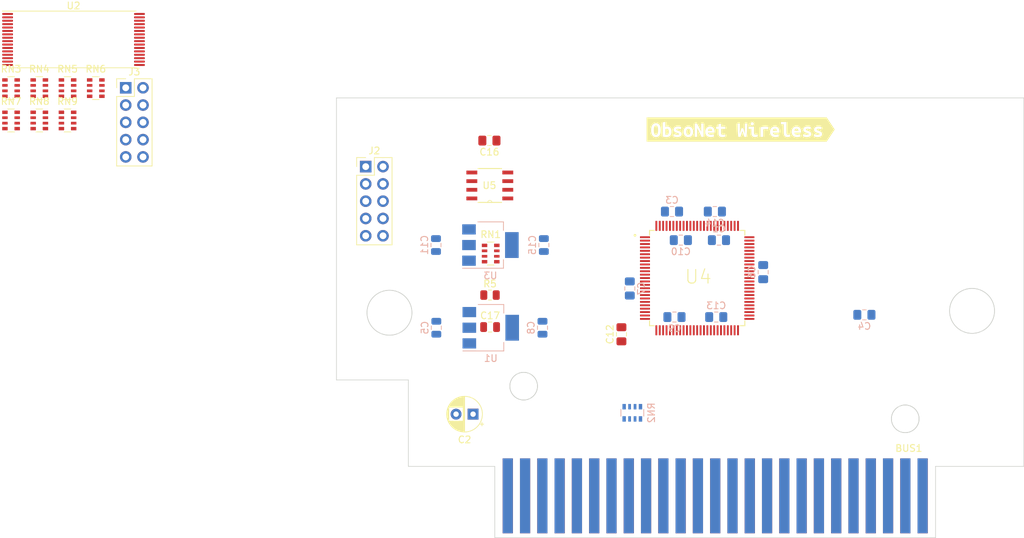
<source format=kicad_pcb>
(kicad_pcb (version 20221018) (generator pcbnew)
  (title_block (title "Obsonet Wireless - The Wifi card for the MSX") (date "2024-05-26") (rev "1.0") (company "The Retro Hacker") (comment 1 "Creative Commons Attribution - NonCommercial - ShareAlike 4.0 International License") (comment 2 "This work is licensed under a ") (comment 3 "The Wifi card for the MSX") (comment 4 "Obsonet Wireless"))
  (layers (0 "F.Cu" signal) (31 "B.Cu" signal) (34 "B.Paste" user) (35 "F.Paste" user) (36 "B.SilkS" user "B.Silkscreen") (37 "F.SilkS" user "F.Silkscreen") (38 "B.Mask" user) (39 "F.Mask" user) (44 "Edge.Cuts" user))
  (net 0 "")
  (net 3 "/A9")
  (net 4 "/A11")
  (net 5 "/A7")
  (net 6 "/A12")
  (net 7 "/A14")
  (net 8 "/A1")
  (net 9 "/A3")
  (net 10 "/A5")
  (net 14 "Net-(BUS1-SW1)")
  (net 16 "/A4")
  (net 17 "/A2")
  (net 18 "/A0")
  (net 19 "/A13")
  (net 20 "/A8")
  (net 21 "/A6")
  (net 22 "/A10")
  (net 23 "/A15")
  (net 28 "+5V")
  (net 29 "GND")
  (net 30 "+3.3V")
  (net 31 "+1V5")
  (net 32 "/C_DONE")
  (net 33 "/C_CONF")
  (net 34 "/C_CE")
  (net 35 "/AS_DI")
  (net 36 "/AS_DO")
  (net 37 "/C_STAT")
  (net 38 "/WR")
  (net 39 "/RD")
  (net 40 "/SLTSL")
  (net 41 "/BUSDIR")
  (net 42 "/RESET")
  (net 43 "/IORQ")
  (net 44 "/AS_CK")
  (net 45 "/AS_CS")
  (net 48 "/CS1")
  (net 49 "/CS2")
  (net 50 "/CS12")
  (net 51 "/WAIT")
  (net 52 "/D1")
  (net 53 "/D0")
  (net 54 "/D3")
  (net 55 "/D2")
  (net 56 "/D5")
  (net 57 "/D4")
  (net 58 "/D7")
  (net 59 "/D6")
  (net 60 "Net-(U4C-VCCA_PLL1)")
  (net 62 "/JT_TCK")
  (net 63 "/JT_TDO")
  (net 65 "/JT_TMS")
  (net 69 "/JT_TDI")
  (net 70 "Net-(RN2D-R4.2)")
  (net 71 "Net-(RN2C-R3.2)")
  (net 72 "Net-(RN2B-R2.2)")
  (net 73 "Net-(RN2A-R1.2)")
  (net 74 "Net-(RN3A-R1.1)")
  (net 75 "Net-(RN3B-R2.1)")
  (net 76 "Net-(RN3C-R3.1)")
  (net 77 "Net-(RN3D-R4.1)")
  (net 78 "Net-(RN4D-R4.2)")
  (net 79 "Net-(RN4C-R3.2)")
  (net 80 "Net-(RN4B-R2.2)")
  (net 81 "Net-(RN4A-R1.2)")
  (net 82 "Net-(RN5A-R1.1)")
  (net 83 "Net-(RN5B-R2.1)")
  (net 84 "Net-(RN5C-R3.1)")
  (net 85 "Net-(RN5D-R4.1)")
  (net 86 "Net-(RN6D-R4.2)")
  (net 87 "Net-(RN6C-R3.2)")
  (net 88 "Net-(RN6B-R2.2)")
  (net 89 "Net-(RN6A-R1.2)")
  (net 90 "Net-(RN7A-R1.1)")
  (net 97 "Net-(RN8D-R4.2)")
  (net 98 "Net-(RN8C-R3.2)")
  (net 99 "Net-(RN8B-R2.2)")
  (net 100 "Net-(RN8A-R1.2)")
  (net 101 "Net-(RN9A-R1.1)")
  (net 102 "Net-(RN9B-R2.1)")
  (net 103 "Net-(RN9C-R3.1)")
  (net 104 "Net-(RN9D-R4.1)")
  (net 105 "/A15_SW")
  (net 106 "Net-(JP1-A)")
  (net 113 "Net-(U4A-CLK0)")
  (footprint "Capacitor_THT:CP_Radial_D5.0mm_P2.50mm" (layer "F.Cu") (at 112.9 109.2 180)
    (fp_text reference "C2" (at 1.25 -3.75 180) (layer "F.SilkS"))
    (fp_text value "100uF")
    (pad "1" thru_hole rect (at 0 0 180) (size 1.6 1.6) (drill 0.8) (layers "*.Cu" "*.Mask") (net 28 "+5V"))
    (pad "2" thru_hole circle (at 2.5 0 180) (size 1.6 1.6) (drill 0.8) (layers "*.Cu" "*.Mask") (net 29 "GND"))
  )
  (footprint "Resistor_SMD:R_Array_Convex_4x0603" (layer "F.Cu") (at 53.31 66.04)
    (fp_text reference "RN9" (at 0 -2.8) (layer "F.SilkS"))
    (fp_text value "330")
    (pad "1" smd rect (at -0.9 -1.2) (size 0.8 0.5) (layers "F.Cu" "F.Paste" "F.Mask") (net 101 "Net-(RN9A-R1.1)"))
    (pad "2" smd rect (at -0.9 -0.4) (size 0.8 0.4) (layers "F.Cu" "F.Paste" "F.Mask") (net 102 "Net-(RN9B-R2.1)"))
    (pad "3" smd rect (at -0.9 0.4) (size 0.8 0.4) (layers "F.Cu" "F.Paste" "F.Mask") (net 103 "Net-(RN9C-R3.1)"))
    (pad "4" smd rect (at -0.9 1.2) (size 0.8 0.5) (layers "F.Cu" "F.Paste" "F.Mask") (net 104 "Net-(RN9D-R4.1)"))
    (pad "5" smd rect (at 0.9 1.2) (size 0.8 0.5) (layers "F.Cu" "F.Paste" "F.Mask") (net 3 "/A9"))
    (pad "6" smd rect (at 0.9 0.4) (size 0.8 0.4) (layers "F.Cu" "F.Paste" "F.Mask") (net 23 "/A15"))
    (pad "7" smd rect (at 0.9 -0.4) (size 0.8 0.4) (layers "F.Cu" "F.Paste" "F.Mask") (net 4 "/A11"))
    (pad "8" smd rect (at 0.9 -1.2) (size 0.8 0.5) (layers "F.Cu" "F.Paste" "F.Mask") (net 22 "/A10"))
  )
  (footprint "Package_SO:TSOP-I-32_18.4x8mm_P0.5mm" (layer "F.Cu") (at 54.19 54.14)
    (fp_text reference "U2" (at 0 -4.95) (layer "F.SilkS"))
    (fp_text value "AM29F010B")
    (pad "1" smd roundrect (at -9.6875 -3.75) (size 1.575 0.3) (layers "F.Cu" "F.Paste" "F.Mask") (net 4 "/A11"))
    (pad "2" smd roundrect (at -9.6875 -3.25) (size 1.575 0.3) (layers "F.Cu" "F.Paste" "F.Mask") (net 3 "/A9"))
    (pad "3" smd roundrect (at -9.6875 -2.75) (size 1.575 0.3) (layers "F.Cu" "F.Paste" "F.Mask") (net 20 "/A8"))
    (pad "4" smd roundrect (at -9.6875 -2.25) (size 1.575 0.3) (layers "F.Cu" "F.Paste" "F.Mask") (net 19 "/A13"))
    (pad "5" smd roundrect (at -9.6875 -1.75) (size 1.575 0.3) (layers "F.Cu" "F.Paste" "F.Mask") (net 7 "/A14"))
    (pad "6" smd roundrect (at -9.6875 -1.25) (size 1.575 0.3) (layers "F.Cu" "F.Paste" "F.Mask"))
    (pad "7" smd roundrect (at -9.6875 -0.75) (size 1.575 0.3) (layers "F.Cu" "F.Paste" "F.Mask") (net 38 "/WR"))
    (pad "8" smd roundrect (at -9.6875 -0.25) (size 1.575 0.3) (layers "F.Cu" "F.Paste" "F.Mask") (net 28 "+5V"))
    (pad "9" smd roundrect (at -9.6875 0.25) (size 1.575 0.3) (layers "F.Cu" "F.Paste" "F.Mask"))
    (pad "10" smd roundrect (at -9.6875 0.75) (size 1.575 0.3) (layers "F.Cu" "F.Paste" "F.Mask") (net 29 "GND"))
    (pad "11" smd roundrect (at -9.6875 1.25) (size 1.575 0.3) (layers "F.Cu" "F.Paste" "F.Mask") (net 105 "/A15_SW"))
    (pad "12" smd roundrect (at -9.6875 1.75) (size 1.575 0.3) (layers "F.Cu" "F.Paste" "F.Mask") (net 6 "/A12"))
    (pad "13" smd roundrect (at -9.6875 2.25) (size 1.575 0.3) (layers "F.Cu" "F.Paste" "F.Mask") (net 5 "/A7"))
    (pad "14" smd roundrect (at -9.6875 2.75) (size 1.575 0.3) (layers "F.Cu" "F.Paste" "F.Mask") (net 21 "/A6"))
    (pad "15" smd roundrect (at -9.6875 3.25) (size 1.575 0.3) (layers "F.Cu" "F.Paste" "F.Mask") (net 10 "/A5"))
    (pad "16" smd roundrect (at -9.6875 3.75) (size 1.575 0.3) (layers "F.Cu" "F.Paste" "F.Mask") (net 16 "/A4"))
    (pad "17" smd roundrect (at 9.6875 3.75) (size 1.575 0.3) (layers "F.Cu" "F.Paste" "F.Mask") (net 9 "/A3"))
    (pad "18" smd roundrect (at 9.6875 3.25) (size 1.575 0.3) (layers "F.Cu" "F.Paste" "F.Mask") (net 17 "/A2"))
    (pad "19" smd roundrect (at 9.6875 2.75) (size 1.575 0.3) (layers "F.Cu" "F.Paste" "F.Mask") (net 8 "/A1"))
    (pad "20" smd roundrect (at 9.6875 2.25) (size 1.575 0.3) (layers "F.Cu" "F.Paste" "F.Mask") (net 18 "/A0"))
    (pad "21" smd roundrect (at 9.6875 1.75) (size 1.575 0.3) (layers "F.Cu" "F.Paste" "F.Mask") (net 53 "/D0"))
    (pad "22" smd roundrect (at 9.6875 1.25) (size 1.575 0.3) (layers "F.Cu" "F.Paste" "F.Mask") (net 52 "/D1"))
    (pad "23" smd roundrect (at 9.6875 0.75) (size 1.575 0.3) (layers "F.Cu" "F.Paste" "F.Mask") (net 55 "/D2"))
    (pad "24" smd roundrect (at 9.6875 0.25) (size 1.575 0.3) (layers "F.Cu" "F.Paste" "F.Mask") (net 29 "GND"))
    (pad "25" smd roundrect (at 9.6875 -0.25) (size 1.575 0.3) (layers "F.Cu" "F.Paste" "F.Mask") (net 54 "/D3"))
    (pad "26" smd roundrect (at 9.6875 -0.75) (size 1.575 0.3) (layers "F.Cu" "F.Paste" "F.Mask") (net 57 "/D4"))
    (pad "27" smd roundrect (at 9.6875 -1.25) (size 1.575 0.3) (layers "F.Cu" "F.Paste" "F.Mask") (net 56 "/D5"))
    (pad "28" smd roundrect (at 9.6875 -1.75) (size 1.575 0.3) (layers "F.Cu" "F.Paste" "F.Mask") (net 59 "/D6"))
    (pad "29" smd roundrect (at 9.6875 -2.25) (size 1.575 0.3) (layers "F.Cu" "F.Paste" "F.Mask") (net 58 "/D7"))
    (pad "30" smd roundrect (at 9.6875 -2.75) (size 1.575 0.3) (layers "F.Cu" "F.Paste" "F.Mask") (net 40 "/SLTSL"))
    (pad "31" smd roundrect (at 9.6875 -3.25) (size 1.575 0.3) (layers "F.Cu" "F.Paste" "F.Mask") (net 22 "/A10"))
    (pad "32" smd roundrect (at 9.6875 -3.75) (size 1.575 0.3) (layers "F.Cu" "F.Paste" "F.Mask") (net 106 "Net-(JP1-A)"))
  )
  (footprint "Capacitor_SMD:C_0805_2012Metric" (layer "F.Cu") (at 115.4 96.4)
    (fp_text reference "C17" (at 0 -1.68) (layer "F.SilkS"))
    (fp_text value "100nF")
    (pad "1" smd roundrect (at -0.95 0) (size 1 1.45) (layers "F.Cu" "F.Paste" "F.Mask") (net 29 "GND"))
    (pad "2" smd roundrect (at 0.95 0) (size 1 1.45) (layers "F.Cu" "F.Paste" "F.Mask") (net 60 "Net-(U4C-VCCA_PLL1)"))
  )
  (footprint "Resistor_SMD:R_Array_Convex_4x0603" (layer "F.Cu") (at 115.4875 85.6)
    (fp_text reference "RN1" (at 0 -2.8) (layer "F.SilkS"))
    (fp_text value "10K")
    (pad "1" smd rect (at -0.9 -1.2) (size 0.8 0.5) (layers "F.Cu" "F.Paste" "F.Mask") (net 30 "+3.3V"))
    (pad "2" smd rect (at -0.9 -0.4) (size 0.8 0.4) (layers "F.Cu" "F.Paste" "F.Mask") (net 30 "+3.3V"))
    (pad "3" smd rect (at -0.9 0.4) (size 0.8 0.4) (layers "F.Cu" "F.Paste" "F.Mask") (net 30 "+3.3V"))
    (pad "4" smd rect (at -0.9 1.2) (size 0.8 0.5) (layers "F.Cu" "F.Paste" "F.Mask") (net 30 "+3.3V"))
    (pad "5" smd rect (at 0.9 1.2) (size 0.8 0.5) (layers "F.Cu" "F.Paste" "F.Mask") (net 34 "/C_CE"))
    (pad "6" smd rect (at 0.9 0.4) (size 0.8 0.4) (layers "F.Cu" "F.Paste" "F.Mask") (net 37 "/C_STAT"))
    (pad "7" smd rect (at 0.9 -0.4) (size 0.8 0.4) (layers "F.Cu" "F.Paste" "F.Mask") (net 33 "/C_CONF"))
    (pad "8" smd rect (at 0.9 -1.2) (size 0.8 0.5) (layers "F.Cu" "F.Paste" "F.Mask") (net 32 "/C_DONE"))
  )
  (footprint "libraries:msx_cartridge" (layer "F.Cu") (at 148.48 121.327)
    (fp_text reference "BUS1" (at 28.448 -7.112) (layer "F.SilkS"))
    (fp_text value "MSX_SLOT_EDGE-CON" hide)
    (pad "1" connect rect (at 30.48 -0.127) (size 1.5 11) (layers "B.Cu" "B.Mask") (net 48 "/CS1"))
    (pad "2" connect rect (at 30.48 -0.127) (size 1.5 11) (layers "F.Cu" "F.Mask") (net 49 "/CS2"))
    (pad "3" connect rect (at 27.94 -0.127) (size 1.5 11) (layers "B.Cu" "B.Mask") (net 50 "/CS12"))
    (pad "4" connect rect (at 27.94 -0.127) (size 1.5 11) (layers "F.Cu" "F.Mask") (net 40 "/SLTSL"))
    (pad "5" connect rect (at 25.4 -0.127) (size 1.5 11) (layers "B.Cu" "B.Mask"))
    (pad "6" connect rect (at 25.4 -0.127) (size 1.5 11) (layers "F.Cu" "F.Mask"))
    (pad "7" connect rect (at 22.86 -0.127) (size 1.5 11) (layers "B.Cu" "B.Mask") (net 51 "/WAIT"))
    (pad "8" connect rect (at 22.86 -0.127) (size 1.5 11) (layers "F.Cu" "F.Mask"))
    (pad "9" connect rect (at 20.32 -0.127) (size 1.5 11) (layers "B.Cu" "B.Mask"))
    (pad "10" connect rect (at 20.32 -0.127) (size 1.5 11) (layers "F.Cu" "F.Mask") (net 41 "/BUSDIR"))
    (pad "11" connect rect (at 17.78 -0.127) (size 1.5 11) (layers "B.Cu" "B.Mask") (net 43 "/IORQ"))
    (pad "12" connect rect (at 17.78 -0.127) (size 1.5 11) (layers "F.Cu" "F.Mask"))
    (pad "13" connect rect (at 15.24 -0.127) (size 1.5 11) (layers "B.Cu" "B.Mask") (net 38 "/WR"))
    (pad "14" connect rect (at 15.24 -0.127) (size 1.5 11) (layers "F.Cu" "F.Mask") (net 39 "/RD"))
    (pad "15" connect rect (at 12.7 -0.127) (size 1.5 11) (layers "B.Cu" "B.Mask") (net 42 "/RESET"))
    (pad "16" connect rect (at 12.7 -0.127) (size 1.5 11) (layers "F.Cu" "F.Mask"))
    (pad "17" connect rect (at 10.16 -0.127) (size 1.5 11) (layers "B.Cu" "B.Mask") (net 3 "/A9"))
    (pad "18" connect rect (at 10.16 -0.127) (size 1.5 11) (layers "F.Cu" "F.Mask") (net 23 "/A15"))
    (pad "19" connect rect (at 7.62 -0.127) (size 1.5 11) (layers "B.Cu" "B.Mask") (net 4 "/A11"))
    (pad "20" connect rect (at 7.62 -0.127) (size 1.5 11) (layers "F.Cu" "F.Mask") (net 22 "/A10"))
    (pad "21" connect rect (at 5.08 -0.127) (size 1.5 11) (layers "B.Cu" "B.Mask") (net 5 "/A7"))
    (pad "22" connect rect (at 5.08 -0.127) (size 1.5 11) (layers "F.Cu" "F.Mask") (net 21 "/A6"))
    (pad "23" connect rect (at 2.54 -0.127) (size 1.5 11) (layers "B.Cu" "B.Mask") (net 6 "/A12"))
    (pad "24" connect rect (at 2.54 -0.127) (size 1.5 11) (layers "F.Cu" "F.Mask") (net 20 "/A8"))
    (pad "25" connect rect (at 0 -0.127) (size 1.5 11) (layers "B.Cu" "B.Mask") (net 7 "/A14"))
    (pad "26" connect rect (at 0 -0.127) (size 1.5 11) (layers "F.Cu" "F.Mask") (net 19 "/A13"))
    (pad "27" connect rect (at -2.54 -0.127) (size 1.5 11) (layers "B.Cu" "B.Mask") (net 8 "/A1"))
    (pad "28" connect rect (at -2.54 -0.127) (size 1.5 11) (layers "F.Cu" "F.Mask") (net 18 "/A0"))
    (pad "29" connect rect (at -5.08 -0.127) (size 1.5 11) (layers "B.Cu" "B.Mask") (net 9 "/A3"))
    (pad "30" connect rect (at -5.08 -0.127) (size 1.5 11) (layers "F.Cu" "F.Mask") (net 17 "/A2"))
    (pad "31" connect rect (at -7.62 -0.127) (size 1.5 11) (layers "B.Cu" "B.Mask") (net 10 "/A5"))
    (pad "32" connect rect (at -7.62 -0.127) (size 1.5 11) (layers "F.Cu" "F.Mask") (net 16 "/A4"))
    (pad "33" connect rect (at -10.16 -0.127) (size 1.5 11) (layers "B.Cu" "B.Mask") (net 52 "/D1"))
    (pad "34" connect rect (at -10.16 -0.127) (size 1.5 11) (layers "F.Cu" "F.Mask") (net 53 "/D0"))
    (pad "35" connect rect (at -12.7 -0.127) (size 1.5 11) (layers "B.Cu" "B.Mask") (net 54 "/D3"))
    (pad "36" connect rect (at -12.7 -0.127) (size 1.5 11) (layers "F.Cu" "F.Mask") (net 55 "/D2"))
    (pad "37" connect rect (at -15.24 -0.127) (size 1.5 11) (layers "B.Cu" "B.Mask") (net 56 "/D5"))
    (pad "38" connect rect (at -15.24 -0.127) (size 1.5 11) (layers "F.Cu" "F.Mask") (net 57 "/D4"))
    (pad "39" connect rect (at -17.78 -0.127) (size 1.5 11) (layers "B.Cu" "B.Mask") (net 58 "/D7"))
    (pad "40" connect rect (at -17.78 -0.127) (size 1.5 11) (layers "F.Cu" "F.Mask") (net 59 "/D6"))
    (pad "41" connect rect (at -20.32 -0.127) (size 1.5 11) (layers "B.Cu" "B.Mask") (net 29 "GND"))
    (pad "42" connect rect (at -20.32 -0.127) (size 1.5 11) (layers "F.Cu" "F.Mask"))
    (pad "43" connect rect (at -22.86 -0.127) (size 1.5 11) (layers "B.Cu" "B.Mask") (net 29 "GND"))
    (pad "44" connect rect (at -22.86 -0.127) (size 1.5 11) (layers "F.Cu" "F.Mask") (net 14 "Net-(BUS1-SW1)"))
    (pad "45" connect rect (at -25.4 -0.127) (size 1.5 11) (layers "B.Cu" "B.Mask") (net 28 "+5V"))
    (pad "46" connect rect (at -25.4 -0.127) (size 1.5 11) (layers "F.Cu" "F.Mask") (net 14 "Net-(BUS1-SW1)"))
    (pad "47" connect rect (at -27.94 -0.127) (size 1.5 11) (layers "B.Cu" "B.Mask") (net 28 "+5V"))
    (pad "48" connect rect (at -27.94 -0.127) (size 1.5 11) (layers "F.Cu" "F.Mask"))
    (pad "49" connect rect (at -30.48 -0.127) (size 1.5 11) (layers "B.Cu" "B.Mask"))
    (pad "50" connect rect (at -30.48 -0.127) (size 1.5 11) (layers "F.Cu" "F.Mask"))
  )
  (footprint "Resistor_SMD:R_Array_Convex_4x0603" (layer "F.Cu") (at 49.16 66.04)
    (fp_text reference "RN8" (at 0 -2.8) (layer "F.SilkS"))
    (fp_text value "330")
    (pad "1" smd rect (at -0.9 -1.2) (size 0.8 0.5) (layers "F.Cu" "F.Paste" "F.Mask") (net 39 "/RD"))
    (pad "2" smd rect (at -0.9 -0.4) (size 0.8 0.4) (layers "F.Cu" "F.Paste" "F.Mask") (net 38 "/WR"))
    (pad "3" smd rect (at -0.9 0.4) (size 0.8 0.4) (layers "F.Cu" "F.Paste" "F.Mask") (net 43 "/IORQ"))
    (pad "4" smd rect (at -0.9 1.2) (size 0.8 0.5) (layers "F.Cu" "F.Paste" "F.Mask") (net 41 "/BUSDIR"))
    (pad "5" smd rect (at 0.9 1.2) (size 0.8 0.5) (layers "F.Cu" "F.Paste" "F.Mask") (net 97 "Net-(RN8D-R4.2)"))
    (pad "6" smd rect (at 0.9 0.4) (size 0.8 0.4) (layers "F.Cu" "F.Paste" "F.Mask") (net 98 "Net-(RN8C-R3.2)"))
    (pad "7" smd rect (at 0.9 -0.4) (size 0.8 0.4) (layers "F.Cu" "F.Paste" "F.Mask") (net 99 "Net-(RN8B-R2.2)"))
    (pad "8" smd rect (at 0.9 -1.2) (size 0.8 0.5) (layers "F.Cu" "F.Paste" "F.Mask") (net 100 "Net-(RN8A-R1.2)"))
  )
  (footprint "Connector_PinHeader_2.54mm:PinHeader_2x05_P2.54mm_Vertical" (layer "F.Cu") (at 61.86 61.24)
    (fp_text reference "J3" (at 1.27 -2.33) (layer "F.SilkS"))
    (fp_text value "JTAG_DEBUG")
    (pad "1" thru_hole rect (at 0 0) (size 1.7 1.7) (drill 1) (layers "*.Cu" "*.Mask") (net 62 "/JT_TCK"))
    (pad "2" thru_hole oval (at 2.54 0) (size 1.7 1.7) (drill 1) (layers "*.Cu" "*.Mask") (net 29 "GND"))
    (pad "3" thru_hole oval (at 0 2.54) (size 1.7 1.7) (drill 1) (layers "*.Cu" "*.Mask") (net 63 "/JT_TDO"))
    (pad "4" thru_hole oval (at 2.54 2.54) (size 1.7 1.7) (drill 1) (layers "*.Cu" "*.Mask"))
    (pad "5" thru_hole oval (at 0 5.08) (size 1.7 1.7) (drill 1) (layers "*.Cu" "*.Mask") (net 65 "/JT_TMS"))
    (pad "6" thru_hole oval (at 2.54 5.08) (size 1.7 1.7) (drill 1) (layers "*.Cu" "*.Mask"))
    (pad "7" thru_hole oval (at 0 7.62) (size 1.7 1.7) (drill 1) (layers "*.Cu" "*.Mask"))
    (pad "8" thru_hole oval (at 2.54 7.62) (size 1.7 1.7) (drill 1) (layers "*.Cu" "*.Mask"))
    (pad "9" thru_hole oval (at 0 10.16) (size 1.7 1.7) (drill 1) (layers "*.Cu" "*.Mask") (net 69 "/JT_TDI"))
    (pad "10" thru_hole oval (at 2.54 10.16) (size 1.7 1.7) (drill 1) (layers "*.Cu" "*.Mask") (net 29 "GND"))
  )
  (footprint "libraries:QFP50P1600X1600X120-100N" (layer "F.Cu") (at 145.83 89.2)
    (fp_text reference "U4" (at 0.16 -0.18) (layer "F.SilkS") (effects (font (size 2 2))))
    (fp_text value "EP1C3T100C8N" hide)
    (pad "1" smd roundrect (at -7.67 -6) (size 1.47 0.28) (layers "F.Cu" "F.Paste" "F.Mask") (roundrect_rratio 0.125))
    (pad "2" smd roundrect (at -7.67 -5.5) (size 1.47 0.28) (layers "F.Cu" "F.Paste" "F.Mask") (roundrect_rratio 0.125))
    (pad "3" smd roundrect (at -7.67 -5) (size 1.47 0.28) (layers "F.Cu" "F.Paste" "F.Mask") (roundrect_rratio 0.125))
    (pad "4" smd roundrect (at -7.67 -4.5) (size 1.47 0.28) (layers "F.Cu" "F.Paste" "F.Mask") (roundrect_rratio 0.125))
    (pad "5" smd roundrect (at -7.67 -4) (size 1.47 0.28) (layers "F.Cu" "F.Paste" "F.Mask") (roundrect_rratio 0.125))
    (pad "6" smd roundrect (at -7.67 -3.5) (size 1.47 0.28) (layers "F.Cu" "F.Paste" "F.Mask") (roundrect_rratio 0.125))
    (pad "7" smd roundrect (at -7.67 -3) (size 1.47 0.28) (layers "F.Cu" "F.Paste" "F.Mask") (roundrect_rratio 0.125) (net 35 "/AS_DI"))
    (pad "8" smd roundrect (at -7.67 -2.5) (size 1.47 0.28) (layers "F.Cu" "F.Paste" "F.Mask") (roundrect_rratio 0.125) (net 33 "/C_CONF"))
    (pad "9" smd roundrect (at -7.67 -2) (size 1.47 0.28) (layers "F.Cu" "F.Paste" "F.Mask") (roundrect_rratio 0.125) (net 60 "Net-(U4C-VCCA_PLL1)"))
    (pad "10" smd roundrect (at -7.67 -1.5) (size 1.47 0.28) (layers "F.Cu" "F.Paste" "F.Mask") (roundrect_rratio 0.125) (net 113 "Net-(U4A-CLK0)"))
    (pad "11" smd roundrect (at -7.67 -1) (size 1.47 0.28) (layers "F.Cu" "F.Paste" "F.Mask") (roundrect_rratio 0.125) (net 29 "GND"))
    (pad "12" smd roundrect (at -7.67 -0.5) (size 1.47 0.28) (layers "F.Cu" "F.Paste" "F.Mask") (roundrect_rratio 0.125))
    (pad "13" smd roundrect (at -7.67 0) (size 1.47 0.28) (layers "F.Cu" "F.Paste" "F.Mask") (roundrect_rratio 0.125) (net 34 "/C_CE"))
    (pad "14" smd roundrect (at -7.67 0.5) (size 1.47 0.28) (layers "F.Cu" "F.Paste" "F.Mask") (roundrect_rratio 0.125) (net 29 "GND"))
    (pad "15" smd roundrect (at -7.67 1) (size 1.47 0.28) (layers "F.Cu" "F.Paste" "F.Mask") (roundrect_rratio 0.125) (net 29 "GND"))
    (pad "16" smd roundrect (at -7.67 1.5) (size 1.47 0.28) (layers "F.Cu" "F.Paste" "F.Mask") (roundrect_rratio 0.125) (net 44 "/AS_CK"))
    (pad "17" smd roundrect (at -7.67 2) (size 1.47 0.28) (layers "F.Cu" "F.Paste" "F.Mask") (roundrect_rratio 0.125))
    (pad "18" smd roundrect (at -7.67 2.5) (size 1.47 0.28) (layers "F.Cu" "F.Paste" "F.Mask") (roundrect_rratio 0.125) (net 30 "+3.3V"))
    (pad "19" smd roundrect (at -7.67 3) (size 1.47 0.28) (layers "F.Cu" "F.Paste" "F.Mask") (roundrect_rratio 0.125) (net 29 "GND"))
    (pad "20" smd roundrect (at -7.67 3.5) (size 1.47 0.28) (layers "F.Cu" "F.Paste" "F.Mask") (roundrect_rratio 0.125))
    (pad "21" smd roundrect (at -7.67 4) (size 1.47 0.28) (layers "F.Cu" "F.Paste" "F.Mask") (roundrect_rratio 0.125))
    (pad "22" smd roundrect (at -7.67 4.5) (size 1.47 0.28) (layers "F.Cu" "F.Paste" "F.Mask") (roundrect_rratio 0.125))
    (pad "23" smd roundrect (at -7.67 5) (size 1.47 0.28) (layers "F.Cu" "F.Paste" "F.Mask") (roundrect_rratio 0.125))
    (pad "24" smd roundrect (at -7.67 5.5) (size 1.47 0.28) (layers "F.Cu" "F.Paste" "F.Mask") (roundrect_rratio 0.125))
    (pad "25" smd roundrect (at -7.67 6) (size 1.47 0.28) (layers "F.Cu" "F.Paste" "F.Mask") (roundrect_rratio 0.125))
    (pad "26" smd roundrect (at -6 7.67 90) (size 1.47 0.28) (layers "F.Cu" "F.Paste" "F.Mask") (roundrect_rratio 0.125) (net 73 "Net-(RN2A-R1.2)"))
    (pad "27" smd roundrect (at -5.5 7.67 90) (size 1.47 0.28) (layers "F.Cu" "F.Paste" "F.Mask") (roundrect_rratio 0.125) (net 72 "Net-(RN2B-R2.2)"))
    (pad "28" smd roundrect (at -5 7.67 90) (size 1.47 0.28) (layers "F.Cu" "F.Paste" "F.Mask") (roundrect_rratio 0.125) (net 71 "Net-(RN2C-R3.2)"))
    (pad "29" smd roundrect (at -4.5 7.67 90) (size 1.47 0.28) (layers "F.Cu" "F.Paste" "F.Mask") (roundrect_rratio 0.125) (net 70 "Net-(RN2D-R4.2)"))
    (pad "30" smd roundrect (at -4 7.67 90) (size 1.47 0.28) (layers "F.Cu" "F.Paste" "F.Mask") (roundrect_rratio 0.125) (net 29 "GND"))
    (pad "31" smd roundrect (at -3.5 7.67 90) (size 1.47 0.28) (layers "F.Cu" "F.Paste" "F.Mask") (roundrect_rratio 0.125) (net 30 "+3.3V"))
    (pad "32" smd roundrect (at -3 7.67 90) (size 1.47 0.28) (layers "F.Cu" "F.Paste" "F.Mask") (roundrect_rratio 0.125) (net 29 "GND"))
    (pad "33" smd roundrect (at -2.5 7.67 90) (size 1.47 0.28) (layers "F.Cu" "F.Paste" "F.Mask") (roundrect_rratio 0.125) (net 31 "+1V5"))
    (pad "34" smd roundrect (at -2 7.67 90) (size 1.47 0.28) (layers "F.Cu" "F.Paste" "F.Mask") (roundrect_rratio 0.125) (net 74 "Net-(RN3A-R1.1)"))
    (pad "35" smd roundrect (at -1.5 7.67 90) (size 1.47 0.28) (layers "F.Cu" "F.Paste" "F.Mask") (roundrect_rratio 0.125) (net 75 "Net-(RN3B-R2.1)"))
    (pad "36" smd roundrect (at -1 7.67 90) (size 1.47 0.28) (layers "F.Cu" "F.Paste" "F.Mask") (roundrect_rratio 0.125) (net 76 "Net-(RN3C-R3.1)"))
    (pad "37" smd roundrect (at -0.5 7.67 90) (size 1.47 0.28) (layers "F.Cu" "F.Paste" "F.Mask") (roundrect_rratio 0.125) (net 77 "Net-(RN3D-R4.1)"))
    (pad "38" smd roundrect (at 0 7.67 90) (size 1.47 0.28) (layers "F.Cu" "F.Paste" "F.Mask") (roundrect_rratio 0.125) (net 81 "Net-(RN4A-R1.2)"))
    (pad "39" smd roundrect (at 0.5 7.67 90) (size 1.47 0.28) (layers "F.Cu" "F.Paste" "F.Mask") (roundrect_rratio 0.125) (net 80 "Net-(RN4B-R2.2)"))
    (pad "40" smd roundrect (at 1 7.67 90) (size 1.47 0.28) (layers "F.Cu" "F.Paste" "F.Mask") (roundrect_rratio 0.125) (net 79 "Net-(RN4C-R3.2)"))
    (pad "41" smd roundrect (at 1.5 7.67 90) (size 1.47 0.28) (layers "F.Cu" "F.Paste" "F.Mask") (roundrect_rratio 0.125) (net 78 "Net-(RN4D-R4.2)"))
    (pad "42" smd roundrect (at 2 7.67 90) (size 1.47 0.28) (layers "F.Cu" "F.Paste" "F.Mask") (roundrect_rratio 0.125) (net 82 "Net-(RN5A-R1.1)"))
    (pad "43" smd roundrect (at 2.5 7.67 90) (size 1.47 0.28) (layers "F.Cu" "F.Paste" "F.Mask") (roundrect_rratio 0.125) (net 29 "GND"))
    (pad "44" smd roundrect (at 3 7.67 90) (size 1.47 0.28) (layers "F.Cu" "F.Paste" "F.Mask") (roundrect_rratio 0.125) (net 31 "+1V5"))
    (pad "45" smd roundrect (at 3.5 7.67 90) (size 1.47 0.28) (layers "F.Cu" "F.Paste" "F.Mask") (roundrect_rratio 0.125) (net 29 "GND"))
    (pad "46" smd roundrect (at 4 7.67 90) (size 1.47 0.28) (layers "F.Cu" "F.Paste" "F.Mask") (roundrect_rratio 0.125) (net 30 "+3.3V"))
    (pad "47" smd roundrect (at 4.5 7.67 90) (size 1.47 0.28) (layers "F.Cu" "F.Paste" "F.Mask") (roundrect_rratio 0.125) (net 83 "Net-(RN5B-R2.1)"))
    (pad "48" smd roundrect (at 5 7.67 90) (size 1.47 0.28) (layers "F.Cu" "F.Paste" "F.Mask") (roundrect_rratio 0.125) (net 84 "Net-(RN5C-R3.1)"))
    (pad "49" smd roundrect (at 5.5 7.67 90) (size 1.47 0.28) (layers "F.Cu" "F.Paste" "F.Mask") (roundrect_rratio 0.125) (net 85 "Net-(RN5D-R4.1)"))
    (pad "50" smd roundrect (at 6 7.67 90) (size 1.47 0.28) (layers "F.Cu" "F.Paste" "F.Mask") (roundrect_rratio 0.125) (net 89 "Net-(RN6A-R1.2)"))
    (pad "51" smd roundrect (at 7.67 6) (size 1.47 0.28) (layers "F.Cu" "F.Paste" "F.Mask") (roundrect_rratio 0.125) (net 88 "Net-(RN6B-R2.2)"))
    (pad "52" smd roundrect (at 7.67 5.5) (size 1.47 0.28) (layers "F.Cu" "F.Paste" "F.Mask") (roundrect_rratio 0.125) (net 87 "Net-(RN6C-R3.2)"))
    (pad "53" smd roundrect (at 7.67 5) (size 1.47 0.28) (layers "F.Cu" "F.Paste" "F.Mask") (roundrect_rratio 0.125) (net 86 "Net-(RN6D-R4.2)"))
    (pad "54" smd roundrect (at 7.67 4.5) (size 1.47 0.28) (layers "F.Cu" "F.Paste" "F.Mask") (roundrect_rratio 0.125) (net 101 "Net-(RN9A-R1.1)"))
    (pad "55" smd roundrect (at 7.67 4) (size 1.47 0.28) (layers "F.Cu" "F.Paste" "F.Mask") (roundrect_rratio 0.125) (net 102 "Net-(RN9B-R2.1)"))
    (pad "56" smd roundrect (at 7.67 3.5) (size 1.47 0.28) (layers "F.Cu" "F.Paste" "F.Mask") (roundrect_rratio 0.125) (net 103 "Net-(RN9C-R3.1)"))
    (pad "57" smd roundrect (at 7.67 3) (size 1.47 0.28) (layers "F.Cu" "F.Paste" "F.Mask") (roundrect_rratio 0.125) (net 104 "Net-(RN9D-R4.1)"))
    (pad "58" smd roundrect (at 7.67 2.5) (size 1.47 0.28) (layers "F.Cu" "F.Paste" "F.Mask") (roundrect_rratio 0.125) (net 29 "GND"))
    (pad "59" smd roundrect (at 7.67 2) (size 1.47 0.28) (layers "F.Cu" "F.Paste" "F.Mask") (roundrect_rratio 0.125) (net 30 "+3.3V"))
    (pad "60" smd roundrect (at 7.67 1.5) (size 1.47 0.28) (layers "F.Cu" "F.Paste" "F.Mask") (roundrect_rratio 0.125) (net 32 "/C_DONE"))
    (pad "61" smd roundrect (at 7.67 1) (size 1.47 0.28) (layers "F.Cu" "F.Paste" "F.Mask") (roundrect_rratio 0.125) (net 37 "/C_STAT"))
    (pad "62" smd roundrect (at 7.67 0.5) (size 1.47 0.28) (layers "F.Cu" "F.Paste" "F.Mask") (roundrect_rratio 0.125) (net 62 "/JT_TCK"))
    (pad "63" smd roundrect (at 7.67 0) (size 1.47 0.28) (layers "F.Cu" "F.Paste" "F.Mask") (roundrect_rratio 0.125) (net 65 "/JT_TMS"))
    (pad "64" smd roundrect (at 7.67 -0.5) (size 1.47 0.28) (layers "F.Cu" "F.Paste" "F.Mask") (roundrect_rratio 0.125) (net 63 "/JT_TDO"))
    (pad "65" smd roundrect (at 7.67 -1) (size 1.47 0.28) (layers "F.Cu" "F.Paste" "F.Mask") (roundrect_rratio 0.125) (net 100 "Net-(RN8A-R1.2)"))
    (pad "66" smd roundrect (at 7.67 -1.5) (size 1.47 0.28) (layers "F.Cu" "F.Paste" "F.Mask") (roundrect_rratio 0.125))
    (pad "67" smd roundrect (at 7.67 -2) (size 1.47 0.28) (layers "F.Cu" "F.Paste" "F.Mask") (roundrect_rratio 0.125) (net 69 "/JT_TDI"))
    (pad "68" smd roundrect (at 7.67 -2.5) (size 1.47 0.28) (layers "F.Cu" "F.Paste" "F.Mask") (roundrect_rratio 0.125) (net 99 "Net-(RN8B-R2.2)"))
    (pad "69" smd roundrect (at 7.67 -3) (size 1.47 0.28) (layers "F.Cu" "F.Paste" "F.Mask") (roundrect_rratio 0.125) (net 98 "Net-(RN8C-R3.2)"))
    (pad "70" smd roundrect (at 7.67 -3.5) (size 1.47 0.28) (layers "F.Cu" "F.Paste" "F.Mask") (roundrect_rratio 0.125) (net 97 "Net-(RN8D-R4.2)"))
    (pad "71" smd roundrect (at 7.67 -4) (size 1.47 0.28) (layers "F.Cu" "F.Paste" "F.Mask") (roundrect_rratio 0.125) (net 90 "Net-(RN7A-R1.1)"))
    (pad "72" smd roundrect (at 7.67 -4.5) (size 1.47 0.28) (layers "F.Cu" "F.Paste" "F.Mask") (roundrect_rratio 0.125))
    (pad "73" smd roundrect (at 7.67 -5) (size 1.47 0.28) (layers "F.Cu" "F.Paste" "F.Mask") (roundrect_rratio 0.125))
    (pad "74" smd roundrect (at 7.67 -5.5) (size 1.47 0.28) (layers "F.Cu" "F.Paste" "F.Mask") (roundrect_rratio 0.125))
    (pad "75" smd roundrect (at 7.67 -6) (size 1.47 0.28) (layers "F.Cu" "F.Paste" "F.Mask") (roundrect_rratio 0.125))
    (pad "76" smd roundrect (at 6 -7.67 90) (size 1.47 0.28) (layers "F.Cu" "F.Paste" "F.Mask") (roundrect_rratio 0.125))
    (pad "77" smd roundrect (at 5.5 -7.67 90) (size 1.47 0.28) (layers "F.Cu" "F.Paste" "F.Mask") (roundrect_rratio 0.125))
    (pad "78" smd roundrect (at 5 -7.67 90) (size 1.47 0.28) (layers "F.Cu" "F.Paste" "F.Mask") (roundrect_rratio 0.125))
    (pad "79" smd roundrect (at 4.5 -7.67 90) (size 1.47 0.28) (layers "F.Cu" "F.Paste" "F.Mask") (roundrect_rratio 0.125))
    (pad "80" smd roundrect (at 4 -7.67 90) (size 1.47 0.28) (layers "F.Cu" "F.Paste" "F.Mask") (roundrect_rratio 0.125) (net 30 "+3.3V"))
    (pad "81" smd roundrect (at 3.5 -7.67 90) (size 1.47 0.28) (layers "F.Cu" "F.Paste" "F.Mask") (roundrect_rratio 0.125) (net 29 "GND"))
    (pad "82" smd roundrect (at 3 -7.67 90) (size 1.47 0.28) (layers "F.Cu" "F.Paste" "F.Mask") (roundrect_rratio 0.125) (net 31 "+1V5"))
    (pad "83" smd roundrect (at 2.5 -7.67 90) (size 1.47 0.28) (layers "F.Cu" "F.Paste" "F.Mask") (roundrect_rratio 0.125) (net 29 "GND"))
    (pad "84" smd roundrect (at 2 -7.67 90) (size 1.47 0.28) (layers "F.Cu" "F.Paste" "F.Mask") (roundrect_rratio 0.125))
    (pad "85" smd roundrect (at 1.5 -7.67 90) (size 1.47 0.28) (layers "F.Cu" "F.Paste" "F.Mask") (roundrect_rratio 0.125))
    (pad "86" smd roundrect (at 1 -7.67 90) (size 1.47 0.28) (layers "F.Cu" "F.Paste" "F.Mask") (roundrect_rratio 0.125))
    (pad "87" smd roundrect (at 0.5 -7.67 90) (size 1.47 0.28) (layers "F.Cu" "F.Paste" "F.Mask") (roundrect_rratio 0.125))
    (pad "88" smd roundrect (at 0 -7.67 90) (size 1.47 0.28) (layers "F.Cu" "F.Paste" "F.Mask") (roundrect_rratio 0.125))
    (pad "89" smd roundrect (at -0.5 -7.67 90) (size 1.47 0.28) (layers "F.Cu" "F.Paste" "F.Mask") (roundrect_rratio 0.125))
    (pad "90" smd roundrect (at -1 -7.67 90) (size 1.47 0.28) (layers "F.Cu" "F.Paste" "F.Mask") (roundrect_rratio 0.125))
    (pad "91" smd roundrect (at -1.5 -7.67 90) (size 1.47 0.28) (layers "F.Cu" "F.Paste" "F.Mask") (roundrect_rratio 0.125))
    (pad "92" smd roundrect (at -2 -7.67 90) (size 1.47 0.28) (layers "F.Cu" "F.Paste" "F.Mask") (roundrect_rratio 0.125))
    (pad "93" smd roundrect (at -2.5 -7.67 90) (size 1.47 0.28) (layers "F.Cu" "F.Paste" "F.Mask") (roundrect_rratio 0.125) (net 31 "+1V5"))
    (pad "94" smd roundrect (at -3 -7.67 90) (size 1.47 0.28) (layers "F.Cu" "F.Paste" "F.Mask") (roundrect_rratio 0.125) (net 29 "GND"))
    (pad "95" smd roundrect (at -3.5 -7.67 90) (size 1.47 0.28) (layers "F.Cu" "F.Paste" "F.Mask") (roundrect_rratio 0.125) (net 30 "+3.3V"))
    (pad "96" smd roundrect (at -4 -7.67 90) (size 1.47 0.28) (layers "F.Cu" "F.Paste" "F.Mask") (roundrect_rratio 0.125) (net 29 "GND"))
    (pad "97" smd roundrect (at -4.5 -7.67 90) (size 1.47 0.28) (layers "F.Cu" "F.Paste" "F.Mask") (roundrect_rratio 0.125))
    (pad "98" smd roundrect (at -5 -7.67 90) (size 1.47 0.28) (layers "F.Cu" "F.Paste" "F.Mask") (roundrect_rratio 0.125))
    (pad "99" smd roundrect (at -5.5 -7.67 90) (size 1.47 0.28) (layers "F.Cu" "F.Paste" "F.Mask") (roundrect_rratio 0.125))
    (pad "100" smd roundrect (at -6 -7.67 90) (size 1.47 0.28) (layers "F.Cu" "F.Paste" "F.Mask") (roundrect_rratio 0.125))
  )
  (footprint "Capacitor_SMD:C_0805_2012Metric_Pad1.18x1.45mm_HandSolder" (layer "F.Cu") (at 115.3 69 180)
    (fp_text reference "C16" (at 0 -1.68) (layer "F.SilkS"))
    (fp_text value "100nF")
    (pad "1" smd roundrect (at -1.0375 0 180) (size 1.175 1.45) (layers "F.Cu" "F.Paste" "F.Mask") (roundrect_rratio 0.212766) (net 30 "+3.3V"))
    (pad "2" smd roundrect (at 1.0375 0 180) (size 1.175 1.45) (layers "F.Cu" "F.Paste" "F.Mask") (roundrect_rratio 0.212766) (net 29 "GND"))
  )
  (footprint "Resistor_SMD:R_Array_Convex_4x0603" (layer "F.Cu") (at 57.46 61.29)
    (fp_text reference "RN6" (at 0 -2.8) (layer "F.SilkS"))
    (fp_text value "330")
    (pad "1" smd rect (at -0.9 -1.2) (size 0.8 0.5) (layers "F.Cu" "F.Paste" "F.Mask") (net 20 "/A8"))
    (pad "2" smd rect (at -0.9 -0.4) (size 0.8 0.4) (layers "F.Cu" "F.Paste" "F.Mask") (net 6 "/A12"))
    (pad "3" smd rect (at -0.9 0.4) (size 0.8 0.4) (layers "F.Cu" "F.Paste" "F.Mask") (net 21 "/A6"))
    (pad "4" smd rect (at -0.9 1.2) (size 0.8 0.5) (layers "F.Cu" "F.Paste" "F.Mask") (net 5 "/A7"))
    (pad "5" smd rect (at 0.9 1.2) (size 0.8 0.5) (layers "F.Cu" "F.Paste" "F.Mask") (net 86 "Net-(RN6D-R4.2)"))
    (pad "6" smd rect (at 0.9 0.4) (size 0.8 0.4) (layers "F.Cu" "F.Paste" "F.Mask") (net 87 "Net-(RN6C-R3.2)"))
    (pad "7" smd rect (at 0.9 -0.4) (size 0.8 0.4) (layers "F.Cu" "F.Paste" "F.Mask") (net 88 "Net-(RN6B-R2.2)"))
    (pad "8" smd rect (at 0.9 -1.2) (size 0.8 0.5) (layers "F.Cu" "F.Paste" "F.Mask") (net 89 "Net-(RN6A-R1.2)"))
  )
  (footprint "Resistor_SMD:R_0805_2012Metric" (layer "F.Cu") (at 115.3875 91.7)
    (fp_text reference "R5" (at 0 -1.65) (layer "F.SilkS"))
    (fp_text value "10")
    (pad "1" smd roundrect (at -0.9125 0) (size 1.025 1.4) (layers "F.Cu" "F.Paste" "F.Mask") (roundrect_rratio 0.243902) (net 31 "+1V5"))
    (pad "2" smd roundrect (at 0.9125 0) (size 1.025 1.4) (layers "F.Cu" "F.Paste" "F.Mask") (roundrect_rratio 0.243902) (net 60 "Net-(U4C-VCCA_PLL1)"))
  )
  (footprint "Connector_PinHeader_2.54mm:PinHeader_2x05_P2.54mm_Vertical" (layer "F.Cu") (at 97.125 72.825)
    (fp_text reference "J2" (at 1.27 -2.33) (layer "F.SilkS"))
    (fp_text value "AS" hide)
    (pad "1" thru_hole rect (at 0 0) (size 1.7 1.7) (drill 1) (layers "*.Cu" "*.Mask") (net 44 "/AS_CK"))
    (pad "2" thru_hole oval (at 2.54 0) (size 1.7 1.7) (drill 1) (layers "*.Cu" "*.Mask") (net 29 "GND"))
    (pad "3" thru_hole oval (at 0 2.54) (size 1.7 1.7) (drill 1) (layers "*.Cu" "*.Mask") (net 32 "/C_DONE"))
    (pad "4" thru_hole oval (at 2.54 2.54) (size 1.7 1.7) (drill 1) (layers "*.Cu" "*.Mask") (net 30 "+3.3V"))
    (pad "5" thru_hole oval (at 0 5.08) (size 1.7 1.7) (drill 1) (layers "*.Cu" "*.Mask") (net 33 "/C_CONF"))
    (pad "6" thru_hole oval (at 2.54 5.08) (size 1.7 1.7) (drill 1) (layers "*.Cu" "*.Mask") (net 34 "/C_CE"))
    (pad "7" thru_hole oval (at 0 7.62) (size 1.7 1.7) (drill 1) (layers "*.Cu" "*.Mask") (net 35 "/AS_DI"))
    (pad "8" thru_hole oval (at 2.54 7.62) (size 1.7 1.7) (drill 1) (layers "*.Cu" "*.Mask"))
    (pad "9" thru_hole oval (at 0 10.16) (size 1.7 1.7) (drill 1) (layers "*.Cu" "*.Mask") (net 36 "/AS_DO"))
    (pad "10" thru_hole oval (at 2.54 10.16) (size 1.7 1.7) (drill 1) (layers "*.Cu" "*.Mask") (net 29 "GND"))
  )
  (footprint "Capacitor_SMD:C_0805_2012Metric_Pad1.18x1.45mm_HandSolder" (layer "F.Cu") (at 134.7 97.4625 90)
    (fp_text reference "C12" (at 0 -1.68 90) (layer "F.SilkS"))
    (fp_text value "100nF")
    (pad "1" smd roundrect (at -1.0375 0 90) (size 1.175 1.45) (layers "F.Cu" "F.Paste" "F.Mask") (roundrect_rratio 0.212766) (net 31 "+1V5"))
    (pad "2" smd roundrect (at 1.0375 0 90) (size 1.175 1.45) (layers "F.Cu" "F.Paste" "F.Mask") (roundrect_rratio 0.212766) (net 29 "GND"))
  )
  (footprint "kibuzzard-6653CB1A" (layer "F.Cu") (at 152.2225 67.3725)
    (fp_text reference "kibuzzard-6653CB1A" hide)
    (fp_text value "G***" hide)
  )
  (footprint "Resistor_SMD:R_Array_Convex_4x0603" (layer "F.Cu") (at 45.01 66.04)
    (fp_text reference "RN7" (at 0 -2.8) (layer "F.SilkS"))
    (fp_text value "330")
    (pad "1" smd rect (at -0.9 -1.2) (size 0.8 0.5) (layers "F.Cu" "F.Paste" "F.Mask") (net 90 "Net-(RN7A-R1.1)"))
    (pad "2" smd rect (at -0.9 -0.4) (size 0.8 0.4) (layers "F.Cu" "F.Paste" "F.Mask"))
    (pad "3" smd rect (at -0.9 0.4) (size 0.8 0.4) (layers "F.Cu" "F.Paste" "F.Mask"))
    (pad "4" smd rect (at -0.9 1.2) (size 0.8 0.5) (layers "F.Cu" "F.Paste" "F.Mask"))
    (pad "5" smd rect (at 0.9 1.2) (size 0.8 0.5) (layers "F.Cu" "F.Paste" "F.Mask"))
    (pad "6" smd rect (at 0.9 0.4) (size 0.8 0.4) (layers "F.Cu" "F.Paste" "F.Mask"))
    (pad "7" smd rect (at 0.9 -0.4) (size 0.8 0.4) (layers "F.Cu" "F.Paste" "F.Mask"))
    (pad "8" smd rect (at 0.9 -1.2) (size 0.8 0.5) (layers "F.Cu" "F.Paste" "F.Mask") (net 42 "/RESET"))
  )
  (footprint "Resistor_SMD:R_Array_Convex_4x0603" (layer "F.Cu") (at 45.01 61.29)
    (fp_text reference "RN3" (at 0 -2.8) (layer "F.SilkS"))
    (fp_text value "330")
    (pad "1" smd rect (at -0.9 -1.2) (size 0.8 0.5) (layers "F.Cu" "F.Paste" "F.Mask") (net 74 "Net-(RN3A-R1.1)"))
    (pad "2" smd rect (at -0.9 -0.4) (size 0.8 0.4) (layers "F.Cu" "F.Paste" "F.Mask") (net 75 "Net-(RN3B-R2.1)"))
    (pad "3" smd rect (at -0.9 0.4) (size 0.8 0.4) (layers "F.Cu" "F.Paste" "F.Mask") (net 76 "Net-(RN3C-R3.1)"))
    (pad "4" smd rect (at -0.9 1.2) (size 0.8 0.5) (layers "F.Cu" "F.Paste" "F.Mask") (net 77 "Net-(RN3D-R4.1)"))
    (pad "5" smd rect (at 0.9 1.2) (size 0.8 0.5) (layers "F.Cu" "F.Paste" "F.Mask") (net 52 "/D1"))
    (pad "6" smd rect (at 0.9 0.4) (size 0.8 0.4) (layers "F.Cu" "F.Paste" "F.Mask") (net 53 "/D0"))
    (pad "7" smd rect (at 0.9 -0.4) (size 0.8 0.4) (layers "F.Cu" "F.Paste" "F.Mask") (net 54 "/D3"))
    (pad "8" smd rect (at 0.9 -1.2) (size 0.8 0.5) (layers "F.Cu" "F.Paste" "F.Mask") (net 55 "/D2"))
  )
  (footprint "Resistor_SMD:R_Array_Convex_4x0603" (layer "F.Cu") (at 53.31 61.29)
    (fp_text reference "RN5" (at 0 -2.8) (layer "F.SilkS"))
    (fp_text value "330")
    (pad "1" smd rect (at -0.9 -1.2) (size 0.8 0.5) (layers "F.Cu" "F.Paste" "F.Mask") (net 82 "Net-(RN5A-R1.1)"))
    (pad "2" smd rect (at -0.9 -0.4) (size 0.8 0.4) (layers "F.Cu" "F.Paste" "F.Mask") (net 83 "Net-(RN5B-R2.1)"))
    (pad "3" smd rect (at -0.9 0.4) (size 0.8 0.4) (layers "F.Cu" "F.Paste" "F.Mask") (net 84 "Net-(RN5C-R3.1)"))
    (pad "4" smd rect (at -0.9 1.2) (size 0.8 0.5) (layers "F.Cu" "F.Paste" "F.Mask") (net 85 "Net-(RN5D-R4.1)"))
    (pad "5" smd rect (at 0.9 1.2) (size 0.8 0.5) (layers "F.Cu" "F.Paste" "F.Mask") (net 7 "/A14"))
    (pad "6" smd rect (at 0.9 0.4) (size 0.8 0.4) (layers "F.Cu" "F.Paste" "F.Mask") (net 19 "/A13"))
    (pad "7" smd rect (at 0.9 -0.4) (size 0.8 0.4) (layers "F.Cu" "F.Paste" "F.Mask") (net 8 "/A1"))
    (pad "8" smd rect (at 0.9 -1.2) (size 0.8 0.5) (layers "F.Cu" "F.Paste" "F.Mask") (net 18 "/A0"))
  )
  (footprint "libraries:SOIC127P600X175-8N" (layer "F.Cu") (at 115.3584 75.595 180)
    (fp_text reference "U5" (at 0.0584 -0.005) (layer "F.SilkS"))
    (fp_text value "EPCS1SI8N" hide)
    (pad "1" smd rect (at -2.6416 -1.905 180) (size 1.6002 0.5588) (layers "F.Cu" "F.Paste" "F.Mask") (net 45 "/AS_CS"))
    (pad "2" smd rect (at -2.6416 -0.635 180) (size 1.6002 0.5588) (layers "F.Cu" "F.Paste" "F.Mask") (net 35 "/AS_DI"))
    (pad "3" smd rect (at -2.6416 0.635 180) (size 1.6002 0.5588) (layers "F.Cu" "F.Paste" "F.Mask") (net 30 "+3.3V"))
    (pad "4" smd rect (at -2.6416 1.905 180) (size 1.6002 0.5588) (layers "F.Cu" "F.Paste" "F.Mask") (net 29 "GND"))
    (pad "5" smd rect (at 2.6416 1.905 180) (size 1.6002 0.5588) (layers "F.Cu" "F.Paste" "F.Mask") (net 36 "/AS_DO"))
    (pad "6" smd rect (at 2.6416 0.635 180) (size 1.6002 0.5588) (layers "F.Cu" "F.Paste" "F.Mask") (net 44 "/AS_CK"))
    (pad "7" smd rect (at 2.6416 -0.635 180) (size 1.6002 0.5588) (layers "F.Cu" "F.Paste" "F.Mask") (net 30 "+3.3V"))
    (pad "8" smd rect (at 2.6416 -1.905 180) (size 1.6002 0.5588) (layers "F.Cu" "F.Paste" "F.Mask") (net 30 "+3.3V"))
  )
  (footprint "Resistor_SMD:R_Array_Convex_4x0603" (layer "F.Cu") (at 49.16 61.29)
    (fp_text reference "RN4" (at 0 -2.8) (layer "F.SilkS"))
    (fp_text value "330")
    (pad "1" smd rect (at -0.9 -1.2) (size 0.8 0.5) (layers "F.Cu" "F.Paste" "F.Mask") (net 16 "/A4"))
    (pad "2" smd rect (at -0.9 -0.4) (size 0.8 0.4) (layers "F.Cu" "F.Paste" "F.Mask") (net 10 "/A5"))
    (pad "3" smd rect (at -0.9 0.4) (size 0.8 0.4) (layers "F.Cu" "F.Paste" "F.Mask") (net 17 "/A2"))
    (pad "4" smd rect (at -0.9 1.2) (size 0.8 0.5) (layers "F.Cu" "F.Paste" "F.Mask") (net 9 "/A3"))
    (pad "5" smd rect (at 0.9 1.2) (size 0.8 0.5) (layers "F.Cu" "F.Paste" "F.Mask") (net 78 "Net-(RN4D-R4.2)"))
    (pad "6" smd rect (at 0.9 0.4) (size 0.8 0.4) (layers "F.Cu" "F.Paste" "F.Mask") (net 79 "Net-(RN4C-R3.2)"))
    (pad "7" smd rect (at 0.9 -0.4) (size 0.8 0.4) (layers "F.Cu" "F.Paste" "F.Mask") (net 80 "Net-(RN4B-R2.2)"))
    (pad "8" smd rect (at 0.9 -1.2) (size 0.8 0.5) (layers "F.Cu" "F.Paste" "F.Mask") (net 81 "Net-(RN4A-R1.2)"))
  )
  (footprint "Capacitor_SMD:C_0805_2012Metric" (layer "B.Cu") (at 123.1 96.5 -90)
    (fp_text reference "C8" (at 0 1.68 90) (layer "B.SilkS") (effects (justify mirror)))
    (fp_text value "0.1uF")
    (pad "1" smd roundrect (at -0.95 0 270) (size 1 1.45) (layers "B.Cu" "B.Paste" "B.Mask") (net 30 "+3.3V"))
    (pad "2" smd roundrect (at 0.95 0 270) (size 1 1.45) (layers "B.Cu" "B.Paste" "B.Mask") (net 29 "GND"))
  )
  (footprint "Capacitor_SMD:C_0805_2012Metric_Pad1.18x1.45mm_HandSolder" (layer "B.Cu") (at 142.13 79.43 180)
    (fp_text reference "C3" (at 0 1.68) (layer "B.SilkS") (effects (justify mirror)))
    (fp_text value "100nF")
    (pad "1" smd roundrect (at -1.0375 0 180) (size 1.175 1.45) (layers "B.Cu" "B.Paste" "B.Mask") (roundrect_rratio 0.212766) (net 30 "+3.3V"))
    (pad "2" smd roundrect (at 1.0375 0 180) (size 1.175 1.45) (layers "B.Cu" "B.Paste" "B.Mask") (roundrect_rratio 0.212766) (net 29 "GND"))
  )
  (footprint "Capacitor_SMD:C_0805_2012Metric_Pad1.18x1.45mm_HandSolder" (layer "B.Cu") (at 149.03 83.63 180)
    (fp_text reference "C1" (at 0 1.68) (layer "B.SilkS") (effects (justify mirror)))
    (fp_text value "100nF")
    (pad "1" smd roundrect (at -1.0375 0 180) (size 1.175 1.45) (layers "B.Cu" "B.Paste" "B.Mask") (roundrect_rratio 0.212766) (net 30 "+3.3V"))
    (pad "2" smd roundrect (at 1.0375 0 180) (size 1.175 1.45) (layers "B.Cu" "B.Paste" "B.Mask") (roundrect_rratio 0.212766) (net 29 "GND"))
  )
  (footprint "Capacitor_SMD:C_0805_2012Metric_Pad1.18x1.45mm_HandSolder" (layer "B.Cu") (at 143.43 83.63)
    (fp_text reference "C10" (at 0 1.68) (layer "B.SilkS") (effects (justify mirror)))
    (fp_text value "100nF")
    (pad "1" smd roundrect (at -1.0375 0) (size 1.175 1.45) (layers "B.Cu" "B.Paste" "B.Mask") (roundrect_rratio 0.212766) (net 29 "GND"))
    (pad "2" smd roundrect (at 1.0375 0) (size 1.175 1.45) (layers "B.Cu" "B.Paste" "B.Mask") (roundrect_rratio 0.212766) (net 31 "+1V5"))
  )
  (footprint "Capacitor_SMD:C_0805_2012Metric" (layer "B.Cu") (at 107.5 96.5 -90)
    (fp_text reference "C5" (at 0 1.68 90) (layer "B.SilkS") (effects (justify mirror)))
    (fp_text value "0.1uF")
    (pad "1" smd roundrect (at -0.95 0 270) (size 1 1.45) (layers "B.Cu" "B.Paste" "B.Mask") (net 28 "+5V"))
    (pad "2" smd roundrect (at 0.95 0 270) (size 1 1.45) (layers "B.Cu" "B.Paste" "B.Mask") (net 29 "GND"))
  )
  (footprint "Capacitor_SMD:C_0805_2012Metric_Pad1.18x1.45mm_HandSolder" (layer "B.Cu") (at 148.63 94.93 180)
    (fp_text reference "C13" (at 0 1.68) (layer "B.SilkS") (effects (justify mirror)))
    (fp_text value "100nF")
    (pad "1" smd roundrect (at -1.0375 0 180) (size 1.175 1.45) (layers "B.Cu" "B.Paste" "B.Mask") (roundrect_rratio 0.212766) (net 31 "+1V5"))
    (pad "2" smd roundrect (at 1.0375 0 180) (size 1.175 1.45) (layers "B.Cu" "B.Paste" "B.Mask") (roundrect_rratio 0.212766) (net 29 "GND"))
  )
  (footprint "Capacitor_SMD:C_0805_2012Metric_Pad1.18x1.45mm_HandSolder" (layer "B.Cu") (at 170.4 94.6)
    (fp_text reference "C4" (at 0 1.68) (layer "B.SilkS") (effects (justify mirror)))
    (fp_text value "100nF")
    (pad "1" smd roundrect (at -1.0375 0) (size 1.175 1.45) (layers "B.Cu" "B.Paste" "B.Mask") (roundrect_rratio 0.212766) (net 29 "GND"))
    (pad "2" smd roundrect (at 1.0375 0) (size 1.175 1.45) (layers "B.Cu" "B.Paste" "B.Mask") (roundrect_rratio 0.212766) (net 28 "+5V"))
  )
  (footprint "Capacitor_SMD:C_0805_2012Metric_Pad1.18x1.45mm_HandSolder" (layer "B.Cu") (at 155.53 88.33 -90)
    (fp_text reference "C6" (at 0 1.68 -270) (layer "B.SilkS") (effects (justify mirror)))
    (fp_text value "100nF")
    (pad "1" smd roundrect (at -1.0375 0 270) (size 1.175 1.45) (layers "B.Cu" "B.Paste" "B.Mask") (roundrect_rratio 0.212766) (net 30 "+3.3V"))
    (pad "2" smd roundrect (at 1.0375 0 270) (size 1.175 1.45) (layers "B.Cu" "B.Paste" "B.Mask") (roundrect_rratio 0.212766) (net 29 "GND"))
  )
  (footprint "Package_TO_SOT_SMD:SOT-223-3_TabPin2" (layer "B.Cu") (at 115.5 96.5)
    (fp_text reference "U1" (at 0 4.5) (layer "B.SilkS") (effects (justify mirror)))
    (fp_text value "AMS1117-3.3")
    (pad "1" smd rect (at -3.15 2.3) (size 2 1.5) (layers "B.Cu" "B.Paste" "B.Mask") (net 29 "GND"))
    (pad "2" smd rect (at -3.15 0) (size 2 1.5) (layers "B.Cu" "B.Paste" "B.Mask") (net 30 "+3.3V"))
    (pad "2" smd rect (at 3.15 0) (size 2 3.8) (layers "B.Cu" "B.Paste" "B.Mask") (net 30 "+3.3V"))
    (pad "3" smd rect (at -3.15 -2.3) (size 2 1.5) (layers "B.Cu" "B.Paste" "B.Mask") (net 28 "+5V"))
  )
  (footprint "Capacitor_SMD:C_0805_2012Metric_Pad1.18x1.45mm_HandSolder" (layer "B.Cu") (at 142.4925 94.93)
    (fp_text reference "C9" (at 0 1.68) (layer "B.SilkS") (effects (justify mirror)))
    (fp_text value "100nF")
    (pad "1" smd roundrect (at -1.0375 0) (size 1.175 1.45) (layers "B.Cu" "B.Paste" "B.Mask") (roundrect_rratio 0.212766) (net 30 "+3.3V"))
    (pad "2" smd roundrect (at 1.0375 0) (size 1.175 1.45) (layers "B.Cu" "B.Paste" "B.Mask") (roundrect_rratio 0.212766) (net 29 "GND"))
  )
  (footprint "Capacitor_SMD:C_0805_2012Metric_Pad1.18x1.45mm_HandSolder" (layer "B.Cu") (at 148.43 79.43)
    (fp_text reference "C14" (at 0 1.68) (layer "B.SilkS") (effects (justify mirror)))
    (fp_text value "100nF")
    (pad "1" smd roundrect (at -1.0375 0) (size 1.175 1.45) (layers "B.Cu" "B.Paste" "B.Mask") (roundrect_rratio 0.212766) (net 29 "GND"))
    (pad "2" smd roundrect (at 1.0375 0) (size 1.175 1.45) (layers "B.Cu" "B.Paste" "B.Mask") (roundrect_rratio 0.212766) (net 31 "+1V5"))
  )
  (footprint "Resistor_SMD:R_Array_Convex_4x0603" (layer "B.Cu") (at 136.3 109 90)
    (fp_text reference "RN2" (at 0 2.8 90) (layer "B.SilkS") (effects (justify mirror)))
    (fp_text value "330")
    (pad "1" smd rect (at -0.9 1.2 90) (size 0.8 0.5) (layers "B.Cu" "B.Paste" "B.Mask") (net 59 "/D6"))
    (pad "2" smd rect (at -0.9 0.4 90) (size 0.8 0.4) (layers "B.Cu" "B.Paste" "B.Mask") (net 58 "/D7"))
    (pad "3" smd rect (at -0.9 -0.4 90) (size 0.8 0.4) (layers "B.Cu" "B.Paste" "B.Mask") (net 57 "/D4"))
    (pad "4" smd rect (at -0.9 -1.2 90) (size 0.8 0.5) (layers "B.Cu" "B.Paste" "B.Mask") (net 56 "/D5"))
    (pad "5" smd rect (at 0.9 -1.2 90) (size 0.8 0.5) (layers "B.Cu" "B.Paste" "B.Mask") (net 70 "Net-(RN2D-R4.2)"))
    (pad "6" smd rect (at 0.9 -0.4 90) (size 0.8 0.4) (layers "B.Cu" "B.Paste" "B.Mask") (net 71 "Net-(RN2C-R3.2)"))
    (pad "7" smd rect (at 0.9 0.4 90) (size 0.8 0.4) (layers "B.Cu" "B.Paste" "B.Mask") (net 72 "Net-(RN2B-R2.2)"))
    (pad "8" smd rect (at 0.9 1.2 90) (size 0.8 0.5) (layers "B.Cu" "B.Paste" "B.Mask") (net 73 "Net-(RN2A-R1.2)"))
  )
  (footprint "Capacitor_SMD:C_0805_2012Metric" (layer "B.Cu") (at 107.45 84.35 -90)
    (fp_text reference "C11" (at 0 1.68 90) (layer "B.SilkS") (effects (justify mirror)))
    (fp_text value "0.1uF")
    (pad "1" smd roundrect (at -0.95 0 270) (size 1 1.45) (layers "B.Cu" "B.Paste" "B.Mask") (net 28 "+5V"))
    (pad "2" smd roundrect (at 0.95 0 270) (size 1 1.45) (layers "B.Cu" "B.Paste" "B.Mask") (net 29 "GND"))
  )
  (footprint "Package_TO_SOT_SMD:SOT-223-3_TabPin2" (layer "B.Cu") (at 115.45 84.35)
    (fp_text reference "U3" (at 0 4.5) (layer "B.SilkS") (effects (justify mirror)))
    (fp_text value "AMS1117-1.5")
    (pad "1" smd rect (at -3.15 2.3) (size 2 1.5) (layers "B.Cu" "B.Paste" "B.Mask") (net 29 "GND"))
    (pad "2" smd rect (at -3.15 0) (size 2 1.5) (layers "B.Cu" "B.Paste" "B.Mask") (net 31 "+1V5"))
    (pad "2" smd rect (at 3.15 0) (size 2 3.8) (layers "B.Cu" "B.Paste" "B.Mask") (net 31 "+1V5"))
    (pad "3" smd rect (at -3.15 -2.3) (size 2 1.5) (layers "B.Cu" "B.Paste" "B.Mask") (net 28 "+5V"))
  )
  (footprint "Capacitor_SMD:C_0805_2012Metric" (layer "B.Cu") (at 123.3 84.35 -90)
    (fp_text reference "C15" (at 0 1.68 90) (layer "B.SilkS") (effects (justify mirror)))
    (fp_text value "0.1uF")
    (pad "1" smd roundrect (at -0.95 0 270) (size 1 1.45) (layers "B.Cu" "B.Paste" "B.Mask") (net 31 "+1V5"))
    (pad "2" smd roundrect (at 0.95 0 270) (size 1 1.45) (layers "B.Cu" "B.Paste" "B.Mask") (net 29 "GND"))
  )
  (footprint "Capacitor_SMD:C_0805_2012Metric_Pad1.18x1.45mm_HandSolder" (layer "B.Cu") (at 135.93 90.73 90)
    (fp_text reference "C7" (at 0 1.68 90) (layer "B.SilkS") (effects (justify mirror)))
    (fp_text value "100nF")
    (pad "1" smd roundrect (at -1.0375 0 90) (size 1.175 1.45) (layers "B.Cu" "B.Paste" "B.Mask") (roundrect_rratio 0.212766) (net 30 "+3.3V"))
    (pad "2" smd roundrect (at 1.0375 0 90) (size 1.175 1.45) (layers "B.Cu" "B.Paste" "B.Mask") (roundrect_rratio 0.212766) (net 29 "GND"))
  )
  (gr_line (start 99.50233 97.40236) (end 99.42638 97.37416) (stroke (width 0.1)) (layer "Edge.Cuts"))
  (gr_line (start 103.89195 93.88928) (end 103.90084 93.9698) (stroke (width 0.1)) (layer "Edge.Cuts"))
  (gr_line (start 98.33799 91.90199) (end 98.39743 91.84687) (stroke (width 0.1)) (layer "Edge.Cuts"))
  (gr_line (start 121.83959 103.72086) (end 121.87261 103.7582) (stroke (width 0.1)) (layer "Edge.Cuts"))
  (gr_line (start 174.37645 109.73583) (end 174.38076 109.6863) (stroke (width 0.1)) (layer "Edge.Cuts"))
  (gr_line (start 174.5451 109.06197) (end 174.56593 109.01676) (stroke (width 0.1)) (layer "Edge.Cuts"))
  (gr_line (start 174.43182 110.37922) (end 174.42013 110.3307) (stroke (width 0.1)) (layer "Edge.Cuts"))
  (gr_line (start 176.10466 111.89534) (end 176.05539 111.88747) (stroke (width 0.1)) (layer "Edge.Cuts"))
  (gr_line (start 178.28017 110.66293) (end 178.26061 110.70891) (stroke (width 0.1)) (layer "Edge.Cuts"))
  (gr_line (start 121.66103 106.62408) (end 121.62293 106.65608) (stroke (width 0.1)) (layer "Edge.Cuts"))
  (gr_line (start 100.69587 90.99241) (end 100.7769 90.99546) (stroke (width 0.1)) (layer "Edge.Cuts"))
  (gr_line (start 175.15267 108.28346) (end 175.19229 108.25324) (stroke (width 0.1)) (layer "Edge.Cuts"))
  (gr_line (start 118.67247 103.91542) (end 118.70168 103.87478) (stroke (width 0.1)) (layer "Edge.Cuts"))
  (gr_line (start 188.874 95.99037) (end 188.82498 96.05489) (stroke (width 0.1)) (layer "Edge.Cuts"))
  (gr_line (start 97.96258 92.32642) (end 98.0116 92.2619) (stroke (width 0.1)) (layer "Edge.Cuts"))
  (gr_line (start 178.29871 109.15417) (end 178.31599 109.20091) (stroke (width 0.1)) (layer "Edge.Cuts"))
  (gr_line (start 120.82766 103.11431) (end 120.87592 103.12701) (stroke (width 0.1)) (layer "Edge.Cuts"))
  (gr_line (start 174.42013 110.3307) (end 174.40997 110.28193) (stroke (width 0.1)) (layer "Edge.Cuts"))
  (gr_line (start 174.37137 109.83566) (end 174.3734 109.78562) (stroke (width 0.1)) (layer "Edge.Cuts"))
  (gr_line (start 183.27229 95.50802) (end 183.23673 95.43513) (stroke (width 0.1)) (layer "Edge.Cuts"))
  (gr_line (start 122.36334 104.98553) (end 122.36537 105.03556) (stroke (width 0.1)) (layer "Edge.Cuts"))
  (gr_line (start 118.67247 106.25527) (end 118.64427 106.21438) (stroke (width 0.1)) (layer "Edge.Cuts"))
  (gr_line (start 97.62984 92.88166) (end 97.6654 92.80877) (stroke (width 0.1)) (layer "Edge.Cuts"))
  (gr_line (start 102.70958 96.84584) (end 102.64634 96.89664) (stroke (width 0.1)) (layer "Edge.Cuts"))
  (gr_line (start 118.30747 104.93574) (end 118.31179 104.88621) (stroke (width 0.1)) (layer "Edge.Cuts"))
  (gr_line (start 182.96825 93.45875) (end 182.98324 93.37925) (stroke (width 0.1)) (layer "Edge.Cuts"))
  (gr_line (start 119.79185 103.12701) (end 119.84011 103.11431) (stroke (width 0.1)) (layer "Edge.Cuts"))
  (gr_line (start 120.48349 107.11176) (end 120.4337 107.11481) (stroke (width 0.1)) (layer "Edge.Cuts"))
  (gr_line (start 97.74185 95.92103) (end 97.70274 95.84991) (stroke (width 0.1)) (layer "Edge.Cuts"))
  (gr_line (start 122.31661 104.64009) (end 122.32677 104.68885) (stroke (width 0.1)) (layer "Edge.Cuts"))
  (gr_line (start 119.37605 103.29338) (end 119.42024 103.27026) (stroke (width 0.1)) (layer "Edge.Cuts"))
  (gr_line (start 184.06502 96.52377) (end 184.00432 96.46992) (stroke (width 0.1)) (layer "Edge.Cuts"))
  (gr_line (start 118.30188 105.08535) (end 118.30239 105.03556) (stroke (width 0.1)) (layer "Edge.Cuts"))
  (gr_line (start 175.35816 108.14249) (end 175.40134 108.11735) (stroke (width 0.1)) (layer "Edge.Cuts"))
  (gr_line (start 118.30442 104.98553) (end 118.30747 104.93574) (stroke (width 0.1)) (layer "Edge.Cuts"))
  (gr_line (start 183.20295 92.68532) (end 183.23673 92.61166) (stroke (width 0.1)) (layer "Edge.Cuts"))
  (gr_line (start 187.18033 97.18315) (end 187.10235 97.20576) (stroke (width 0.1)) (layer "Edge.Cuts"))
  (gr_line (start 183.06198 93.0648) (end 183.08636 92.98758) (stroke (width 0.1)) (layer "Edge.Cuts"))
  (gr_line (start 183.14097 92.83493) (end 183.1712 92.75974) (stroke (width 0.1)) (layer "Edge.Cuts"))
  (gr_line (start 175.27383 111.57505) (end 175.23293 111.54685) (stroke (width 0.1)) (layer "Edge.Cuts"))
  (gr_line (start 103.69561 95.48186) (end 103.66539 95.55705) (stroke (width 0.1)) (layer "Edge.Cuts"))
  (gr_line (start 98.16832 92.07598) (end 98.22344 92.01654) (stroke (width 0.1)) (layer "Edge.Cuts"))
  (gr_line (start 119.98641 103.08332) (end 120.03569 103.07545) (stroke (width 0.1)) (layer "Edge.Cuts"))
  (gr_line (start 120.92367 103.14072) (end 120.97117 103.15596) (stroke (width 0.1)) (layer "Edge.Cuts"))
  (gr_line (start 122.22974 105.81661) (end 122.2112 105.86284) (stroke (width 0.1)) (layer "Edge.Cuts"))
  (gr_line (start 103.52696 92.73688) (end 103.56429 92.80877) (stroke (width 0.1)) (layer "Edge.Cuts"))
  (gr_line (start 187.33426 90.91443) (end 187.4102 90.94263) (stroke (width 0.1)) (layer "Edge.Cuts"))
  (gr_line (start 176.00636 107.89256) (end 176.05539 107.88341) (stroke (width 0.1)) (layer "Edge.Cuts"))
  (gr_line (start 175.62536 108.00813) (end 175.67159 107.98958) (stroke (width 0.1)) (layer "Edge.Cuts"))
  (gr_line (start 178.42927 109.73583) (end 178.43232 109.78562) (stroke (width 0.1)) (layer "Edge.Cuts"))
  (gr_line (start 182.93574 93.6998) (end 182.94463 93.61928) (stroke (width 0.1)) (layer "Edge.Cuts"))
  (gr_line (start 118.30442 105.18517) (end 118.30239 105.13513) (stroke (width 0.1)) (layer "Edge.Cuts"))
  (gr_line (start 175.23293 108.22403) (end 175.27383 108.19583) (stroke (width 0.1)) (layer "Edge.Cuts"))
  (gr_line (start 175.40134 108.11735) (end 175.44502 108.09347) (stroke (width 0.1)) (layer "Edge.Cuts"))
  (gr_line (start 189.35711 92.98758) (end 189.3815 93.0648) (stroke (width 0.1)) (layer "Edge.Cuts"))
  (gr_line (start 178.33224 110.52273) (end 178.31599 110.56997) (stroke (width 0.1)) (layer "Edge.Cuts"))
  (gr_line (start 177.69191 108.3147) (end 177.73001 108.34671) (stroke (width 0.1)) (layer "Edge.Cuts"))
  (gr_line (start 122.36029 105.23495) (end 122.35598 105.28448) (stroke (width 0.1)) (layer "Edge.Cuts"))
  (gr_line (start 120.23406 103.05589) (end 120.2841 103.05386) (stroke (width 0.1)) (layer "Edge.Cuts"))
  (gr_line (start 176.05539 111.88747) (end 176.00636 111.87832) (stroke (width 0.1)) (layer "Edge.Cuts"))
  (gr_line (start 178.21794 108.9718) (end 178.23979 109.01676) (stroke (width 0.1)) (layer "Edge.Cuts"))
  (gr_line (start 103.52696 95.84991) (end 103.48784 95.92103) (stroke (width 0.1)) (layer "Edge.Cuts"))
  (gr_line (start 97.39311 93.57) (end 97.41191 93.49101) (stroke (width 0.1)) (layer "Edge.Cuts"))
  (gr_line (start 99.13022 97.24284) (end 99.05833 97.20551) (stroke (width 0.1)) (layer "Edge.Cuts"))
  (gr_line (start 122.27851 104.49556) (end 122.29222 104.54331) (stroke (width 0.1)) (layer "Edge.Cuts"))
  (gr_line (start 177.13412 111.7813) (end 177.08739 111.79857) (stroke (width 0.1)) (layer "Edge.Cuts"))
  (gr_line (start 119.42024 103.27026) (end 119.4652 103.24842) (stroke (width 0.1)) (layer "Edge.Cuts"))
  (gr_line (start 118.59093 104.04065) (end 118.6171 103.99823) (stroke (width 0.1)) (layer "Edge.Cuts"))
  (gr_line (start 186.70611 97.28958) (end 186.62585 97.3005) (stroke (width 0.1)) (layer "Edge.Cuts"))
  (gr_line (start 118.897 106.52223) (end 118.86221 106.48641) (stroke (width 0.1)) (layer "Edge.Cuts"))
  (gr_line (start 98.91736 91.4613) (end 98.98721 91.4204) (stroke (width 0.1)) (layer "Edge.Cuts"))
  (gr_line (start 118.4045 105.72263) (end 118.38926 105.67514) (stroke (width 0.1)) (layer "Edge.Cuts"))
  (gr_line (start 183.72136 96.18011) (end 183.66929 96.11813) (stroke (width 0.1)) (layer "Edge.Cuts"))
  (gr_line (start 120.77914 103.10262) (end 120.82766 103.11431) (stroke (width 0.1)) (layer "Edge.Cuts"))
  (gr_line (start 103.36033 96.12778) (end 103.31461 96.19484) (stroke (width 0.1)) (layer "Edge.Cuts"))
  (gr_line (start 118.31712 105.33401) (end 118.31179 105.28448) (stroke (width 0.1)) (layer "Edge.Cuts"))
  (gr_line (start 118.32398 105.38354) (end 118.31712 105.33401) (stroke (width 0.1)) (layer "Edge.Cuts"))
  (gr_line (start 174.93118 108.48438) (end 174.96598 108.44856) (stroke (width 0.1)) (layer "Edge.Cuts"))
  (gr_line (start 119.88862 103.10262) (end 119.93739 103.09246) (stroke (width 0.1)) (layer "Edge.Cuts"))
  (gr_line (start 118.86221 106.48641) (end 118.82817 106.44984) (stroke (width 0.1)) (layer "Edge.Cuts"))
  (gr_line (start 182.92075 93.94237) (end 182.9238 93.86134) (stroke (width 0.1)) (layer "Edge.Cuts"))
  (gr_line (start 186.38379 97.32133) (end 186.30276 97.32438) (stroke (width 0.1)) (layer "Edge.Cuts"))
  (gr_line (start 99.57903 97.42877) (end 99.50233 97.40236) (stroke (width 0.1)) (layer "Edge.Cuts"))
  (gr_line (start 189.13385 95.57991) (end 189.09473 95.65103) (stroke (width 0.1)) (layer "Edge.Cuts"))
  (gr_line (start 92.82873 104.17044) (end 103.38878 104.17044) (stroke (width 0.1)) (layer "Edge.Cuts"))
  (gr_line (start 121.421 106.80213) (end 121.37858 106.8283) (stroke (width 0.1)) (layer "Edge.Cuts"))
  (gr_line (start 177.18035 111.76275) (end 177.13412 111.7813) (stroke (width 0.1)) (layer "Edge.Cuts"))
  (gr_line (start 174.42013 109.44018) (end 174.43182 109.39166) (stroke (width 0.1)) (layer "Edge.Cuts"))
  (gr_line (start 102.17136 91.38129) (end 102.24248 91.4204) (stroke (width 0.1)) (layer "Edge.Cuts"))
  (gr_line (start 184.5941 96.89639) (end 184.52425 96.85549) (stroke (width 0.1)) (layer "Edge.Cuts"))
  (gr_line (start 188.72211 91.86668) (end 188.77418 91.92866) (stroke (width 0.1)) (layer "Edge.Cuts"))
  (gr_line (start 174.68607 108.79832) (end 174.71325 108.75641) (stroke (width 0.1)) (layer "Edge.Cuts"))
  (gr_line (start 178.43435 109.93522) (end 178.43232 109.98526) (stroke (width 0.1)) (layer "Edge.Cuts"))
  (gr_line (start 178.00484 108.63525) (end 178.03506 108.67488) (stroke (width 0.1)) (layer "Edge.Cuts"))
  (gr_line (start 184.52425 91.19129) (end 184.5941 91.1504) (stroke (width 0.1)) (layer "Edge.Cuts"))
  (gr_line (start 100.29125 97.57939) (end 100.21073 97.5705) (stroke (width 0.1)) (layer "Edge.Cuts"))
  (gr_line (start 102.64634 96.89664) (end 102.58182 96.94566) (stroke (width 0.1)) (layer "Edge.Cuts"))
  (gr_line (start 177.73001 111.42417) (end 177.69191 111.45618) (stroke (width 0.1)) (layer "Edge.Cuts"))
  (gr_line (start 188.5565 91.68863) (end 188.61315 91.74654) (stroke (width 0.1)) (layer "Edge.Cuts"))
  (gr_line (start 174.40083 109.53797) (end 174.40997 109.48895) (stroke (width 0.1)) (layer "Edge.Cuts"))
  (gr_line (start 188.05612 96.76888) (end 187.98831 96.81308) (stroke (width 0.1)) (layer "Edge.Cuts"))
  (gr_line (start 120.18428 107.11176) (end 120.13475 107.10744) (stroke (width 0.1)) (layer "Edge.Cuts"))
  (gr_line (start 174.44452 109.3434) (end 174.45823 109.29565) (stroke (width 0.1)) (layer "Edge.Cuts"))
  (gr_line (start 174.37086 109.88544) (end 174.37137 109.83566) (stroke (width 0.1)) (layer "Edge.Cuts"))
  (gr_line (start 183.08636 95.05921) (end 183.06198 94.98199) (stroke (width 0.1)) (layer "Edge.Cuts"))
  (gr_line (start 121.3354 106.85344) (end 121.29172 106.87732) (stroke (width 0.1)) (layer "Edge.Cuts"))
  (gr_line (start 174.56593 110.75412) (end 174.5451 110.70891) (stroke (width 0.1)) (layer "Edge.Cuts"))
  (gr_line (start 101.57344 91.13364) (end 101.65066 91.15802) (stroke (width 0.1)) (layer "Edge.Cuts"))
  (gr_line (start 174.40997 110.28193) (end 174.40083 110.23291) (stroke (width 0.1)) (layer "Edge.Cuts"))
  (gr_line (start 189.46024 93.37925) (end 189.47522 93.45875) (stroke (width 0.1)) (layer "Edge.Cuts"))
  (gr_line (start 121.62293 106.65608) (end 121.58407 106.68733) (stroke (width 0.1)) (layer "Edge.Cuts"))
  (gr_line (start 120.48349 103.05894) (end 120.53302 103.06325) (stroke (width 0.1)) (layer "Edge.Cuts"))
  (gr_line (start 178.28017 109.10795) (end 178.29871 109.15417) (stroke (width 0.1)) (layer "Edge.Cuts"))
  (gr_line (start 178.06427 108.71552) (end 178.09247 108.75641) (stroke (width 0.1)) (layer "Edge.Cuts"))
  (gr_line (start 182.94463 93.61928) (end 182.95555 93.53902) (stroke (width 0.1)) (layer "Edge.Cuts"))
  (gr_line (start 121.58407 106.68733) (end 121.54445 106.71755) (stroke (width 0.1)) (layer "Edge.Cuts"))
  (gr_line (start 183.11278 92.91087) (end 183.14097 92.83493) (stroke (width 0.1)) (layer "Edge.Cuts"))
  (gr_line (start 121.69837 106.59106) (end 121.66103 106.62408) (stroke (width 0.1)) (layer "Edge.Cuts"))
  (gr_line (start 174.44452 110.42748) (end 174.43182 110.37922) (stroke (width 0.1)) (layer "Edge.Cuts"))
  (gr_line (start 102.38142 97.08308) (end 102.31233 97.1255) (stroke (width 0.1)) (layer "Edge.Cuts"))
  (gr_line (start 189.17118 95.50802) (end 189.13385 95.57991) (stroke (width 0.1)) (layer "Edge.Cuts"))
  (gr_line (start 184.88366 97.04218) (end 184.81 97.0084) (stroke (width 0.1)) (layer "Edge.Cuts"))
  (gr_line (start 176.00636 111.87832) (end 175.9576 111.86816) (stroke (width 0.1)) (layer "Edge.Cuts"))
  (gr_line (start 174.71325 111.01447) (end 174.68607 110.97256) (stroke (width 0.1)) (layer "Edge.Cuts"))
  (gr_line (start 178.33224 109.24815) (end 178.34748 109.29565) (stroke (width 0.1)) (layer "Edge.Cuts"))
  (gr_line (start 116.08878 116.87044) (end 116.08878 127.34794) (stroke (width 0.1)) (layer "Edge.Cuts"))
  (gr_line (start 174.74144 108.71552) (end 174.77065 108.67488) (stroke (width 0.1)) (layer "Edge.Cuts"))
  (gr_line (start 185.49834 90.80166) (end 185.57759 90.78489) (stroke (width 0.1)) (layer "Edge.Cuts"))
  (gr_line (start 182.9238 93.86134) (end 182.92863 93.78057) (stroke (width 0.1)) (layer "Edge.Cuts"))
  (gr_line (start 187.4102 97.10416) (end 187.33426 97.13235) (stroke (width 0.1)) (layer "Edge.Cuts"))
  (gr_line (start 97.31386 94.37442) (end 97.31285 94.2934) (stroke (width 0.1)) (layer "Edge.Cuts"))
  (gr_line (start 98.22344 92.01654) (end 98.28008 91.95863) (stroke (width 0.1)) (layer "Edge.Cuts"))
  (gr_line (start 99.73423 97.47576) (end 99.65625 97.45316) (stroke (width 0.1)) (layer "Edge.Cuts"))
  (gr_line (start 122.22974 104.35408) (end 122.24701 104.40082) (stroke (width 0.1)) (layer "Edge.Cuts"))
  (gr_line (start 122.36537 105.13513) (end 122.36334 105.18517) (stroke (width 0.1)) (layer "Edge.Cuts"))
  (gr_line (start 118.76315 103.7963) (end 118.79515 103.7582) (stroke (width 0.1)) (layer "Edge.Cuts"))
  (gr_line (start 174.96598 111.32232) (end 174.93118 111.2865) (stroke (width 0.1)) (layer "Edge.Cuts"))
  (gr_line (start 178.41962 110.13411) (end 178.41276 110.18364) (stroke (width 0.1)) (layer "Edge.Cuts"))
  (gr_line (start 182.95555 93.53902) (end 182.96825 93.45875) (stroke (width 0.1)) (layer "Edge.Cuts"))
  (gr_line (start 182.93574 94.34699) (end 182.92863 94.26622) (stroke (width 0.1)) (layer "Edge.Cuts"))
  (gr_line (start 187.10235 97.20576) (end 187.02412 97.22633) (stroke (width 0.1)) (layer "Edge.Cuts"))
  (gr_line (start 188.66826 91.80597) (end 188.72211 91.86668) (stroke (width 0.1)) (layer "Edge.Cuts"))
  (gr_line (start 119.4652 103.24842) (end 119.51041 103.22759) (stroke (width 0.1)) (layer "Edge.Cuts"))
  (gr_line (start 121.37858 103.3424) (end 121.421 103.36856) (stroke (width 0.1)) (layer "Edge.Cuts"))
  (gr_line (start 174.61089 108.92761) (end 174.63476 108.88392) (stroke (width 0.1)) (layer "Edge.Cuts"))
  (gr_line (start 120.33388 103.05335) (end 120.38367 103.05386) (stroke (width 0.1)) (layer "Edge.Cuts"))
  (gr_line (start 97.43248 93.41278) (end 97.45509 93.3348) (stroke (width 0.1)) (layer "Edge.Cuts"))
  (gr_line (start 120.68135 107.08738) (end 120.63208 107.09525) (stroke (width 0.1)) (layer "Edge.Cuts"))
  (gr_line (start 189.20674 92.61166) (end 189.24053 92.68532) (stroke (width 0.1)) (layer "Edge.Cuts"))
  (gr_line (start 178.26061 110.70891) (end 178.23979 110.75412) (stroke (width 0.1)) (layer "Edge.Cuts"))
  (gr_line (start 185.41935 90.82045) (end 185.49834 90.80166) (stroke (width 0.1)) (layer "Edge.Cuts"))
  (gr_line (start 177.61342 111.51764) (end 177.57278 111.54685) (stroke (width 0.1)) (layer "Edge.Cuts"))
  (gr_line (start 122.26327 104.44806) (end 122.27851 104.49556) (stroke (width 0.1)) (layer "Edge.Cuts"))
  (gr_line (start 121.50381 106.74676) (end 121.46291 106.77496) (stroke (width 0.1)) (layer "Edge.Cuts"))
  (gr_line (start 183.27229 92.53876) (end 183.30963 92.46688) (stroke (width 0.1)) (layer "Edge.Cuts"))
  (gr_line (start 178.14581 108.84074) (end 178.17095 108.88392) (stroke (width 0.1)) (layer "Edge.Cuts"))
  (gr_line (start 176.55246 111.91185) (end 176.50268 111.9149) (stroke (width 0.1)) (layer "Edge.Cuts"))
  (gr_line (start 187.02412 97.22633) (end 186.94513 97.24513) (stroke (width 0.1)) (layer "Edge.Cuts"))
  (gr_line (start 187.84937 91.1504) (end 187.91922 91.19129) (stroke (width 0.1)) (layer "Edge.Cuts"))
  (gr_line (start 119.16396 106.74676) (end 119.12332 106.71755) (stroke (width 0.1)) (layer "Edge.Cuts"))
  (gr_line (start 118.38926 105.67514) (end 118.37554 105.62738) (stroke (width 0.1)) (layer "Edge.Cuts"))
  (gr_line (start 101.49546 97.47576) (end 101.41723 97.49634) (stroke (width 0.1)) (layer "Edge.Cuts"))
  (gr_line (start 175.40134 111.65353) (end 175.35816 111.62839) (stroke (width 0.1)) (layer "Edge.Cuts"))
  (gr_line (start 175.11381 108.3147) (end 175.15267 108.28346) (stroke (width 0.1)) (layer "Edge.Cuts"))
  (gr_line (start 121.50381 103.42393) (end 121.54445 103.45314) (stroke (width 0.1)) (layer "Edge.Cuts"))
  (gr_line (start 103.79721 95.17401) (end 103.77461 95.25199) (stroke (width 0.1)) (layer "Edge.Cuts"))
  (gr_line (start 185.03327 97.10416) (end 184.95809 97.07393) (stroke (width 0.1)) (layer "Edge.Cuts"))
  (gr_line (start 188.82498 96.05489) (end 188.77418 96.11813) (stroke (width 0.1)) (layer "Edge.Cuts"))
  (gr_line (start 101.65066 97.42877) (end 101.57344 97.45316) (stroke (width 0.1)) (layer "Edge.Cuts"))
  (gr_line (start 174.86413 111.21259) (end 174.83212 111.17449) (stroke (width 0.1)) (layer "Edge.Cuts"))
  (gr_line (start 188.31647 96.57584) (end 188.25323 96.62664) (stroke (width 0.1)) (layer "Edge.Cuts"))
  (gr_line (start 177.53189 108.19583) (end 177.57278 108.22403) (stroke (width 0.1)) (layer "Edge.Cuts"))
  (gr_line (start 188.05612 91.27791) (end 188.12318 91.32363) (stroke (width 0.1)) (layer "Edge.Cuts"))
  (gr_line (start 100.21073 97.5705) (end 100.13047 97.55958) (stroke (width 0.1)) (layer "Edge.Cuts"))
  (gr_line (start 174.58777 108.9718) (end 174.61089 108.92761) (stroke (width 0.1)) (layer "Edge.Cuts"))
  (gr_line (start 189.3307 95.13591) (end 189.3025 95.21186) (stroke (width 0.1)) (layer "Edge.Cuts"))
  (gr_line (start 119.84011 107.05639) (end 119.79185 107.04369) (stroke (width 0.1)) (layer "Edge.Cuts"))
  (gr_line (start 189.3815 93.0648) (end 189.4041 93.14278) (stroke (width 0.1)) (layer "Edge.Cuts"))
  (gr_line (start 174.86413 108.55829) (end 174.89715 108.52095) (stroke (width 0.1)) (layer "Edge.Cuts"))
  (gr_line (start 185.18592 97.15877) (end 185.10922 97.13235) (stroke (width 0.1)) (layer "Edge.Cuts"))
  (gr_line (start 119.88862 107.06807) (end 119.84011 107.05639) (stroke (width 0.1)) (layer "Edge.Cuts"))
  (gr_line (start 178.29871 110.61671) (end 178.28017 110.66293) (stroke (width 0.1)) (layer "Edge.Cuts"))
  (gr_line (start 174.45823 110.47523) (end 174.44452 110.42748) (stroke (width 0.1)) (layer "Edge.Cuts"))
  (gr_line (start 177.27154 108.04851) (end 177.3165 108.07036) (stroke (width 0.1)) (layer "Edge.Cuts"))
  (gr_line (start 119.04483 106.65608) (end 119.00673 106.62408) (stroke (width 0.1)) (layer "Edge.Cuts"))
  (gr_line (start 118.30747 105.23495) (end 118.30442 105.18517) (stroke (width 0.1)) (layer "Edge.Cuts"))
  (gr_line (start 103.90084 94.61699) (end 103.89195 94.69751) (stroke (width 0.1)) (layer "Edge.Cuts"))
  (gr_line (start 103.86833 93.72875) (end 103.88103 93.80902) (stroke (width 0.1)) (layer "Edge.Cuts"))
  (gr_line (start 188.61315 96.30025) (end 188.5565 96.35816) (stroke (width 0.1)) (layer "Edge.Cuts"))
  (gr_line (start 120.08522 107.10211) (end 120.03569 107.09525) (stroke (width 0.1)) (layer "Edge.Cuts"))
  (gr_line (start 99.57903 91.15802) (end 99.65625 91.13364) (stroke (width 0.1)) (layer "Edge.Cuts"))
  (gr_line (start 189.20674 95.43513) (end 189.17118 95.50802) (stroke (width 0.1)) (layer "Edge.Cuts"))
  (gr_line (start 176.35307 107.85395) (end 176.40286 107.85344) (stroke (width 0.1)) (layer "Edge.Cuts"))
  (gr_line (start 176.50268 111.9149) (end 176.45264 111.91693) (stroke (width 0.1)) (layer "Edge.Cuts"))
  (gr_line (start 175.07571 108.34671) (end 175.11381 108.3147) (stroke (width 0.1)) (layer "Edge.Cuts"))
  (gr_line (start 178.09247 108.75641) (end 178.11964 108.79832) (stroke (width 0.1)) (layer "Edge.Cuts"))
  (gr_line (start 122.29222 104.54331) (end 122.30492 104.59157) (stroke (width 0.1)) (layer "Edge.Cuts"))
  (gr_line (start 103.21809 96.32489) (end 103.16729 96.38813) (stroke (width 0.1)) (layer "Edge.Cuts"))
  (gr_line (start 175.86082 107.9271) (end 175.90908 107.9144) (stroke (width 0.1)) (layer "Edge.Cuts"))
  (gr_line (start 187.10235 90.84103) (end 187.18033 90.86363) (stroke (width 0.1)) (layer "Edge.Cuts"))
  (gr_line (start 177.08739 107.97231) (end 177.13412 107.98958) (stroke (width 0.1)) (layer "Edge.Cuts"))
  (gr_line (start 102.58182 91.64113) (end 102.64634 91.69015) (stroke (width 0.1)) (layer "Edge.Cuts"))
  (gr_line (start 119.00673 106.62408) (end 118.96939 106.59106) (stroke (width 0.1)) (layer "Edge.Cuts"))
  (gr_line (start 183.66929 96.11813) (end 183.61849 96.05489) (stroke (width 0.1)) (layer "Edge.Cuts"))
  (gr_line (start 177.69191 111.45618) (end 177.65305 111.48742) (stroke (width 0.1)) (layer "Edge.Cuts"))
  (gr_line (start 120.33388 107.11735) (end 120.2841 107.11684) (stroke (width 0.1)) (layer "Edge.Cuts"))
  (gr_line (start 178.34748 110.47523) (end 178.33224 110.52273) (stroke (width 0.1)) (layer "Edge.Cuts"))
  (gr_line (start 98.33799 96.68481) (end 98.28008 96.62816) (stroke (width 0.1)) (layer "Edge.Cuts"))
  (gr_line (start 97.96258 96.26037) (end 97.91508 96.19484) (stroke (width 0.1)) (layer "Edge.Cuts"))
  (gr_line (start 178.42495 109.6863) (end 178.42927 109.73583) (stroke (width 0.1)) (layer "Edge.Cuts"))
  (gr_line (start 99.05833 91.38129) (end 99.13022 91.34395) (stroke (width 0.1)) (layer "Edge.Cuts"))
  (gr_line (start 175.62536 111.76275) (end 175.57939 111.7432) (stroke (width 0.1)) (layer "Edge.Cuts"))
  (gr_line (start 183.61849 91.9919) (end 183.66929 91.92866) (stroke (width 0.1)) (layer "Edge.Cuts"))
  (gr_line (start 98.98721 97.16639) (end 98.91736 97.1255) (stroke (width 0.1)) (layer "Edge.Cuts"))
  (gr_line (start 177.61342 108.25324) (end 177.65305 108.28346) (stroke (width 0.1)) (layer "Edge.Cuts"))
  (gr_line (start 102.44923 91.54791) (end 102.51629 91.59363) (stroke (width 0.1)) (layer "Edge.Cuts"))
  (gr_line (start 103.56429 92.80877) (end 103.59985 92.88166) (stroke (width 0.1)) (layer "Edge.Cuts"))
  (gr_line (start 97.56431 93.02975) (end 97.59606 92.95532) (stroke (width 0.1)) (layer "Edge.Cuts"))
  (gr_line (start 118.7319 106.33554) (end 118.70168 106.29591) (stroke (width 0.1)) (layer "Edge.Cuts"))
  (gr_line (start 122.07683 104.04065) (end 122.10198 104.08383) (stroke (width 0.1)) (layer "Edge.Cuts"))
  (gr_line (start 120.97117 103.15596) (end 121.01841 103.17222) (stroke (width 0.1)) (layer "Edge.Cuts"))
  (gr_line (start 177.87453 108.48438) (end 177.90857 108.52095) (stroke (width 0.1)) (layer "Edge.Cuts"))
  (gr_line (start 189.17118 92.53876) (end 189.20674 92.61166) (stroke (width 0.1)) (layer "Edge.Cuts"))
  (gr_line (start 103.91685 94.2934) (end 103.91583 94.37442) (stroke (width 0.1)) (layer "Edge.Cuts"))
  (gr_line (start 98.16832 96.51082) (end 98.11447 96.45011) (stroke (width 0.1)) (layer "Edge.Cuts"))
  (gr_line (start 176.94489 107.9271) (end 176.99265 107.94082) (stroke (width 0.1)) (layer "Edge.Cuts"))
  (gr_line (start 103.75022 95.32921) (end 103.72381 95.40592) (stroke (width 0.1)) (layer "Edge.Cuts"))
  (gr_line (start 174.3861 110.13411) (end 174.38076 110.08458) (stroke (width 0.1)) (layer "Edge.Cuts"))
  (gr_line (start 102.51629 96.99316) (end 102.44923 97.03888) (stroke (width 0.1)) (layer "Edge.Cuts"))
  (gr_line (start 103.72381 93.18088) (end 103.75022 93.25758) (stroke (width 0.1)) (layer "Edge.Cuts"))
  (gr_line (start 183.11278 95.13591) (end 183.08636 95.05921) (stroke (width 0.1)) (layer "Edge.Cuts"))
  (gr_line (start 103.00626 92.01654) (end 103.06137 92.07598) (stroke (width 0.1)) (layer "Edge.Cuts"))
  (gr_line (start 183.23673 95.43513) (end 183.20295 95.36147) (stroke (width 0.1)) (layer "Edge.Cuts"))
  (gr_line (start 178.3739 109.39166) (end 178.38558 109.44018) (stroke (width 0.1)) (layer "Edge.Cuts"))
  (gr_line (start 189.51967 94.18545) (end 189.51485 94.26622) (stroke (width 0.1)) (layer "Edge.Cuts"))
  (gr_line (start 186.62585 90.74629) (end 186.70611 90.75721) (stroke (width 0.1)) (layer "Edge.Cuts"))
  (gr_line (start 120.97117 107.01473) (end 120.92367 107.02997) (stroke (width 0.1)) (layer "Edge.Cuts"))
  (gr_line (start 97.36136 93.72875) (end 97.37635 93.64925) (stroke (width 0.1)) (layer "Edge.Cuts"))
  (gr_line (start 188.43916 91.57687) (end 188.49859 91.63198) (stroke (width 0.1)) (layer "Edge.Cuts"))
  (gr_line (start 189.51485 93.78057) (end 189.51967 93.86134) (stroke (width 0.1)) (layer "Edge.Cuts"))
  (gr_line (start 97.39311 95.01679) (end 97.37635 94.93754) (stroke (width 0.1)) (layer "Edge.Cuts"))
  (gr_line (start 176.25325 107.85903) (end 176.30304 107.85598) (stroke (width 0.1)) (layer "Edge.Cuts"))
  (gr_line (start 183.03937 93.14278) (end 183.06198 93.0648) (stroke (width 0.1)) (layer "Edge.Cuts"))
  (gr_line (start 122.19164 104.26188) (end 122.2112 104.30785) (stroke (width 0.1)) (layer "Edge.Cuts"))
  (gr_line (start 98.39743 96.73992) (end 98.33799 96.68481) (stroke (width 0.1)) (layer "Edge.Cuts"))
  (gr_line (start 174.47347 109.24815) (end 174.48973 109.20091) (stroke (width 0.1)) (layer "Edge.Cuts"))
  (gr_line (start 120.68135 103.08332) (end 120.73038 103.09246) (stroke (width 0.1)) (layer "Edge.Cuts"))
  (gr_line (start 121.29172 106.87732) (end 121.24752 106.90043) (stroke (width 0.1)) (layer "Edge.Cuts"))
  (gr_line (start 178.14581 110.93014) (end 178.11964 110.97256) (stroke (width 0.1)) (layer "Edge.Cuts"))
  (gr_line (start 122.2112 104.30785) (end 122.22974 104.35408) (stroke (width 0.1)) (layer "Edge.Cuts"))
  (gr_line (start 189.46024 94.66754) (end 189.44347 94.74679) (stroke (width 0.1)) (layer "Edge.Cuts"))
  (gr_line (start 176.89663 111.85648) (end 176.84812 111.86816) (stroke (width 0.1)) (layer "Edge.Cuts"))
  (gr_line (start 174.507 109.15417) (end 174.52554 109.10795) (stroke (width 0.1)) (layer "Edge.Cuts"))
  (gr_line (start 99.05833 97.20551) (end 98.98721 97.16639) (stroke (width 0.1)) (layer "Edge.Cuts"))
  (gr_line (start 184.45517 96.81308) (end 184.38735 96.76888) (stroke (width 0.1)) (layer "Edge.Cuts"))
  (gr_line (start 121.06515 106.9812) (end 121.01841 106.99848) (stroke (width 0.1)) (layer "Edge.Cuts"))
  (gr_line (start 102.58182 96.94566) (end 102.51629 96.99316) (stroke (width 0.1)) (layer "Edge.Cuts"))
  (gr_line (start 101.72737 97.40236) (end 101.65066 97.42877) (stroke (width 0.1)) (layer "Edge.Cuts"))
  (gr_line (start 188.9215 95.92484) (end 188.874 95.99037) (stroke (width 0.1)) (layer "Edge.Cuts"))
  (gr_line (start 184.73711 91.07395) (end 184.81 91.03839) (stroke (width 0.1)) (layer "Edge.Cuts"))
  (gr_line (start 119.55639 103.20803) (end 119.60262 103.18949) (stroke (width 0.1)) (layer "Edge.Cuts"))
  (gr_line (start 186.30276 90.72241) (end 186.38379 90.72546) (stroke (width 0.1)) (layer "Edge.Cuts"))
  (gr_line (start 174.96598 108.44856) (end 175.00179 108.41376) (stroke (width 0.1)) (layer "Edge.Cuts"))
  (gr_line (start 119.12332 103.45314) (end 119.16396 103.42393) (stroke (width 0.1)) (layer "Edge.Cuts"))
  (gr_line (start 174.77065 108.67488) (end 174.80088 108.63525) (stroke (width 0.1)) (layer "Edge.Cuts"))
  (gr_line (start 122.14897 105.99899) (end 122.12585 106.04318) (stroke (width 0.1)) (layer "Edge.Cuts"))
  (gr_line (start 186.62585 97.3005) (end 186.54533 97.30939) (stroke (width 0.1)) (layer "Edge.Cuts"))
  (gr_line (start 189.35711 95.05921) (end 189.3307 95.13591) (stroke (width 0.1)) (layer "Edge.Cuts"))
  (gr_line (start 97.70274 92.73688) (end 97.74185 92.66576) (stroke (width 0.1)) (layer "Edge.Cuts"))
  (gr_line (start 177.36069 108.09347) (end 177.40438 108.11735) (stroke (width 0.1)) (layer "Edge.Cuts"))
  (gr_line (start 103.16729 92.19866) (end 103.21809 92.2619) (stroke (width 0.1)) (layer "Edge.Cuts"))
  (gr_line (start 118.86221 103.68428) (end 118.897 103.64847) (stroke (width 0.1)) (layer "Edge.Cuts"))
  (gr_line (start 188.5565 96.35816) (end 188.49859 96.4148) (stroke (width 0.1)) (layer "Edge.Cuts"))
  (gr_line (start 98.0116 96.32489) (end 97.96258 96.26037) (stroke (width 0.1)) (layer "Edge.Cuts"))
  (gr_line (start 121.77076 103.64847) (end 121.80556 103.68428) (stroke (width 0.1)) (layer "Edge.Cuts"))
  (gr_line (start 103.21809 92.2619) (end 103.26711 92.32642) (stroke (width 0.1)) (layer "Edge.Cuts"))
  (gr_line (start 118.32398 104.78715) (end 118.33185 104.73788) (stroke (width 0.1)) (layer "Edge.Cuts"))
  (gr_line (start 175.57939 111.7432) (end 175.53418 111.72237) (stroke (width 0.1)) (layer "Edge.Cuts"))
  (gr_line (start 97.32885 93.9698) (end 97.33774 93.88928) (stroke (width 0.1)) (layer "Edge.Cuts"))
  (gr_line (start 175.67159 107.98958) (end 175.71833 107.97231) (stroke (width 0.1)) (layer "Edge.Cuts"))
  (gr_line (start 122.36029 104.93574) (end 122.36334 104.98553) (stroke (width 0.1)) (layer "Edge.Cuts"))
  (gr_line (start 118.33185 104.73788) (end 118.341 104.68885) (stroke (width 0.1)) (layer "Edge.Cuts"))
  (gr_line (start 97.45509 93.3348) (end 97.47947 93.25758) (stroke (width 0.1)) (layer "Edge.Cuts"))
  (gr_line (start 183.30963 95.57991) (end 183.27229 95.50802) (stroke (width 0.1)) (layer "Edge.Cuts"))
  (gr_line (start 174.48973 110.56997) (end 174.47347 110.52273) (stroke (width 0.1)) (layer "Edge.Cuts"))
  (gr_line (start 174.89715 111.24993) (end 174.86413 111.21259) (stroke (width 0.1)) (layer "Edge.Cuts"))
  (gr_line (start 102.64634 91.69015) (end 102.70958 91.74095) (stroke (width 0.1)) (layer "Edge.Cuts"))
  (gr_line (start 177.83974 111.32232) (end 177.80392 111.35712) (stroke (width 0.1)) (layer "Edge.Cuts"))
  (gr_line (start 97.31386 94.21237) (end 97.31691 94.13134) (stroke (width 0.1)) (layer "Edge.Cuts"))
  (gr_line (start 122.19164 105.90882) (end 122.17081 105.95403) (stroke (width 0.1)) (layer "Edge.Cuts"))
  (gr_line (start 177.04014 107.95606) (end 177.08739 107.97231) (stroke (width 0.1)) (layer "Edge.Cuts"))
  (gr_line (start 121.11138 103.20803) (end 121.15735 103.22759) (stroke (width 0.1)) (layer "Edge.Cuts"))
  (gr_line (start 121.54445 103.45314) (end 121.58407 103.48337) (stroke (width 0.1)) (layer "Edge.Cuts"))
  (gr_line (start 188.43916 96.46992) (end 188.37845 96.52377) (stroke (width 0.1)) (layer "Edge.Cuts"))
  (gr_line (start 186.38379 90.72546) (end 186.46456 90.73028) (stroke (width 0.1)) (layer "Edge.Cuts"))
  (gr_line (start 103.26711 96.26037) (end 103.21809 96.32489) (stroke (width 0.1)) (layer "Edge.Cuts"))
  (gr_line (start 121.69837 103.57964) (end 121.73495 103.61367) (stroke (width 0.1)) (layer "Edge.Cuts"))
  (gr_line (start 178.17095 108.88392) (end 178.19483 108.92761) (stroke (width 0.1)) (layer "Edge.Cuts"))
  (gr_line (start 187.55981 91.0046) (end 187.63347 91.03839) (stroke (width 0.1)) (layer "Edge.Cuts"))
  (gr_line (start 99.13022 91.34395) (end 99.20311 91.30839) (stroke (width 0.1)) (layer "Edge.Cuts"))
  (gr_line (start 118.30239 105.13513) (end 118.30188 105.08535) (stroke (width 0.1)) (layer "Edge.Cuts"))
  (gr_line (start 183.56947 95.99037) (end 183.52197 95.92484) (stroke (width 0.1)) (layer "Edge.Cuts"))
  (gr_line (start 189.05384 95.72088) (end 189.01142 95.78996) (stroke (width 0.1)) (layer "Edge.Cuts"))
  (gr_line (start 97.53408 95.48186) (end 97.50589 95.40592) (stroke (width 0.1)) (layer "Edge.Cuts"))
  (gr_line (start 189.3025 92.83493) (end 189.3307 92.91087) (stroke (width 0.1)) (layer "Edge.Cuts"))
  (gr_line (start 98.28008 96.62816) (end 98.22344 96.57025) (stroke (width 0.1)) (layer "Edge.Cuts"))
  (gr_line (start 103.38878 104.17044) (end 103.38878 116.87044) (stroke (width 0.1)) (layer "Edge.Cuts"))
  (gr_line (start 100.0502 91.03991) (end 100.13047 91.02721) (stroke (width 0.1)) (layer "Edge.Cuts"))
  (gr_line (start 97.37635 93.64925) (end 97.39311 93.57) (stroke (width 0.1)) (layer "Edge.Cuts"))
  (gr_line (start 176.15419 107.86868) (end 176.20372 107.86335) (stroke (width 0.1)) (layer "Edge.Cuts"))
  (gr_line (start 98.11447 96.45011) (end 98.0624 96.38813) (stroke (width 0.1)) (layer "Edge.Cuts"))
  (gr_line (start 102.02658 91.30839) (end 102.09948 91.34395) (stroke (width 0.1)) (layer "Edge.Cuts"))
  (gr_line (start 120.23406 107.11481) (end 120.18428 107.11176) (stroke (width 0.1)) (layer "Edge.Cuts"))
  (gr_line (start 183.34874 95.65103) (end 183.30963 95.57991) (stroke (width 0.1)) (layer "Edge.Cuts"))
  (gr_line (start 176.30304 107.85598) (end 176.35307 107.85395) (stroke (width 0.1)) (layer "Edge.Cuts"))
  (gr_line (start 176.45264 111.91693) (end 176.40286 111.91744) (stroke (width 0.1)) (layer "Edge.Cuts"))
  (gr_line (start 103.31461 92.39195) (end 103.36033 92.45901) (stroke (width 0.1)) (layer "Edge.Cuts"))
  (gr_line (start 97.36136 94.85804) (end 97.34866 94.77777) (stroke (width 0.1)) (layer "Edge.Cuts"))
  (gr_line (start 103.63364 95.63147) (end 103.59985 95.70513) (stroke (width 0.1)) (layer "Edge.Cuts"))
  (gr_line (start 184.81 91.03839) (end 184.88366 91.0046) (stroke (width 0.1)) (layer "Edge.Cuts"))
  (gr_line (start 121.421 103.36856) (end 121.46291 103.39574) (stroke (width 0.1)) (layer "Edge.Cuts"))
  (gr_line (start 102.38142 91.50371) (end 102.44923 91.54791) (stroke (width 0.1)) (layer "Edge.Cuts"))
  (gr_line (start 101.09922 97.55958) (end 101.01896 97.5705) (stroke (width 0.1)) (layer "Edge.Cuts"))
  (gr_line (start 97.31691 94.13134) (end 97.32174 94.05057) (stroke (width 0.1)) (layer "Edge.Cuts"))
  (gr_line (start 120.87592 107.04369) (end 120.82766 107.05639) (stroke (width 0.1)) (layer "Edge.Cuts"))
  (gr_line (start 189.01142 92.25682) (end 189.05384 92.32591) (stroke (width 0.1)) (layer "Edge.Cuts"))
  (gr_line (start 189.24053 95.36147) (end 189.20674 95.43513) (stroke (width 0.1)) (layer "Edge.Cuts"))
  (gr_line (start 103.77461 95.25199) (end 103.75022 95.32921) (stroke (width 0.1)) (layer "Edge.Cuts"))
  (gr_line (start 185.49834 97.24513) (end 185.41935 97.22633) (stroke (width 0.1)) (layer "Edge.Cuts"))
  (gr_line (start 102.02658 97.2784) (end 101.95292 97.31219) (stroke (width 0.1)) (layer "Edge.Cuts"))
  (gr_line (start 178.43232 109.98526) (end 178.42927 110.03505) (stroke (width 0.1)) (layer "Edge.Cuts"))
  (gr_line (start 175.53418 111.72237) (end 175.48922 111.70052) (stroke (width 0.1)) (layer "Edge.Cuts"))
  (gr_line (start 183.1712 95.28704) (end 183.14097 95.21186) (stroke (width 0.1)) (layer "Edge.Cuts"))
  (gr_line (start 118.93282 106.55702) (end 118.897 106.52223) (stroke (width 0.1)) (layer "Edge.Cuts"))
  (gr_line (start 122.05067 106.17247) (end 122.02349 106.21438) (stroke (width 0.1)) (layer "Edge.Cuts"))
  (gr_line (start 120.03569 107.09525) (end 119.98641 107.08738) (stroke (width 0.1)) (layer "Edge.Cuts"))
  (gr_line (start 120.63208 107.09525) (end 120.58255 107.10211) (stroke (width 0.1)) (layer "Edge.Cuts"))
  (gr_line (start 174.52554 110.66293) (end 174.507 110.61671) (stroke (width 0.1)) (layer "Edge.Cuts"))
  (gr_line (start 98.84828 97.08308) (end 98.78046 97.03888) (stroke (width 0.1)) (layer "Edge.Cuts"))
  (gr_line (start 122.17081 104.21667) (end 122.19164 104.26188) (stroke (width 0.1)) (layer "Edge.Cuts"))
  (gr_line (start 189.4041 93.14278) (end 189.42468 93.22101) (stroke (width 0.1)) (layer "Edge.Cuts"))
  (gr_line (start 178.42495 110.08458) (end 178.41962 110.13411) (stroke (width 0.1)) (layer "Edge.Cuts"))
  (gr_line (start 176.25325 111.91185) (end 176.20372 111.90753) (stroke (width 0.1)) (layer "Edge.Cuts"))
  (gr_line (start 122.24701 104.40082) (end 122.26327 104.44806) (stroke (width 0.1)) (layer "Edge.Cuts"))
  (gr_line (start 102.09948 97.24284) (end 102.02658 97.2784) (stroke (width 0.1)) (layer "Edge.Cuts"))
  (gr_line (start 183.0188 93.22101) (end 183.03937 93.14278) (stroke (width 0.1)) (layer "Edge.Cuts"))
  (gr_line (start 103.91583 94.21237) (end 103.91685 94.2934) (stroke (width 0.1)) (layer "Edge.Cuts"))
  (gr_line (start 183.61849 96.05489) (end 183.56947 95.99037) (stroke (width 0.1)) (layer "Edge.Cuts"))
  (gr_line (start 103.26711 92.32642) (end 103.31461 92.39195) (stroke (width 0.1)) (layer "Edge.Cuts"))
  (gr_line (start 177.94159 111.21259) (end 177.90857 111.24993) (stroke (width 0.1)) (layer "Edge.Cuts"))
  (gr_line (start 175.44502 108.09347) (end 175.48922 108.07036) (stroke (width 0.1)) (layer "Edge.Cuts"))
  (gr_line (start 184.66522 96.9355) (end 184.5941 96.89639) (stroke (width 0.1)) (layer "Edge.Cuts"))
  (gr_line (start 184.25476 96.67566) (end 184.19024 96.62664) (stroke (width 0.1)) (layer "Edge.Cuts"))
  (gr_line (start 183 93.3) (end 183.0188 93.22101) (stroke (width 0.1)) (layer "Edge.Cuts"))
  (gr_line (start 101.17949 91.03991) (end 101.25899 91.0549) (stroke (width 0.1)) (layer "Edge.Cuts"))
  (gr_line (start 119.74409 103.14072) (end 119.79185 103.12701) (stroke (width 0.1)) (layer "Edge.Cuts"))
  (gr_line (start 119.6966 107.01473) (end 119.64935 106.99848) (stroke (width 0.1)) (layer "Edge.Cuts"))
  (gr_line (start 97.45509 95.25199) (end 97.43248 95.17401) (stroke (width 0.1)) (layer "Edge.Cuts"))
  (gr_line (start 186.94513 90.80166) (end 187.02412 90.82045) (stroke (width 0.1)) (layer "Edge.Cuts"))
  (gr_line (start 97.33774 93.88928) (end 97.34866 93.80902) (stroke (width 0.1)) (layer "Edge.Cuts"))
  (gr_line (start 177.76735 108.37973) (end 177.80392 108.41376) (stroke (width 0.1)) (layer "Edge.Cuts"))
  (gr_line (start 178.19483 110.84327) (end 178.17095 110.88696) (stroke (width 0.1)) (layer "Edge.Cuts"))
  (gr_line (start 188.9215 92.12195) (end 188.96722 92.18901) (stroke (width 0.1)) (layer "Edge.Cuts"))
  (gr_line (start 119.28918 103.3424) (end 119.33236 103.31725) (stroke (width 0.1)) (layer "Edge.Cuts"))
  (gr_line (start 186.22174 97.32539) (end 186.14071 97.32438) (stroke (width 0.1)) (layer "Edge.Cuts"))
  (gr_line (start 174.93118 111.2865) (end 174.89715 111.24993) (stroke (width 0.1)) (layer "Edge.Cuts"))
  (gr_line (start 103.89195 94.69751) (end 103.88103 94.77777) (stroke (width 0.1)) (layer "Edge.Cuts"))
  (gr_line (start 188.12318 91.32363) (end 188.18871 91.37113) (stroke (width 0.1)) (layer "Edge.Cuts"))
  (gr_line (start 102.83227 91.84687) (end 102.8917 91.90199) (stroke (width 0.1)) (layer "Edge.Cuts"))
  (gr_line (start 97.91508 96.19484) (end 97.86936 96.12778) (stroke (width 0.1)) (layer "Edge.Cuts"))
  (gr_line (start 98.11447 92.13668) (end 98.16832 92.07598) (stroke (width 0.1)) (layer "Edge.Cuts"))
  (gr_line (start 174.3861 109.63677) (end 174.39296 109.58724) (stroke (width 0.1)) (layer "Edge.Cuts"))
  (gr_line (start 177.48998 111.60223) (end 177.44756 111.62839) (stroke (width 0.1)) (layer "Edge.Cuts"))
  (gr_line (start 118.96939 103.57964) (end 119.00673 103.54662) (stroke (width 0.1)) (layer "Edge.Cuts"))
  (gr_line (start 178.41276 110.18364) (end 178.40489 110.23291) (stroke (width 0.1)) (layer "Edge.Cuts"))
  (gr_line (start 103.77461 93.3348) (end 103.79721 93.41278) (stroke (width 0.1)) (layer "Edge.Cuts"))
  (gr_line (start 183.47625 92.18901) (end 183.52197 92.12195) (stroke (width 0.1)) (layer "Edge.Cuts"))
  (gr_line (start 176.20372 111.90753) (end 176.15419 111.9022) (stroke (width 0.1)) (layer "Edge.Cuts"))
  (gr_line (start 98.52011 96.84584) (end 98.45813 96.79377) (stroke (width 0.1)) (layer "Edge.Cuts"))
  (gr_line (start 177.57278 111.54685) (end 177.53189 111.57505) (stroke (width 0.1)) (layer "Edge.Cuts"))
  (gr_line (start 187.25755 90.88802) (end 187.33426 90.91443) (stroke (width 0.1)) (layer "Edge.Cuts"))
  (gr_line (start 121.66103 103.54662) (end 121.69837 103.57964) (stroke (width 0.1)) (layer "Edge.Cuts"))
  (gr_line (start 184.19024 91.42015) (end 184.25476 91.37113) (stroke (width 0.1)) (layer "Edge.Cuts"))
  (gr_line (start 97.33774 94.69751) (end 97.32885 94.61699) (stroke (width 0.1)) (layer "Edge.Cuts"))
  (gr_line (start 120.08522 103.06859) (end 120.13475 103.06325) (stroke (width 0.1)) (layer "Edge.Cuts"))
  (gr_line (start 121.87261 106.4125) (end 121.83959 106.44984) (stroke (width 0.1)) (layer "Edge.Cuts"))
  (gr_line (start 122.32677 104.68885) (end 122.33591 104.73788) (stroke (width 0.1)) (layer "Edge.Cuts"))
  (gr_line (start 101.17949 97.54688) (end 101.09922 97.55958) (stroke (width 0.1)) (layer "Edge.Cuts"))
  (gr_line (start 103.83658 93.57) (end 103.85335 93.64925) (stroke (width 0.1)) (layer "Edge.Cuts"))
  (gr_line (start 177.40438 108.11735) (end 177.44756 108.14249) (stroke (width 0.1)) (layer "Edge.Cuts"))
  (gr_line (start 177.22633 111.7432) (end 177.18035 111.76275) (stroke (width 0.1)) (layer "Edge.Cuts"))
  (gr_line (start 174.77065 111.096) (end 174.74144 111.05536) (stroke (width 0.1)) (layer "Edge.Cuts"))
  (gr_line (start 99.42638 91.21263) (end 99.50233 91.18444) (stroke (width 0.1)) (layer "Edge.Cuts"))
  (gr_line (start 120.58255 103.06859) (end 120.63208 103.07545) (stroke (width 0.1)) (layer "Edge.Cuts"))
  (gr_line (start 99.20311 97.2784) (end 99.13022 97.24284) (stroke (width 0.1)) (layer "Edge.Cuts"))
  (gr_line (start 118.45657 104.30785) (end 118.47613 104.26188) (stroke (width 0.1)) (layer "Edge.Cuts"))
  (gr_line (start 178.26061 109.06197) (end 178.28017 109.10795) (stroke (width 0.1)) (layer "Edge.Cuts"))
  (gr_line (start 103.56429 95.77803) (end 103.52696 95.84991) (stroke (width 0.1)) (layer "Edge.Cuts"))
  (gr_line (start 119.24676 103.36856) (end 119.28918 103.3424) (stroke (width 0.1)) (layer "Edge.Cuts"))
  (gr_line (start 185.10922 97.13235) (end 185.03327 97.10416) (stroke (width 0.1)) (layer "Edge.Cuts"))
  (gr_line (start 118.5188 105.99899) (end 118.49695 105.95403) (stroke (width 0.1)) (layer "Edge.Cuts"))
  (gr_line (start 174.38076 109.6863) (end 174.3861 109.63677) (stroke (width 0.1)) (layer "Edge.Cuts"))
  (gr_line (start 118.49695 104.21667) (end 118.5188 104.17171) (stroke (width 0.1)) (layer "Edge.Cuts"))
  (gr_line (start 103.06137 92.07598) (end 103.11522 92.13668) (stroke (width 0.1)) (layer "Edge.Cuts"))
  (gr_line (start 102.83227 96.73992) (end 102.77156 96.79377) (stroke (width 0.1)) (layer "Edge.Cuts"))
  (gr_line (start 100.85767 91.00029) (end 100.93844 91.0074) (stroke (width 0.1)) (layer "Edge.Cuts"))
  (gr_line (start 97.53408 93.10493) (end 97.56431 93.02975) (stroke (width 0.1)) (layer "Edge.Cuts"))
  (gr_line (start 103.44695 95.99088) (end 103.40453 96.05997) (stroke (width 0.1)) (layer "Edge.Cuts"))
  (gr_line (start 183.43205 95.78996) (end 183.38964 95.72088) (stroke (width 0.1)) (layer "Edge.Cuts"))
  (gr_line (start 121.90462 106.3744) (end 121.87261 106.4125) (stroke (width 0.1)) (layer "Edge.Cuts"))
  (gr_line (start 121.24752 103.27026) (end 121.29172 103.29338) (stroke (width 0.1)) (layer "Edge.Cuts"))
  (gr_line (start 103.91278 94.13134) (end 103.91583 94.21237) (stroke (width 0.1)) (layer "Edge.Cuts"))
  (gr_line (start 176.40286 111.91744) (end 176.35307 111.91693) (stroke (width 0.1)) (layer "Edge.Cuts"))
  (gr_line (start 175.23293 111.54685) (end 175.19229 111.51764) (stroke (width 0.1)) (layer "Edge.Cuts"))
  (gr_line (start 184.32029 96.72316) (end 184.25476 96.67566) (stroke (width 0.1)) (layer "Edge.Cuts"))
  (gr_line (start 118.45657 105.86284) (end 118.43803 105.81661) (stroke (width 0.1)) (layer "Edge.Cuts"))
  (gr_line (start 176.70105 111.89534) (end 176.65152 111.9022) (stroke (width 0.1)) (layer "Edge.Cuts"))
  (gr_line (start 176.60199 107.86335) (end 176.65152 107.86868) (stroke (width 0.1)) (layer "Edge.Cuts"))
  (gr_line (start 174.68607 110.97256) (end 174.65991 110.93014) (stroke (width 0.1)) (layer "Edge.Cuts"))
  (gr_line (start 187.48539 97.07393) (end 187.4102 97.10416) (stroke (width 0.1)) (layer "Edge.Cuts"))
  (gr_line (start 176.20372 107.86335) (end 176.25325 107.85903) (stroke (width 0.1)) (layer "Edge.Cuts"))
  (gr_line (start 189.47522 93.45875) (end 189.48792 93.53902) (stroke (width 0.1)) (layer "Edge.Cuts"))
  (gr_line (start 100.61485 90.9914) (end 100.69587 90.99241) (stroke (width 0.1)) (layer "Edge.Cuts"))
  (gr_line (start 175.31574 111.60223) (end 175.27383 111.57505) (stroke (width 0.1)) (layer "Edge.Cuts"))
  (gr_line (start 178.3612 110.42748) (end 178.34748 110.47523) (stroke (width 0.1)) (layer "Edge.Cuts"))
  (gr_line (start 120.92367 107.02997) (end 120.87592 107.04369) (stroke (width 0.1)) (layer "Edge.Cuts"))
  (gr_line (start 121.80556 106.48641) (end 121.77076 106.52223) (stroke (width 0.1)) (layer "Edge.Cuts"))
  (gr_line (start 183.47625 95.85778) (end 183.43205 95.78996) (stroke (width 0.1)) (layer "Edge.Cuts"))
  (gr_line (start 121.15735 103.22759) (end 121.20256 103.24842) (stroke (width 0.1)) (layer "Edge.Cuts"))
  (gr_line (start 118.6171 103.99823) (end 118.64427 103.95632) (stroke (width 0.1)) (layer "Edge.Cuts"))
  (gr_line (start 103.00626 96.57025) (end 102.94961 96.62816) (stroke (width 0.1)) (layer "Edge.Cuts"))
  (gr_line (start 99.27677 91.27461) (end 99.3512 91.24286) (stroke (width 0.1)) (layer "Edge.Cuts"))
  (gr_line (start 188.49859 91.63198) (end 188.5565 91.68863) (stroke (width 0.1)) (layer "Edge.Cuts"))
  (gr_line (start 120.53302 107.10744) (end 120.48349 107.11176) (stroke (width 0.1)) (layer "Edge.Cuts"))
  (gr_line (start 103.85335 94.93754) (end 103.83658 95.01679) (stroke (width 0.1)) (layer "Edge.Cuts"))
  (gr_line (start 189.3025 95.21186) (end 189.27228 95.28704) (stroke (width 0.1)) (layer "Edge.Cuts"))
  (gr_line (start 187.55981 97.04218) (end 187.48539 97.07393) (stroke (width 0.1)) (layer "Edge.Cuts"))
  (gr_line (start 193.82878 62.72856) (end 92.82873 62.72856) (stroke (width 0.1)) (layer "Edge.Cuts"))
  (gr_line (start 182.91974 94.02339) (end 182.92075 93.94237) (stroke (width 0.1)) (layer "Edge.Cuts"))
  (gr_line (start 101.25899 91.0549) (end 101.33824 91.07166) (stroke (width 0.1)) (layer "Edge.Cuts"))
  (gr_line (start 103.59985 95.70513) (end 103.56429 95.77803) (stroke (width 0.1)) (layer "Edge.Cuts"))
  (gr_line (start 177.80392 108.41376) (end 177.83974 108.44856) (stroke (width 0.1)) (layer "Edge.Cuts"))
  (gr_line (start 102.8917 96.68481) (end 102.83227 96.73992) (stroke (width 0.1)) (layer "Edge.Cuts"))
  (gr_line (start 182.9238 94.18545) (end 182.92075 94.10442) (stroke (width 0.1)) (layer "Edge.Cuts"))
  (gr_line (start 178.17095 110.88696) (end 178.14581 110.93014) (stroke (width 0.1)) (layer "Edge.Cuts"))
  (gr_line (start 118.35116 104.64009) (end 118.36284 104.59157) (stroke (width 0.1)) (layer "Edge.Cuts"))
  (gr_line (start 175.00179 111.35712) (end 174.96598 111.32232) (stroke (width 0.1)) (layer "Edge.Cuts"))
  (gr_line (start 178.41962 109.63677) (end 178.42495 109.6863) (stroke (width 0.1)) (layer "Edge.Cuts"))
  (gr_line (start 97.31691 94.45545) (end 97.31386 94.37442) (stroke (width 0.1)) (layer "Edge.Cuts"))
  (gr_line (start 121.87261 103.7582) (end 121.90462 103.7963) (stroke (width 0.1)) (layer "Edge.Cuts"))
  (gr_line (start 186.05968 90.72546) (end 186.14071 90.72241) (stroke (width 0.1)) (layer "Edge.Cuts"))
  (gr_line (start 178.31599 110.56997) (end 178.29871 110.61671) (stroke (width 0.1)) (layer "Edge.Cuts"))
  (gr_line (start 186.94513 97.24513) (end 186.86588 97.26189) (stroke (width 0.1)) (layer "Edge.Cuts"))
  (gr_line (start 187.25755 97.15877) (end 187.18033 97.18315) (stroke (width 0.1)) (layer "Edge.Cuts"))
  (gr_line (start 178.06427 111.05536) (end 178.03506 111.096) (stroke (width 0.1)) (layer "Edge.Cuts"))
  (gr_line (start 118.7319 103.83516) (end 118.76315 103.7963) (stroke (width 0.1)) (layer "Edge.Cuts"))
  (gr_line (start 122.17081 105.95403) (end 122.14897 105.99899) (stroke (width 0.1)) (layer "Edge.Cuts"))
  (gr_line (start 118.341 104.68885) (end 118.35116 104.64009) (stroke (width 0.1)) (layer "Edge.Cuts"))
  (gr_line (start 185.26314 90.86363) (end 185.34112 90.84103) (stroke (width 0.1)) (layer "Edge.Cuts"))
  (gr_line (start 177.65305 108.28346) (end 177.69191 108.3147) (stroke (width 0.1)) (layer "Edge.Cuts"))
  (gr_line (start 188.77418 91.92866) (end 188.82498 91.9919) (stroke (width 0.1)) (layer "Edge.Cuts"))
  (gr_line (start 185.41935 97.22633) (end 185.34112 97.20576) (stroke (width 0.1)) (layer "Edge.Cuts"))
  (gr_line (start 175.19229 108.25324) (end 175.23293 108.22403) (stroke (width 0.1)) (layer "Edge.Cuts"))
  (gr_line (start 177.40438 111.65353) (end 177.36069 111.67741) (stroke (width 0.1)) (layer "Edge.Cuts"))
  (gr_line (start 186.05968 97.32133) (end 185.97891 97.3165) (stroke (width 0.1)) (layer "Edge.Cuts"))
  (gr_line (start 103.11522 96.45011) (end 103.06137 96.51082) (stroke (width 0.1)) (layer "Edge.Cuts"))
  (gr_line (start 188.37845 96.52377) (end 188.31647 96.57584) (stroke (width 0.1)) (layer "Edge.Cuts"))
  (gr_line (start 121.3354 103.31725) (end 121.37858 103.3424) (stroke (width 0.1)) (layer "Edge.Cuts"))
  (gr_line (start 176.99265 107.94082) (end 177.04014 107.95606) (stroke (width 0.1)) (layer "Edge.Cuts"))
  (gr_line (start 177.87453 111.2865) (end 177.83974 111.32232) (stroke (width 0.1)) (layer "Edge.Cuts"))
  (gr_line (start 186.30276 97.32438) (end 186.22174 97.32539) (stroke (width 0.1)) (layer "Edge.Cuts"))
  (gr_line (start 121.80556 103.68428) (end 121.83959 103.72086) (stroke (width 0.1)) (layer "Edge.Cuts"))
  (gr_line (start 186.70611 90.75721) (end 186.78638 90.76991) (stroke (width 0.1)) (layer "Edge.Cuts"))
  (gr_line (start 119.24676 106.80213) (end 119.20485 106.77496) (stroke (width 0.1)) (layer "Edge.Cuts"))
  (gr_line (start 177.94159 108.55829) (end 177.97359 108.59639) (stroke (width 0.1)) (layer "Edge.Cuts"))
  (gr_line (start 119.64935 103.17222) (end 119.6966 103.15596) (stroke (width 0.1)) (layer "Edge.Cuts"))
  (gr_line (start 122.12585 106.04318) (end 122.10198 106.08687) (stroke (width 0.1)) (layer "Edge.Cuts"))
  (gr_line (start 188.96722 92.18901) (end 189.01142 92.25682) (stroke (width 0.1)) (layer "Edge.Cuts"))
  (gr_line (start 174.83212 108.59639) (end 174.86413 108.55829) (stroke (width 0.1)) (layer "Edge.Cuts"))
  (gr_line (start 119.33236 106.85344) (end 119.28918 106.8283) (stroke (width 0.1)) (layer "Edge.Cuts"))
  (gr_line (start 176.50268 107.85598) (end 176.55246 107.85903) (stroke (width 0.1)) (layer "Edge.Cuts"))
  (gr_line (start 188.96722 95.85778) (end 188.9215 95.92484) (stroke (width 0.1)) (layer "Edge.Cuts"))
  (gr_line (start 101.57344 97.45316) (end 101.49546 97.47576) (stroke (width 0.1)) (layer "Edge.Cuts"))
  (gr_line (start 178.43435 109.83566) (end 178.43486 109.88544) (stroke (width 0.1)) (layer "Edge.Cuts"))
  (gr_line (start 97.47947 93.25758) (end 97.50589 93.18088) (stroke (width 0.1)) (layer "Edge.Cuts"))
  (gr_line (start 189.48792 93.53902) (end 189.49884 93.61928) (stroke (width 0.1)) (layer "Edge.Cuts"))
  (gr_line (start 184.5941 91.1504) (end 184.66522 91.11128) (stroke (width 0.1)) (layer "Edge.Cuts"))
  (gr_line (start 174.43182 109.39166) (end 174.44452 109.3434) (stroke (width 0.1)) (layer "Edge.Cuts"))
  (gr_line (start 98.39743 91.84687) (end 98.45813 91.79302) (stroke (width 0.1)) (layer "Edge.Cuts"))
  (gr_line (start 119.08369 103.48337) (end 119.12332 103.45314) (stroke (width 0.1)) (layer "Edge.Cuts"))
  (gr_line (start 178.11964 110.97256) (end 178.09247 111.01447) (stroke (width 0.1)) (layer "Edge.Cuts"))
  (gr_line (start 118.82817 103.72086) (end 118.86221 103.68428) (stroke (width 0.1)) (layer "Edge.Cuts"))
  (gr_line (start 97.41191 95.09578) (end 97.39311 95.01679) (stroke (width 0.1)) (layer "Edge.Cuts"))
  (gr_line (start 98.7134 91.59363) (end 98.78046 91.54791) (stroke (width 0.1)) (layer "Edge.Cuts"))
  (gr_line (start 185.10922 90.91443) (end 185.18592 90.88802) (stroke (width 0.1)) (layer "Edge.Cuts"))
  (gr_line (start 183.52197 95.92484) (end 183.47625 95.85778) (stroke (width 0.1)) (layer "Edge.Cuts"))
  (gr_line (start 184.95809 90.97285) (end 185.03327 90.94263) (stroke (width 0.1)) (layer "Edge.Cuts"))
  (gr_line (start 175.67159 111.7813) (end 175.62536 111.76275) (stroke (width 0.1)) (layer "Edge.Cuts"))
  (gr_line (start 174.65991 110.93014) (end 174.63476 110.88696) (stroke (width 0.1)) (layer "Edge.Cuts"))
  (gr_line (start 118.36284 104.59157) (end 118.37554 104.54331) (stroke (width 0.1)) (layer "Edge.Cuts"))
  (gr_line (start 121.46291 103.39574) (end 121.50381 103.42393) (stroke (width 0.1)) (layer "Edge.Cuts"))
  (gr_line (start 174.45823 109.29565) (end 174.47347 109.24815) (stroke (width 0.1)) (layer "Edge.Cuts"))
  (gr_line (start 189.44347 93.3) (end 189.46024 93.37925) (stroke (width 0.1)) (layer "Edge.Cuts"))
  (gr_line (start 101.33824 97.51513) (end 101.25899 97.5319) (stroke (width 0.1)) (layer "Edge.Cuts"))
  (gr_line (start 116.08878 127.34794) (end 180.85878 127.34794) (stroke (width 0.1)) (layer "Edge.Cuts"))
  (gr_line (start 175.15267 111.48742) (end 175.11381 111.45618) (stroke (width 0.1)) (layer "Edge.Cuts"))
  (gr_line (start 119.74409 107.02997) (end 119.6966 107.01473) (stroke (width 0.1)) (layer "Edge.Cuts"))
  (gr_line (start 119.33236 103.31725) (end 119.37605 103.29338) (stroke (width 0.1)) (layer "Edge.Cuts"))
  (gr_line (start 97.86936 96.12778) (end 97.82516 96.05997) (stroke (width 0.1)) (layer "Edge.Cuts"))
  (gr_line (start 118.64427 103.95632) (end 118.67247 103.91542) (stroke (width 0.1)) (layer "Edge.Cuts"))
  (gr_line (start 178.3612 109.3434) (end 178.3739 109.39166) (stroke (width 0.1)) (layer "Edge.Cuts"))
  (gr_line (start 122.35064 105.33401) (end 122.34378 105.38354) (stroke (width 0.1)) (layer "Edge.Cuts"))
  (gr_line (start 176.35307 111.91693) (end 176.30304 111.9149) (stroke (width 0.1)) (layer "Edge.Cuts"))
  (gr_line (start 186.86588 97.26189) (end 186.78638 97.27688) (stroke (width 0.1)) (layer "Edge.Cuts"))
  (gr_line (start 119.93739 103.09246) (end 119.98641 103.08332) (stroke (width 0.1)) (layer "Edge.Cuts"))
  (gr_line (start 121.11138 106.96266) (end 121.06515 106.9812) (stroke (width 0.1)) (layer "Edge.Cuts"))
  (gr_line (start 174.47347 110.52273) (end 174.45823 110.47523) (stroke (width 0.1)) (layer "Edge.Cuts"))
  (gr_line (start 119.55639 106.96266) (end 119.51041 106.9431) (stroke (width 0.1)) (layer "Edge.Cuts"))
  (gr_line (start 119.37605 106.87732) (end 119.33236 106.85344) (stroke (width 0.1)) (layer "Edge.Cuts"))
  (gr_line (start 121.9953 103.91542) (end 122.02349 103.95632) (stroke (width 0.1)) (layer "Edge.Cuts"))
  (gr_line (start 101.72737 91.18444) (end 101.80331 91.21263) (stroke (width 0.1)) (layer "Edge.Cuts"))
  (gr_line (start 99.42638 97.37416) (end 99.3512 97.34394) (stroke (width 0.1)) (layer "Edge.Cuts"))
  (gr_line (start 119.51041 106.9431) (end 119.4652 106.92228) (stroke (width 0.1)) (layer "Edge.Cuts"))
  (gr_line (start 175.71833 111.79857) (end 175.67159 111.7813) (stroke (width 0.1)) (layer "Edge.Cuts"))
  (gr_line (start 122.30492 104.59157) (end 122.31661 104.64009) (stroke (width 0.1)) (layer "Edge.Cuts"))
  (gr_line (start 189.3307 92.91087) (end 189.35711 92.98758) (stroke (width 0.1)) (layer "Edge.Cuts"))
  (gr_line (start 176.84812 107.90272) (end 176.89663 107.9144) (stroke (width 0.1)) (layer "Edge.Cuts"))
  (gr_line (start 174.63476 110.88696) (end 174.61089 110.84327) (stroke (width 0.1)) (layer "Edge.Cuts"))
  (gr_line (start 176.55246 107.85903) (end 176.60199 107.86335) (stroke (width 0.1)) (layer "Edge.Cuts"))
  (gr_line (start 174.65991 108.84074) (end 174.68607 108.79832) (stroke (width 0.1)) (layer "Edge.Cuts"))
  (gr_line (start 183.34874 92.39576) (end 183.38964 92.32591) (stroke (width 0.1)) (layer "Edge.Cuts"))
  (gr_line (start 118.47613 105.90882) (end 118.45657 105.86284) (stroke (width 0.1)) (layer "Edge.Cuts"))
  (gr_line (start 98.45813 96.79377) (end 98.39743 96.73992) (stroke (width 0.1)) (layer "Edge.Cuts"))
  (gr_line (start 120.63208 103.07545) (end 120.68135 103.08332) (stroke (width 0.1)) (layer "Edge.Cuts"))
  (gr_line (start 189.01142 95.78996) (end 188.96722 95.85778) (stroke (width 0.1)) (layer "Edge.Cuts"))
  (gr_line (start 103.81779 95.09578) (end 103.79721 95.17401) (stroke (width 0.1)) (layer "Edge.Cuts"))
  (gr_line (start 188.82498 91.9919) (end 188.874 92.05642) (stroke (width 0.1)) (layer "Edge.Cuts"))
  (gr_line (start 102.77156 91.79302) (end 102.83227 91.84687) (stroke (width 0.1)) (layer "Edge.Cuts"))
  (gr_line (start 177.44756 108.14249) (end 177.48998 108.16865) (stroke (width 0.1)) (layer "Edge.Cuts"))
  (gr_line (start 118.38926 104.49556) (end 118.4045 104.44806) (stroke (width 0.1)) (layer "Edge.Cuts"))
  (gr_line (start 175.81307 107.94082) (end 175.86082 107.9271) (stroke (width 0.1)) (layer "Edge.Cuts"))
  (gr_line (start 97.50589 95.40592) (end 97.47947 95.32921) (stroke (width 0.1)) (layer "Edge.Cuts"))
  (gr_line (start 174.71325 108.75641) (end 174.74144 108.71552) (stroke (width 0.1)) (layer "Edge.Cuts"))
  (gr_line (start 103.90084 93.9698) (end 103.90796 94.05057) (stroke (width 0.1)) (layer "Edge.Cuts"))
  (gr_line (start 118.897 103.64847) (end 118.93282 103.61367) (stroke (width 0.1)) (layer "Edge.Cuts"))
  (gr_line (start 185.03327 90.94263) (end 185.10922 90.91443) (stroke (width 0.1)) (layer "Edge.Cuts"))
  (gr_line (start 119.51041 103.22759) (end 119.55639 103.20803) (stroke (width 0.1)) (layer "Edge.Cuts"))
  (gr_line (start 178.23979 110.75412) (end 178.21794 110.79908) (stroke (width 0.1)) (layer "Edge.Cuts"))
  (gr_line (start 119.98641 107.08738) (end 119.93739 107.07823) (stroke (width 0.1)) (layer "Edge.Cuts"))
  (gr_line (start 99.81246 91.09046) (end 99.89145 91.07166) (stroke (width 0.1)) (layer "Edge.Cuts"))
  (gr_line (start 177.57278 108.22403) (end 177.61342 108.25324) (stroke (width 0.1)) (layer "Edge.Cuts"))
  (gr_line (start 182.95555 94.50777) (end 182.94463 94.42751) (stroke (width 0.1)) (layer "Edge.Cuts"))
  (gr_line (start 178.21794 110.79908) (end 178.19483 110.84327) (stroke (width 0.1)) (layer "Edge.Cuts"))
  (gr_line (start 99.3512 97.34394) (end 99.27677 97.31219) (stroke (width 0.1)) (layer "Edge.Cuts"))
  (gr_line (start 183.94488 91.63198) (end 184.00432 91.57687) (stroke (width 0.1)) (layer "Edge.Cuts"))
  (gr_line (start 186.78638 97.27688) (end 186.70611 97.28958) (stroke (width 0.1)) (layer "Edge.Cuts"))
  (gr_line (start 101.33824 91.07166) (end 101.41723 91.09046) (stroke (width 0.1)) (layer "Edge.Cuts"))
  (gr_line (start 118.64427 106.21438) (end 118.6171 106.17247) (stroke (width 0.1)) (layer "Edge.Cuts"))
  (gr_line (start 187.70637 96.97284) (end 187.63347 97.0084) (stroke (width 0.1)) (layer "Edge.Cuts"))
  (gr_line (start 103.38878 116.87044) (end 116.08878 116.87044) (stroke (width 0.1)) (layer "Edge.Cuts"))
  (gr_line (start 120.4337 103.05589) (end 120.48349 103.05894) (stroke (width 0.1)) (layer "Edge.Cuts"))
  (gr_line (start 176.84812 111.86816) (end 176.79935 111.87832) (stroke (width 0.1)) (layer "Edge.Cuts"))
  (gr_line (start 189.44347 94.74679) (end 189.42468 94.82578) (stroke (width 0.1)) (layer "Edge.Cuts"))
  (gr_line (start 189.49884 94.42751) (end 189.48792 94.50777) (stroke (width 0.1)) (layer "Edge.Cuts"))
  (gr_line (start 99.81246 97.49634) (end 99.73423 97.47576) (stroke (width 0.1)) (layer "Edge.Cuts"))
  (gr_line (start 174.3734 109.98526) (end 174.37137 109.93522) (stroke (width 0.1)) (layer "Edge.Cuts"))
  (gr_line (start 120.87592 103.12701) (end 120.92367 103.14072) (stroke (width 0.1)) (layer "Edge.Cuts"))
  (gr_line (start 118.43803 104.35408) (end 118.45657 104.30785) (stroke (width 0.1)) (layer "Edge.Cuts"))
  (gr_line (start 187.63347 91.03839) (end 187.70637 91.07395) (stroke (width 0.1)) (layer "Edge.Cuts"))
  (gr_line (start 97.34866 94.77777) (end 97.33774 94.69751) (stroke (width 0.1)) (layer "Edge.Cuts"))
  (gr_line (start 98.7134 96.99316) (end 98.64787 96.94566) (stroke (width 0.1)) (layer "Edge.Cuts"))
  (gr_line (start 188.18871 91.37113) (end 188.25323 91.42015) (stroke (width 0.1)) (layer "Edge.Cuts"))
  (gr_line (start 103.79721 93.41278) (end 103.81779 93.49101) (stroke (width 0.1)) (layer "Edge.Cuts"))
  (gr_line (start 184.38735 96.76888) (end 184.32029 96.72316) (stroke (width 0.1)) (layer "Edge.Cuts"))
  (gr_line (start 100.93844 97.57939) (end 100.85767 97.58651) (stroke (width 0.1)) (layer "Edge.Cuts"))
  (gr_line (start 176.30304 111.9149) (end 176.25325 111.91185) (stroke (width 0.1)) (layer "Edge.Cuts"))
  (gr_line (start 103.16729 96.38813) (end 103.11522 96.45011) (stroke (width 0.1)) (layer "Edge.Cuts"))
  (gr_line (start 183.08636 92.98758) (end 183.11278 92.91087) (stroke (width 0.1)) (layer "Edge.Cuts"))
  (gr_line (start 187.48539 90.97285) (end 187.55981 91.0046) (stroke (width 0.1)) (layer "Edge.Cuts"))
  (gr_line (start 174.37137 109.93522) (end 174.37086 109.88544) (stroke (width 0.1)) (layer "Edge.Cuts"))
  (gr_line (start 121.96609 103.87478) (end 121.9953 103.91542) (stroke (width 0.1)) (layer "Edge.Cuts"))
  (gr_line (start 175.53418 108.04851) (end 175.57939 108.02768) (stroke (width 0.1)) (layer "Edge.Cuts"))
  (gr_line (start 186.22174 90.72139) (end 186.30276 90.72241) (stroke (width 0.1)) (layer "Edge.Cuts"))
  (gr_line (start 183.23673 92.61166) (end 183.27229 92.53876) (stroke (width 0.1)) (layer "Edge.Cuts"))
  (gr_line (start 183.30963 92.46688) (end 183.34874 92.39576) (stroke (width 0.1)) (layer "Edge.Cuts"))
  (gr_line (start 98.64787 91.64113) (end 98.7134 91.59363) (stroke (width 0.1)) (layer "Edge.Cuts"))
  (gr_line (start 122.02349 103.95632) (end 122.05067 103.99823) (stroke (width 0.1)) (layer "Edge.Cuts"))
  (gr_line (start 174.5451 110.70891) (end 174.52554 110.66293) (stroke (width 0.1)) (layer "Edge.Cuts"))
  (gr_line (start 100.69587 97.59438) (end 100.61485 97.5954) (stroke (width 0.1)) (layer "Edge.Cuts"))
  (gr_line (start 98.91736 97.1255) (end 98.84828 97.08308) (stroke (width 0.1)) (layer "Edge.Cuts"))
  (gr_line (start 99.9707 97.5319) (end 99.89145 97.51513) (stroke (width 0.1)) (layer "Edge.Cuts"))
  (gr_line (start 188.25323 96.62664) (end 188.18871 96.67566) (stroke (width 0.1)) (layer "Edge.Cuts"))
  (gr_line (start 122.24701 105.76988) (end 122.22974 105.81661) (stroke (width 0.1)) (layer "Edge.Cuts"))
  (gr_line (start 182.94463 94.42751) (end 182.93574 94.34699) (stroke (width 0.1)) (layer "Edge.Cuts"))
  (gr_line (start 174.48973 109.20091) (end 174.507 109.15417) (stroke (width 0.1)) (layer "Edge.Cuts"))
  (gr_line (start 103.90796 94.53622) (end 103.90084 94.61699) (stroke (width 0.1)) (layer "Edge.Cuts"))
  (gr_line (start 97.43248 95.17401) (end 97.41191 95.09578) (stroke (width 0.1)) (layer "Edge.Cuts"))
  (gr_line (start 103.40453 96.05997) (end 103.36033 96.12778) (stroke (width 0.1)) (layer "Edge.Cuts"))
  (gr_line (start 177.3165 111.70052) (end 177.27154 111.72237) (stroke (width 0.1)) (layer "Edge.Cuts"))
  (gr_line (start 100.37202 97.58651) (end 100.29125 97.57939) (stroke (width 0.1)) (layer "Edge.Cuts"))
  (gr_line (start 189.42468 94.82578) (end 189.4041 94.90401) (stroke (width 0.1)) (layer "Edge.Cuts"))
  (gr_line (start 184.73711 96.97284) (end 184.66522 96.9355) (stroke (width 0.1)) (layer "Edge.Cuts"))
  (gr_line (start 175.90908 111.85648) (end 175.86082 111.84378) (stroke (width 0.1)) (layer "Edge.Cuts"))
  (gr_line (start 103.36033 92.45901) (end 103.40453 92.52683) (stroke (width 0.1)) (layer "Edge.Cuts"))
  (gr_line (start 118.31179 105.28448) (end 118.30747 105.23495) (stroke (width 0.1)) (layer "Edge.Cuts"))
  (gr_line (start 120.4337 107.11481) (end 120.38367 107.11684) (stroke (width 0.1)) (layer "Edge.Cuts"))
  (gr_line (start 100.53382 97.59438) (end 100.45279 97.59133) (stroke (width 0.1)) (layer "Edge.Cuts"))
  (gr_line (start 118.31712 104.83668) (end 118.32398 104.78715) (stroke (width 0.1)) (layer "Edge.Cuts"))
  (gr_line (start 175.76557 111.81482) (end 175.71833 111.79857) (stroke (width 0.1)) (layer "Edge.Cuts"))
  (gr_line (start 174.37645 110.03505) (end 174.3734 109.98526) (stroke (width 0.1)) (layer "Edge.Cuts"))
  (gr_line (start 98.28008 91.95863) (end 98.33799 91.90199) (stroke (width 0.1)) (layer "Edge.Cuts"))
  (gr_line (start 183.72136 91.86668) (end 183.77521 91.80597) (stroke (width 0.1)) (layer "Edge.Cuts"))
  (gr_line (start 189.52272 93.94237) (end 189.52374 94.02339) (stroke (width 0.1)) (layer "Edge.Cuts"))
  (gr_line (start 186.54533 97.30939) (end 186.46456 97.3165) (stroke (width 0.1)) (layer "Edge.Cuts"))
  (gr_line (start 101.25899 97.5319) (end 101.17949 97.54688) (stroke (width 0.1)) (layer "Edge.Cuts"))
  (gr_line (start 121.77076 106.52223) (end 121.73495 106.55702) (stroke (width 0.1)) (layer "Edge.Cuts"))
  (gr_line (start 118.54191 106.04318) (end 118.5188 105.99899) (stroke (width 0.1)) (layer "Edge.Cuts"))
  (gr_line (start 119.20485 106.77496) (end 119.16396 106.74676) (stroke (width 0.1)) (layer "Edge.Cuts"))
  (gr_line (start 183.14097 95.21186) (end 183.11278 95.13591) (stroke (width 0.1)) (layer "Edge.Cuts"))
  (gr_line (start 185.34112 90.84103) (end 185.41935 90.82045) (stroke (width 0.1)) (layer "Edge.Cuts"))
  (gr_line (start 119.20485 103.39574) (end 119.24676 103.36856) (stroke (width 0.1)) (layer "Edge.Cuts"))
  (gr_line (start 118.96939 106.59106) (end 118.93282 106.55702) (stroke (width 0.1)) (layer "Edge.Cuts"))
  (gr_line (start 120.2841 107.11684) (end 120.23406 107.11481) (stroke (width 0.1)) (layer "Edge.Cuts"))
  (gr_line (start 98.0116 92.2619) (end 98.0624 92.19866) (stroke (width 0.1)) (layer "Edge.Cuts"))
  (gr_line (start 120.73038 107.07823) (end 120.68135 107.08738) (stroke (width 0.1)) (layer "Edge.Cuts"))
  (gr_line (start 184.06502 91.52302) (end 184.127 91.47095) (stroke (width 0.1)) (layer "Edge.Cuts"))
  (gr_line (start 118.49695 105.95403) (end 118.47613 105.90882) (stroke (width 0.1)) (layer "Edge.Cuts"))
  (gr_line (start 178.19483 108.92761) (end 178.21794 108.9718) (stroke (width 0.1)) (layer "Edge.Cuts"))
  (gr_line (start 185.65709 97.27688) (end 185.57759 97.26189) (stroke (width 0.1)) (layer "Edge.Cuts"))
  (gr_line (start 178.09247 111.01447) (end 178.06427 111.05536) (stroke (width 0.1)) (layer "Edge.Cuts"))
  (gr_line (start 103.66539 93.02975) (end 103.69561 93.10493) (stroke (width 0.1)) (layer "Edge.Cuts"))
  (gr_line (start 188.61315 91.74654) (end 188.66826 91.80597) (stroke (width 0.1)) (layer "Edge.Cuts"))
  (gr_line (start 99.20311 91.30839) (end 99.27677 91.27461) (stroke (width 0.1)) (layer "Edge.Cuts"))
  (gr_line (start 98.45813 91.79302) (end 98.52011 91.74095) (stroke (width 0.1)) (layer "Edge.Cuts"))
  (gr_line (start 183.77521 91.80597) (end 183.83033 91.74654) (stroke (width 0.1)) (layer "Edge.Cuts"))
  (gr_line (start 188.72211 96.18011) (end 188.66826 96.24081) (stroke (width 0.1)) (layer "Edge.Cuts"))
  (gr_line (start 184.81 97.0084) (end 184.73711 96.97284) (stroke (width 0.1)) (layer "Edge.Cuts"))
  (gr_line (start 187.91922 96.85549) (end 187.84937 96.89639) (stroke (width 0.1)) (layer "Edge.Cuts"))
  (gr_line (start 183.43205 92.25682) (end 183.47625 92.18901) (stroke (width 0.1)) (layer "Edge.Cuts"))
  (gr_line (start 182.92075 94.10442) (end 182.91974 94.02339) (stroke (width 0.1)) (layer "Edge.Cuts"))
  (gr_line (start 97.32174 94.05057) (end 97.32885 93.9698) (stroke (width 0.1)) (layer "Edge.Cuts"))
  (gr_line (start 186.14071 90.72241) (end 186.22174 90.72139) (stroke (width 0.1)) (layer "Edge.Cuts"))
  (gr_line (start 177.83974 108.44856) (end 177.87453 108.48438) (stroke (width 0.1)) (layer "Edge.Cuts"))
  (gr_line (start 97.78275 92.59591) (end 97.82516 92.52683) (stroke (width 0.1)) (layer "Edge.Cuts"))
  (gr_line (start 188.31647 91.47095) (end 188.37845 91.52302) (stroke (width 0.1)) (layer "Edge.Cuts"))
  (gr_line (start 187.91922 91.19129) (end 187.98831 91.23371) (stroke (width 0.1)) (layer "Edge.Cuts"))
  (gr_line (start 97.37635 94.93754) (end 97.36136 94.85804) (stroke (width 0.1)) (layer "Edge.Cuts"))
  (gr_line (start 120.18428 103.05894) (end 120.23406 103.05589) (stroke (width 0.1)) (layer "Edge.Cuts"))
  (gr_line (start 185.34112 97.20576) (end 185.26314 97.18315) (stroke (width 0.1)) (layer "Edge.Cuts"))
  (gr_line (start 98.98721 91.4204) (end 99.05833 91.38129) (stroke (width 0.1)) (layer "Edge.Cuts"))
  (gr_line (start 97.50589 93.18088) (end 97.53408 93.10493) (stroke (width 0.1)) (layer "Edge.Cuts"))
  (gr_line (start 189.50773 94.34699) (end 189.49884 94.42751) (stroke (width 0.1)) (layer "Edge.Cuts"))
  (gr_line (start 174.61089 110.84327) (end 174.58777 110.79908) (stroke (width 0.1)) (layer "Edge.Cuts"))
  (gr_line (start 187.4102 90.94263) (end 187.48539 90.97285) (stroke (width 0.1)) (layer "Edge.Cuts"))
  (gr_line (start 118.54191 104.12751) (end 118.56579 104.08383) (stroke (width 0.1)) (layer "Edge.Cuts"))
  (gr_line (start 103.88103 93.80902) (end 103.89195 93.88928) (stroke (width 0.1)) (layer "Edge.Cuts"))
  (gr_line (start 101.49546 91.11103) (end 101.57344 91.13364) (stroke (width 0.1)) (layer "Edge.Cuts"))
  (gr_line (start 178.23979 109.01676) (end 178.26061 109.06197) (stroke (width 0.1)) (layer "Edge.Cuts"))
  (gr_line (start 103.75022 93.25758) (end 103.77461 93.3348) (stroke (width 0.1)) (layer "Edge.Cuts"))
  (gr_line (start 186.86588 90.78489) (end 186.94513 90.80166) (stroke (width 0.1)) (layer "Edge.Cuts"))
  (gr_line (start 187.70637 91.07395) (end 187.77825 91.11128) (stroke (width 0.1)) (layer "Edge.Cuts"))
  (gr_line (start 184.00432 91.57687) (end 184.06502 91.52302) (stroke (width 0.1)) (layer "Edge.Cuts"))
  (gr_line (start 121.93586 103.83516) (end 121.96609 103.87478) (stroke (width 0.1)) (layer "Edge.Cuts"))
  (gr_line (start 119.42024 106.90043) (end 119.37605 106.87732) (stroke (width 0.1)) (layer "Edge.Cuts"))
  (gr_line (start 98.78046 91.54791) (end 98.84828 91.50371) (stroke (width 0.1)) (layer "Edge.Cuts"))
  (gr_line (start 102.09948 91.34395) (end 102.17136 91.38129) (stroke (width 0.1)) (layer "Edge.Cuts"))
  (gr_line (start 189.52374 94.02339) (end 189.52272 94.10442) (stroke (width 0.1)) (layer "Edge.Cuts"))
  (gr_line (start 175.48922 111.70052) (end 175.44502 111.67741) (stroke (width 0.1)) (layer "Edge.Cuts"))
  (gr_line (start 176.99265 111.83006) (end 176.94489 111.84378) (stroke (width 0.1)) (layer "Edge.Cuts"))
  (gr_line (start 122.35598 104.88621) (end 122.36029 104.93574) (stroke (width 0.1)) (layer "Edge.Cuts"))
  (gr_line (start 97.6654 92.80877) (end 97.70274 92.73688) (stroke (width 0.1)) (layer "Edge.Cuts"))
  (gr_line (start 186.78638 90.76991) (end 186.86588 90.78489) (stroke (width 0.1)) (layer "Edge.Cuts"))
  (gr_line (start 101.01896 97.5705) (end 100.93844 97.57939) (stroke (width 0.1)) (layer "Edge.Cuts"))
  (gr_line (start 98.52011 91.74095) (end 98.58335 91.69015) (stroke (width 0.1)) (layer "Edge.Cuts"))
  (gr_line (start 176.65152 107.86868) (end 176.70105 107.87554) (stroke (width 0.1)) (layer "Edge.Cuts"))
  (gr_line (start 185.81762 97.3005) (end 185.73736 97.28958) (stroke (width 0.1)) (layer "Edge.Cuts"))
  (gr_line (start 118.37554 104.54331) (end 118.38926 104.49556) (stroke (width 0.1)) (layer "Edge.Cuts"))
  (gr_line (start 119.60262 106.9812) (end 119.55639 106.96266) (stroke (width 0.1)) (layer "Edge.Cuts"))
  (gr_line (start 118.79515 106.4125) (end 118.76315 106.3744) (stroke (width 0.1)) (layer "Edge.Cuts"))
  (gr_line (start 177.53189 111.57505) (end 177.48998 111.60223) (stroke (width 0.1)) (layer "Edge.Cuts"))
  (gr_line (start 177.22633 108.02768) (end 177.27154 108.04851) (stroke (width 0.1)) (layer "Edge.Cuts"))
  (gr_line (start 118.42075 105.76988) (end 118.4045 105.72263) (stroke (width 0.1)) (layer "Edge.Cuts"))
  (gr_line (start 97.78275 95.99088) (end 97.74185 95.92103) (stroke (width 0.1)) (layer "Edge.Cuts"))
  (gr_line (start 188.12318 96.72316) (end 188.05612 96.76888) (stroke (width 0.1)) (layer "Edge.Cuts"))
  (gr_line (start 189.05384 92.32591) (end 189.09473 92.39576) (stroke (width 0.1)) (layer "Edge.Cuts"))
  (gr_line (start 189.47522 94.58804) (end 189.46024 94.66754) (stroke (width 0.1)) (layer "Edge.Cuts"))
  (gr_line (start 189.4041 94.90401) (end 189.3815 94.98199) (stroke (width 0.1)) (layer "Edge.Cuts"))
  (gr_line (start 121.54445 106.71755) (end 121.50381 106.74676) (stroke (width 0.1)) (layer "Edge.Cuts"))
  (gr_line (start 118.47613 104.26188) (end 118.49695 104.21667) (stroke (width 0.1)) (layer "Edge.Cuts"))
  (gr_line (start 101.01896 91.01629) (end 101.09922 91.02721) (stroke (width 0.1)) (layer "Edge.Cuts"))
  (gr_line (start 176.89663 107.9144) (end 176.94489 107.9271) (stroke (width 0.1)) (layer "Edge.Cuts"))
  (gr_line (start 122.34378 105.38354) (end 122.33591 105.43282) (stroke (width 0.1)) (layer "Edge.Cuts"))
  (gr_line (start 103.48784 95.92103) (end 103.44695 95.99088) (stroke (width 0.1)) (layer "Edge.Cuts"))
  (gr_line (start 189.09473 95.65103) (end 189.05384 95.72088) (stroke (width 0.1)) (layer "Edge.Cuts"))
  (gr_line (start 175.44502 111.67741) (end 175.40134 111.65353) (stroke (width 0.1)) (layer "Edge.Cuts"))
  (gr_line (start 183.03937 94.90401) (end 183.0188 94.82578) (stroke (width 0.1)) (layer "Edge.Cuts"))
  (gr_line (start 189.50773 93.6998) (end 189.51485 93.78057) (stroke (width 0.1)) (layer "Edge.Cuts"))
  (gr_line (start 184.19024 96.62664) (end 184.127 96.57584) (stroke (width 0.1)) (layer "Edge.Cuts"))
  (gr_line (start 102.51629 91.59363) (end 102.58182 91.64113) (stroke (width 0.1)) (layer "Edge.Cuts"))
  (gr_line (start 97.70274 95.84991) (end 97.6654 95.77803) (stroke (width 0.1)) (layer "Edge.Cuts"))
  (gr_line (start 188.66826 96.24081) (end 188.61315 96.30025) (stroke (width 0.1)) (layer "Edge.Cuts"))
  (gr_line (start 175.03837 111.39115) (end 175.00179 111.35712) (stroke (width 0.1)) (layer "Edge.Cuts"))
  (gr_line (start 187.02412 90.82045) (end 187.10235 90.84103) (stroke (width 0.1)) (layer "Edge.Cuts"))
  (gr_line (start 176.94489 111.84378) (end 176.89663 111.85648) (stroke (width 0.1)) (layer "Edge.Cuts"))
  (gr_line (start 118.31179 104.88621) (end 118.31712 104.83668) (stroke (width 0.1)) (layer "Edge.Cuts"))
  (gr_line (start 185.65709 90.76991) (end 185.73736 90.75721) (stroke (width 0.1)) (layer "Edge.Cuts"))
  (gr_line (start 121.01841 103.17222) (end 121.06515 103.18949) (stroke (width 0.1)) (layer "Edge.Cuts"))
  (gr_line (start 97.59606 92.95532) (end 97.62984 92.88166) (stroke (width 0.1)) (layer "Edge.Cuts"))
  (gr_line (start 121.96609 106.29591) (end 121.93586 106.33554) (stroke (width 0.1)) (layer "Edge.Cuts"))
  (gr_line (start 102.94961 91.95863) (end 103.00626 92.01654) (stroke (width 0.1)) (layer "Edge.Cuts"))
  (gr_line (start 118.79515 103.7582) (end 118.82817 103.72086) (stroke (width 0.1)) (layer "Edge.Cuts"))
  (gr_line (start 103.81779 93.49101) (end 103.83658 93.57) (stroke (width 0.1)) (layer "Edge.Cuts"))
  (gr_line (start 178.43486 109.88544) (end 178.43435 109.93522) (stroke (width 0.1)) (layer "Edge.Cuts"))
  (gr_line (start 103.83658 95.01679) (end 103.81779 95.09578) (stroke (width 0.1)) (layer "Edge.Cuts"))
  (gr_line (start 177.80392 111.35712) (end 177.76735 111.39115) (stroke (width 0.1)) (layer "Edge.Cuts"))
  (gr_line (start 97.6654 95.77803) (end 97.62984 95.70513) (stroke (width 0.1)) (layer "Edge.Cuts"))
  (gr_line (start 97.91508 92.39195) (end 97.96258 92.32642) (stroke (width 0.1)) (layer "Edge.Cuts"))
  (gr_line (start 118.30239 105.03556) (end 118.30442 104.98553) (stroke (width 0.1)) (layer "Edge.Cuts"))
  (gr_line (start 175.48922 108.07036) (end 175.53418 108.04851) (stroke (width 0.1)) (layer "Edge.Cuts"))
  (gr_line (start 175.76557 107.95606) (end 175.81307 107.94082) (stroke (width 0.1)) (layer "Edge.Cuts"))
  (gr_line (start 100.7769 97.59133) (end 100.69587 97.59438) (stroke (width 0.1)) (layer "Edge.Cuts"))
  (gr_line (start 177.97359 111.17449) (end 177.94159 111.21259) (stroke (width 0.1)) (layer "Edge.Cuts"))
  (gr_line (start 119.28918 106.8283) (end 119.24676 106.80213) (stroke (width 0.1)) (layer "Edge.Cuts"))
  (gr_line (start 121.37858 106.8283) (end 121.3354 106.85344) (stroke (width 0.1)) (layer "Edge.Cuts"))
  (gr_line (start 122.34378 104.78715) (end 122.35064 104.83668) (stroke (width 0.1)) (layer "Edge.Cuts"))
  (gr_line (start 178.39574 109.48895) (end 178.40489 109.53797) (stroke (width 0.1)) (layer "Edge.Cuts"))
  (gr_line (start 183.20295 95.36147) (end 183.1712 95.28704) (stroke (width 0.1)) (layer "Edge.Cuts"))
  (gr_line (start 122.14897 104.17171) (end 122.17081 104.21667) (stroke (width 0.1)) (layer "Edge.Cuts"))
  (gr_line (start 189.52272 94.10442) (end 189.51967 94.18545) (stroke (width 0.1)) (layer "Edge.Cuts"))
  (gr_line (start 98.58335 91.69015) (end 98.64787 91.64113) (stroke (width 0.1)) (layer "Edge.Cuts"))
  (gr_line (start 176.10466 107.87554) (end 176.15419 107.86868) (stroke (width 0.1)) (layer "Edge.Cuts"))
  (gr_line (start 185.97891 90.73028) (end 186.05968 90.72546) (stroke (width 0.1)) (layer "Edge.Cuts"))
  (gr_line (start 122.31661 105.53061) (end 122.30492 105.57912) (stroke (width 0.1)) (layer "Edge.Cuts"))
  (gr_line (start 118.70168 103.87478) (end 118.7319 103.83516) (stroke (width 0.1)) (layer "Edge.Cuts"))
  (gr_line (start 176.15419 111.9022) (end 176.10466 111.89534) (stroke (width 0.1)) (layer "Edge.Cuts"))
  (gr_line (start 177.48998 108.16865) (end 177.53189 108.19583) (stroke (width 0.1)) (layer "Edge.Cuts"))
  (gr_line (start 188.77418 96.11813) (end 188.72211 96.18011) (stroke (width 0.1)) (layer "Edge.Cuts"))
  (gr_line (start 98.22344 96.57025) (end 98.16832 96.51082) (stroke (width 0.1)) (layer "Edge.Cuts"))
  (gr_line (start 99.65625 97.45316) (end 99.57903 97.42877) (stroke (width 0.1)) (layer "Edge.Cuts"))
  (gr_line (start 187.63347 97.0084) (end 187.55981 97.04218) (stroke (width 0.1)) (layer "Edge.Cuts"))
  (gr_line (start 119.79185 107.04369) (end 119.74409 107.02997) (stroke (width 0.1)) (layer "Edge.Cuts"))
  (gr_line (start 103.69561 93.10493) (end 103.72381 93.18088) (stroke (width 0.1)) (layer "Edge.Cuts"))
  (gr_line (start 122.27851 105.67514) (end 122.26327 105.72263) (stroke (width 0.1)) (layer "Edge.Cuts"))
  (gr_line (start 183 94.74679) (end 182.98324 94.66754) (stroke (width 0.1)) (layer "Edge.Cuts"))
  (gr_line (start 118.56579 104.08383) (end 118.59093 104.04065) (stroke (width 0.1)) (layer "Edge.Cuts"))
  (gr_line (start 176.40286 107.85344) (end 176.45264 107.85395) (stroke (width 0.1)) (layer "Edge.Cuts"))
  (gr_line (start 103.91278 94.45545) (end 103.90796 94.53622) (stroke (width 0.1)) (layer "Edge.Cuts"))
  (gr_line (start 178.40489 109.53797) (end 178.41276 109.58724) (stroke (width 0.1)) (layer "Edge.Cuts"))
  (gr_line (start 102.24248 91.4204) (end 102.31233 91.4613) (stroke (width 0.1)) (layer "Edge.Cuts"))
  (gr_line (start 177.97359 108.59639) (end 178.00484 108.63525) (stroke (width 0.1)) (layer "Edge.Cuts"))
  (gr_line (start 189.09473 92.39576) (end 189.13385 92.46688) (stroke (width 0.1)) (layer "Edge.Cuts"))
  (gr_line (start 175.81307 111.83006) (end 175.76557 111.81482) (stroke (width 0.1)) (layer "Edge.Cuts"))
  (gr_line (start 121.93586 106.33554) (end 121.90462 106.3744) (stroke (width 0.1)) (layer "Edge.Cuts"))
  (gr_line (start 121.62293 103.51461) (end 121.66103 103.54662) (stroke (width 0.1)) (layer "Edge.Cuts"))
  (gr_line (start 100.45279 90.99546) (end 100.53382 90.99241) (stroke (width 0.1)) (layer "Edge.Cuts"))
  (gr_line (start 182.98324 93.37925) (end 183 93.3) (stroke (width 0.1)) (layer "Edge.Cuts"))
  (gr_line (start 184.25476 91.37113) (end 184.32029 91.32363) (stroke (width 0.1)) (layer "Edge.Cuts"))
  (gr_line (start 101.8785 91.24286) (end 101.95292 91.27461) (stroke (width 0.1)) (layer "Edge.Cuts"))
  (gr_line (start 174.39296 110.18364) (end 174.3861 110.13411) (stroke (width 0.1)) (layer "Edge.Cuts"))
  (gr_line (start 121.73495 106.55702) (end 121.69837 106.59106) (stroke (width 0.1)) (layer "Edge.Cuts"))
  (gr_line (start 120.38367 107.11684) (end 120.33388 107.11735) (stroke (width 0.1)) (layer "Edge.Cuts"))
  (gr_line (start 189.27228 92.75974) (end 189.3025 92.83493) (stroke (width 0.1)) (layer "Edge.Cuts"))
  (gr_line (start 174.74144 111.05536) (end 174.71325 111.01447) (stroke (width 0.1)) (layer "Edge.Cuts"))
  (gr_line (start 118.42075 104.40082) (end 118.43803 104.35408) (stroke (width 0.1)) (layer "Edge.Cuts"))
  (gr_line (start 177.90857 111.24993) (end 177.87453 111.2865) (stroke (width 0.1)) (layer "Edge.Cuts"))
  (gr_line (start 118.35116 105.53061) (end 118.341 105.48184) (stroke (width 0.1)) (layer "Edge.Cuts"))
  (gr_line (start 121.24752 106.90043) (end 121.20256 106.92228) (stroke (width 0.1)) (layer "Edge.Cuts"))
  (gr_line (start 177.13412 107.98958) (end 177.18035 108.00813) (stroke (width 0.1)) (layer "Edge.Cuts"))
  (gr_line (start 174.83212 111.17449) (end 174.80088 111.13563) (stroke (width 0.1)) (layer "Edge.Cuts"))
  (gr_line (start 118.36284 105.57912) (end 118.35116 105.53061) (stroke (width 0.1)) (layer "Edge.Cuts"))
  (gr_line (start 176.75033 111.88747) (end 176.70105 111.89534) (stroke (width 0.1)) (layer "Edge.Cuts"))
  (gr_line (start 97.34866 93.80902) (end 97.36136 93.72875) (stroke (width 0.1)) (layer "Edge.Cuts"))
  (gr_line (start 175.35816 111.62839) (end 175.31574 111.60223) (stroke (width 0.1)) (layer "Edge.Cuts"))
  (gr_line (start 180.85878 116.87044) (end 193.82878 116.87044) (stroke (width 0.1)) (layer "Edge.Cuts"))
  (gr_line (start 185.81762 90.74629) (end 185.89814 90.7374) (stroke (width 0.1)) (layer "Edge.Cuts"))
  (gr_line (start 118.341 105.48184) (end 118.33185 105.43282) (stroke (width 0.1)) (layer "Edge.Cuts"))
  (gr_line (start 178.00484 111.13563) (end 177.97359 111.17449) (stroke (width 0.1)) (layer "Edge.Cuts"))
  (gr_line (start 176.05539 107.88341) (end 176.10466 107.87554) (stroke (width 0.1)) (layer "Edge.Cuts"))
  (gr_line (start 101.65066 91.15802) (end 101.72737 91.18444) (stroke (width 0.1)) (layer "Edge.Cuts"))
  (gr_line (start 184.00432 96.46992) (end 183.94488 96.4148) (stroke (width 0.1)) (layer "Edge.Cuts"))
  (gr_line (start 176.79935 107.89256) (end 176.84812 107.90272) (stroke (width 0.1)) (layer "Edge.Cuts"))
  (gr_line (start 119.12332 106.71755) (end 119.08369 106.68733) (stroke (width 0.1)) (layer "Edge.Cuts"))
  (gr_line (start 187.98831 91.23371) (end 188.05612 91.27791) (stroke (width 0.1)) (layer "Edge.Cuts"))
  (gr_line (start 97.74185 92.66576) (end 97.78275 92.59591) (stroke (width 0.1)) (layer "Edge.Cuts"))
  (gr_line (start 103.88103 94.77777) (end 103.86833 94.85804) (stroke (width 0.1)) (layer "Edge.Cuts"))
  (gr_line (start 118.43803 105.81661) (end 118.42075 105.76988) (stroke (width 0.1)) (layer "Edge.Cuts"))
  (gr_line (start 174.40997 109.48895) (end 174.42013 109.44018) (stroke (width 0.1)) (layer "Edge.Cuts"))
  (gr_line (start 102.70958 91.74095) (end 102.77156 91.79302) (stroke (width 0.1)) (layer "Edge.Cuts"))
  (gr_line (start 183.94488 96.4148) (end 183.88697 96.35816) (stroke (width 0.1)) (layer "Edge.Cuts"))
  (gr_line (start 103.44695 92.59591) (end 103.48784 92.66576) (stroke (width 0.1)) (layer "Edge.Cuts"))
  (gr_line (start 184.38735 91.27791) (end 184.45517 91.23371) (stroke (width 0.1)) (layer "Edge.Cuts"))
  (gr_line (start 102.8917 91.90199) (end 102.94961 91.95863) (stroke (width 0.1)) (layer "Edge.Cuts"))
  (gr_line (start 175.86082 111.84378) (end 175.81307 111.83006) (stroke (width 0.1)) (layer "Edge.Cuts"))
  (gr_line (start 121.01841 106.99848) (end 120.97117 107.01473) (stroke (width 0.1)) (layer "Edge.Cuts"))
  (gr_line (start 178.39574 110.28193) (end 178.38558 110.3307) (stroke (width 0.1)) (layer "Edge.Cuts"))
  (gr_line (start 119.04483 103.51461) (end 119.08369 103.48337) (stroke (width 0.1)) (layer "Edge.Cuts"))
  (gr_line (start 188.874 92.05642) (end 188.9215 92.12195) (stroke (width 0.1)) (layer "Edge.Cuts"))
  (gr_line (start 175.90908 107.9144) (end 175.9576 107.90272) (stroke (width 0.1)) (layer "Edge.Cuts"))
  (gr_line (start 193.82878 116.87044) (end 193.82878 62.72856) (stroke (width 0.1)) (layer "Edge.Cuts"))
  (gr_line (start 98.0624 96.38813) (end 98.0116 96.32489) (stroke (width 0.1)) (layer "Edge.Cuts"))
  (gr_line (start 176.60199 111.90753) (end 176.55246 111.91185) (stroke (width 0.1)) (layer "Edge.Cuts"))
  (gr_line (start 174.58777 110.79908) (end 174.56593 110.75412) (stroke (width 0.1)) (layer "Edge.Cuts"))
  (gr_line (start 99.65625 91.13364) (end 99.73423 91.11103) (stroke (width 0.1)) (layer "Edge.Cuts"))
  (gr_line (start 187.33426 97.13235) (end 187.25755 97.15877) (stroke (width 0.1)) (layer "Edge.Cuts"))
  (gr_line (start 178.43232 109.78562) (end 178.43435 109.83566) (stroke (width 0.1)) (layer "Edge.Cuts"))
  (gr_line (start 183.1712 92.75974) (end 183.20295 92.68532) (stroke (width 0.1)) (layer "Edge.Cuts"))
  (gr_line (start 103.06137 96.51082) (end 103.00626 96.57025) (stroke (width 0.1)) (layer "Edge.Cuts"))
  (gr_line (start 183.38964 95.72088) (end 183.34874 95.65103) (stroke (width 0.1)) (layer "Edge.Cuts"))
  (gr_line (start 186.46456 97.3165) (end 186.38379 97.32133) (stroke (width 0.1)) (layer "Edge.Cuts"))
  (gr_line (start 122.26327 105.72263) (end 122.24701 105.76988) (stroke (width 0.1)) (layer "Edge.Cuts"))
  (gr_line (start 102.31233 97.1255) (end 102.24248 97.16639) (stroke (width 0.1)) (layer "Edge.Cuts"))
  (gr_line (start 120.13475 107.10744) (end 120.08522 107.10211) (stroke (width 0.1)) (layer "Edge.Cuts"))
  (gr_line (start 121.20256 103.24842) (end 121.24752 103.27026) (stroke (width 0.1)) (layer "Edge.Cuts"))
  (gr_line (start 97.47947 95.32921) (end 97.45509 95.25199) (stroke (width 0.1)) (layer "Edge.Cuts"))
  (gr_line (start 99.89145 91.07166) (end 99.9707 91.0549) (stroke (width 0.1)) (layer "Edge.Cuts"))
  (gr_line (start 99.3512 91.24286) (end 99.42638 91.21263) (stroke (width 0.1)) (layer "Edge.Cuts"))
  (gr_line (start 103.72381 95.40592) (end 103.69561 95.48186) (stroke (width 0.1)) (layer "Edge.Cuts"))
  (gr_line (start 182.92863 94.26622) (end 182.9238 94.18545) (stroke (width 0.1)) (layer "Edge.Cuts"))
  (gr_line (start 122.35064 104.83668) (end 122.35598 104.88621) (stroke (width 0.1)) (layer "Edge.Cuts"))
  (gr_line (start 184.127 91.47095) (end 184.19024 91.42015) (stroke (width 0.1)) (layer "Edge.Cuts"))
  (gr_line (start 185.26314 97.18315) (end 185.18592 97.15877) (stroke (width 0.1)) (layer "Edge.Cuts"))
  (gr_line (start 183.06198 94.98199) (end 183.03937 94.90401) (stroke (width 0.1)) (layer "Edge.Cuts"))
  (gr_line (start 183.88697 96.35816) (end 183.83033 96.30025) (stroke (width 0.1)) (layer "Edge.Cuts"))
  (gr_line (start 119.08369 106.68733) (end 119.04483 106.65608) (stroke (width 0.1)) (layer "Edge.Cuts"))
  (gr_line (start 103.11522 92.13668) (end 103.16729 92.19866) (stroke (width 0.1)) (layer "Edge.Cuts"))
  (gr_line (start 118.37554 105.62738) (end 118.36284 105.57912) (stroke (width 0.1)) (layer "Edge.Cuts"))
  (gr_line (start 101.95292 91.27461) (end 102.02658 91.30839) (stroke (width 0.1)) (layer "Edge.Cuts"))
  (gr_line (start 119.64935 106.99848) (end 119.60262 106.9812) (stroke (width 0.1)) (layer "Edge.Cuts"))
  (gr_line (start 187.84937 96.89639) (end 187.77825 96.9355) (stroke (width 0.1)) (layer "Edge.Cuts"))
  (gr_line (start 183.38964 92.32591) (end 183.43205 92.25682) (stroke (width 0.1)) (layer "Edge.Cuts"))
  (gr_line (start 102.94961 96.62816) (end 102.8917 96.68481) (stroke (width 0.1)) (layer "Edge.Cuts"))
  (gr_line (start 189.13385 92.46688) (end 189.17118 92.53876) (stroke (width 0.1)) (layer "Edge.Cuts"))
  (gr_line (start 97.56431 95.55705) (end 97.53408 95.48186) (stroke (width 0.1)) (layer "Edge.Cuts"))
  (gr_line (start 118.6171 106.17247) (end 118.59093 106.13005) (stroke (width 0.1)) (layer "Edge.Cuts"))
  (gr_line (start 185.57759 90.78489) (end 185.65709 90.76991) (stroke (width 0.1)) (layer "Edge.Cuts"))
  (gr_line (start 176.79935 111.87832) (end 176.75033 111.88747) (stroke (width 0.1)) (layer "Edge.Cuts"))
  (gr_line (start 98.64787 96.94566) (end 98.58335 96.89664) (stroke (width 0.1)) (layer "Edge.Cuts"))
  (gr_line (start 189.51967 93.86134) (end 189.52272 93.94237) (stroke (width 0.1)) (layer "Edge.Cuts"))
  (gr_line (start 118.93282 103.61367) (end 118.96939 103.57964) (stroke (width 0.1)) (layer "Edge.Cuts"))
  (gr_line (start 102.31233 91.4613) (end 102.38142 91.50371) (stroke (width 0.1)) (layer "Edge.Cuts"))
  (gr_line (start 175.03837 108.37973) (end 175.07571 108.34671) (stroke (width 0.1)) (layer "Edge.Cuts"))
  (gr_line (start 175.71833 107.97231) (end 175.76557 107.95606) (stroke (width 0.1)) (layer "Edge.Cuts"))
  (gr_line (start 178.03506 111.096) (end 178.00484 111.13563) (stroke (width 0.1)) (layer "Edge.Cuts"))
  (gr_line (start 185.73736 97.28958) (end 185.65709 97.27688) (stroke (width 0.1)) (layer "Edge.Cuts"))
  (gr_line (start 99.89145 97.51513) (end 99.81246 97.49634) (stroke (width 0.1)) (layer "Edge.Cuts"))
  (gr_line (start 184.52425 96.85549) (end 184.45517 96.81308) (stroke (width 0.1)) (layer "Edge.Cuts"))
  (gr_line (start 121.9953 106.25527) (end 121.96609 106.29591) (stroke (width 0.1)) (layer "Edge.Cuts"))
  (gr_line (start 184.45517 91.23371) (end 184.52425 91.19129) (stroke (width 0.1)) (layer "Edge.Cuts"))
  (gr_line (start 189.49884 93.61928) (end 189.50773 93.6998) (stroke (width 0.1)) (layer "Edge.Cuts"))
  (gr_line (start 122.33591 105.43282) (end 122.32677 105.48184) (stroke (width 0.1)) (layer "Edge.Cuts"))
  (gr_line (start 103.85335 93.64925) (end 103.86833 93.72875) (stroke (width 0.1)) (layer "Edge.Cuts"))
  (gr_line (start 186.46456 90.73028) (end 186.54533 90.7374) (stroke (width 0.1)) (layer "Edge.Cuts"))
  (gr_line (start 118.59093 106.13005) (end 118.56579 106.08687) (stroke (width 0.1)) (layer "Edge.Cuts"))
  (gr_line (start 99.27677 97.31219) (end 99.20311 97.2784) (stroke (width 0.1)) (layer "Edge.Cuts"))
  (gr_line (start 99.73423 91.11103) (end 99.81246 91.09046) (stroke (width 0.1)) (layer "Edge.Cuts"))
  (gr_line (start 185.73736 90.75721) (end 185.81762 90.74629) (stroke (width 0.1)) (layer "Edge.Cuts"))
  (gr_line (start 119.93739 107.07823) (end 119.88862 107.06807) (stroke (width 0.1)) (layer "Edge.Cuts"))
  (gr_line (start 174.80088 108.63525) (end 174.83212 108.59639) (stroke (width 0.1)) (layer "Edge.Cuts"))
  (gr_line (start 97.82516 96.05997) (end 97.78275 95.99088) (stroke (width 0.1)) (layer "Edge.Cuts"))
  (gr_line (start 184.95809 97.07393) (end 184.88366 97.04218) (stroke (width 0.1)) (layer "Edge.Cuts"))
  (gr_line (start 103.90796 94.05057) (end 103.91278 94.13134) (stroke (width 0.1)) (layer "Edge.Cuts"))
  (gr_line (start 122.36334 105.18517) (end 122.36029 105.23495) (stroke (width 0.1)) (layer "Edge.Cuts"))
  (gr_line (start 189.24053 92.68532) (end 189.27228 92.75974) (stroke (width 0.1)) (layer "Edge.Cuts"))
  (gr_line (start 100.7769 90.99546) (end 100.85767 91.00029) (stroke (width 0.1)) (layer "Edge.Cuts"))
  (gr_line (start 182.98324 94.66754) (end 182.96825 94.58804) (stroke (width 0.1)) (layer "Edge.Cuts"))
  (gr_line (start 178.3739 110.37922) (end 178.3612 110.42748) (stroke (width 0.1)) (layer "Edge.Cuts"))
  (gr_line (start 121.90462 103.7963) (end 121.93586 103.83516) (stroke (width 0.1)) (layer "Edge.Cuts"))
  (gr_line (start 100.93844 91.0074) (end 101.01896 91.01629) (stroke (width 0.1)) (layer "Edge.Cuts"))
  (gr_line (start 101.09922 91.02721) (end 101.17949 91.03991) (stroke (width 0.1)) (layer "Edge.Cuts"))
  (gr_line (start 100.45279 97.59133) (end 100.37202 97.58651) (stroke (width 0.1)) (layer "Edge.Cuts"))
  (gr_line (start 178.38558 110.3307) (end 178.3739 110.37922) (stroke (width 0.1)) (layer "Edge.Cuts"))
  (gr_line (start 100.29125 91.0074) (end 100.37202 91.00029) (stroke (width 0.1)) (layer "Edge.Cuts"))
  (gr_line (start 122.02349 106.21438) (end 121.9953 106.25527) (stroke (width 0.1)) (layer "Edge.Cuts"))
  (gr_line (start 103.63364 92.95532) (end 103.66539 93.02975) (stroke (width 0.1)) (layer "Edge.Cuts"))
  (gr_line (start 185.97891 97.3165) (end 185.89814 97.30939) (stroke (width 0.1)) (layer "Edge.Cuts"))
  (gr_line (start 122.2112 105.86284) (end 122.19164 105.90882) (stroke (width 0.1)) (layer "Edge.Cuts"))
  (gr_line (start 102.77156 96.79377) (end 102.70958 96.84584) (stroke (width 0.1)) (layer "Edge.Cuts"))
  (gr_line (start 97.59606 95.63147) (end 97.56431 95.55705) (stroke (width 0.1)) (layer "Edge.Cuts"))
  (gr_line (start 185.89814 90.7374) (end 185.97891 90.73028) (stroke (width 0.1)) (layer "Edge.Cuts"))
  (gr_line (start 103.48784 92.66576) (end 103.52696 92.73688) (stroke (width 0.1)) (layer "Edge.Cuts"))
  (gr_line (start 118.4045 104.44806) (end 118.42075 104.40082) (stroke (width 0.1)) (layer "Edge.Cuts"))
  (gr_line (start 98.84828 91.50371) (end 98.91736 91.4613) (stroke (width 0.1)) (layer "Edge.Cuts"))
  (gr_line (start 183.66929 91.92866) (end 183.72136 91.86668) (stroke (width 0.1)) (layer "Edge.Cuts"))
  (gr_line (start 100.21073 91.01629) (end 100.29125 91.0074) (stroke (width 0.1)) (layer "Edge.Cuts"))
  (gr_line (start 182.96825 94.58804) (end 182.95555 94.50777) (stroke (width 0.1)) (layer "Edge.Cuts"))
  (gr_line (start 177.08739 111.79857) (end 177.04014 111.81482) (stroke (width 0.1)) (layer "Edge.Cuts"))
  (gr_line (start 120.53302 103.06325) (end 120.58255 103.06859) (stroke (width 0.1)) (layer "Edge.Cuts"))
  (gr_line (start 102.24248 97.16639) (end 102.17136 97.20551) (stroke (width 0.1)) (layer "Edge.Cuts"))
  (gr_line (start 183.56947 92.05642) (end 183.61849 91.9919) (stroke (width 0.1)) (layer "Edge.Cuts"))
  (gr_line (start 97.32174 94.53622) (end 97.31691 94.45545) (stroke (width 0.1)) (layer "Edge.Cuts"))
  (gr_line (start 102.17136 97.20551) (end 102.09948 97.24284) (stroke (width 0.1)) (layer "Edge.Cuts"))
  (gr_line (start 101.41723 97.49634) (end 101.33824 97.51513) (stroke (width 0.1)) (layer "Edge.Cuts"))
  (gr_line (start 177.65305 111.48742) (end 177.61342 111.51764) (stroke (width 0.1)) (layer "Edge.Cuts"))
  (gr_line (start 122.05067 103.99823) (end 122.07683 104.04065) (stroke (width 0.1)) (layer "Edge.Cuts"))
  (gr_line (start 178.38558 109.44018) (end 178.39574 109.48895) (stroke (width 0.1)) (layer "Edge.Cuts"))
  (gr_line (start 122.07683 106.13005) (end 122.05067 106.17247) (stroke (width 0.1)) (layer "Edge.Cuts"))
  (gr_line (start 119.16396 103.42393) (end 119.20485 103.39574) (stroke (width 0.1)) (layer "Edge.Cuts"))
  (gr_line (start 175.00179 108.41376) (end 175.03837 108.37973) (stroke (width 0.1)) (layer "Edge.Cuts"))
  (gr_line (start 189.42468 93.22101) (end 189.44347 93.3) (stroke (width 0.1)) (layer "Edge.Cuts"))
  (gr_line (start 121.15735 106.9431) (end 121.11138 106.96266) (stroke (width 0.1)) (layer "Edge.Cuts"))
  (gr_line (start 100.13047 91.02721) (end 100.21073 91.01629) (stroke (width 0.1)) (layer "Edge.Cuts"))
  (gr_line (start 119.6966 103.15596) (end 119.74409 103.14072) (stroke (width 0.1)) (layer "Edge.Cuts"))
  (gr_line (start 98.58335 96.89664) (end 98.52011 96.84584) (stroke (width 0.1)) (layer "Edge.Cuts"))
  (gr_line (start 118.5188 104.17171) (end 118.54191 104.12751) (stroke (width 0.1)) (layer "Edge.Cuts"))
  (gr_line (start 97.31285 94.2934) (end 97.31386 94.21237) (stroke (width 0.1)) (layer "Edge.Cuts"))
  (gr_line (start 177.73001 108.34671) (end 177.76735 108.37973) (stroke (width 0.1)) (layer "Edge.Cuts"))
  (gr_line (start 184.88366 91.0046) (end 184.95809 90.97285) (stroke (width 0.1)) (layer "Edge.Cuts"))
  (gr_line (start 100.13047 97.55958) (end 100.0502 97.54688) (stroke (width 0.1)) (layer "Edge.Cuts"))
  (gr_line (start 121.06515 103.18949) (end 121.11138 103.20803) (stroke (width 0.1)) (layer "Edge.Cuts"))
  (gr_line (start 122.36537 105.03556) (end 122.36588 105.08535) (stroke (width 0.1)) (layer "Edge.Cuts"))
  (gr_line (start 174.40083 110.23291) (end 174.39296 110.18364) (stroke (width 0.1)) (layer "Edge.Cuts"))
  (gr_line (start 101.80331 97.37416) (end 101.72737 97.40236) (stroke (width 0.1)) (layer "Edge.Cuts"))
  (gr_line (start 178.42927 110.03505) (end 178.42495 110.08458) (stroke (width 0.1)) (layer "Edge.Cuts"))
  (gr_line (start 122.12585 104.12751) (end 122.14897 104.17171) (stroke (width 0.1)) (layer "Edge.Cuts"))
  (gr_line (start 175.9576 111.86816) (end 175.90908 111.85648) (stroke (width 0.1)) (layer "Edge.Cuts"))
  (gr_line (start 176.70105 107.87554) (end 176.75033 107.88341) (stroke (width 0.1)) (layer "Edge.Cuts"))
  (gr_line (start 118.56579 106.08687) (end 118.54191 106.04318) (stroke (width 0.1)) (layer "Edge.Cuts"))
  (gr_line (start 174.56593 109.01676) (end 174.58777 108.9718) (stroke (width 0.1)) (layer "Edge.Cuts"))
  (gr_line (start 177.44756 111.62839) (end 177.40438 111.65353) (stroke (width 0.1)) (layer "Edge.Cuts"))
  (gr_line (start 118.82817 106.44984) (end 118.79515 106.4125) (stroke (width 0.1)) (layer "Edge.Cuts"))
  (gr_line (start 176.65152 111.9022) (end 176.60199 111.90753) (stroke (width 0.1)) (layer "Edge.Cuts"))
  (gr_line (start 103.66539 95.55705) (end 103.63364 95.63147) (stroke (width 0.1)) (layer "Edge.Cuts"))
  (gr_line (start 97.32885 94.61699) (end 97.32174 94.53622) (stroke (width 0.1)) (layer "Edge.Cuts"))
  (gr_line (start 188.37845 91.52302) (end 188.43916 91.57687) (stroke (width 0.1)) (layer "Edge.Cuts"))
  (gr_line (start 99.50233 91.18444) (end 99.57903 91.15802) (stroke (width 0.1)) (layer "Edge.Cuts"))
  (gr_line (start 189.48792 94.50777) (end 189.47522 94.58804) (stroke (width 0.1)) (layer "Edge.Cuts"))
  (gr_line (start 122.35598 105.28448) (end 122.35064 105.33401) (stroke (width 0.1)) (layer "Edge.Cuts"))
  (gr_line (start 183.83033 91.74654) (end 183.88697 91.68863) (stroke (width 0.1)) (layer "Edge.Cuts"))
  (gr_line (start 103.91583 94.37442) (end 103.91278 94.45545) (stroke (width 0.1)) (layer "Edge.Cuts"))
  (gr_line (start 100.61485 97.5954) (end 100.53382 97.59438) (stroke (width 0.1)) (layer "Edge.Cuts"))
  (gr_line (start 183.83033 96.30025) (end 183.77521 96.24081) (stroke (width 0.1)) (layer "Edge.Cuts"))
  (gr_line (start 189.3815 94.98199) (end 189.35711 95.05921) (stroke (width 0.1)) (layer "Edge.Cuts"))
  (gr_line (start 187.77825 91.11128) (end 187.84937 91.1504) (stroke (width 0.1)) (layer "Edge.Cuts"))
  (gr_line (start 187.98831 96.81308) (end 187.91922 96.85549) (stroke (width 0.1)) (layer "Edge.Cuts"))
  (gr_line (start 122.32677 105.48184) (end 122.31661 105.53061) (stroke (width 0.1)) (layer "Edge.Cuts"))
  (gr_line (start 98.78046 97.03888) (end 98.7134 96.99316) (stroke (width 0.1)) (layer "Edge.Cuts"))
  (gr_line (start 177.36069 111.67741) (end 177.3165 111.70052) (stroke (width 0.1)) (layer "Edge.Cuts"))
  (gr_line (start 121.73495 103.61367) (end 121.77076 103.64847) (stroke (width 0.1)) (layer "Edge.Cuts"))
  (gr_line (start 182.92863 93.78057) (end 182.93574 93.6998) (stroke (width 0.1)) (layer "Edge.Cuts"))
  (gr_line (start 174.38076 110.08458) (end 174.37645 110.03505) (stroke (width 0.1)) (layer "Edge.Cuts"))
  (gr_line (start 101.8785 97.34394) (end 101.80331 97.37416) (stroke (width 0.1)) (layer "Edge.Cuts"))
  (gr_line (start 184.127 96.57584) (end 184.06502 96.52377) (stroke (width 0.1)) (layer "Edge.Cuts"))
  (gr_line (start 121.29172 103.29338) (end 121.3354 103.31725) (stroke (width 0.1)) (layer "Edge.Cuts"))
  (gr_line (start 121.20256 106.92228) (end 121.15735 106.9431) (stroke (width 0.1)) (layer "Edge.Cuts"))
  (gr_line (start 121.58407 103.48337) (end 121.62293 103.51461) (stroke (width 0.1)) (layer "Edge.Cuts"))
  (gr_line (start 188.25323 91.42015) (end 188.31647 91.47095) (stroke (width 0.1)) (layer "Edge.Cuts"))
  (gr_line (start 174.507 110.61671) (end 174.48973 110.56997) (stroke (width 0.1)) (layer "Edge.Cuts"))
  (gr_line (start 118.76315 106.3744) (end 118.7319 106.33554) (stroke (width 0.1)) (layer "Edge.Cuts"))
  (gr_line (start 103.40453 92.52683) (end 103.44695 92.59591) (stroke (width 0.1)) (layer "Edge.Cuts"))
  (gr_line (start 185.89814 97.30939) (end 185.81762 97.3005) (stroke (width 0.1)) (layer "Edge.Cuts"))
  (gr_line (start 180.85878 127.34794) (end 180.85878 116.87044) (stroke (width 0.1)) (layer "Edge.Cuts"))
  (gr_line (start 101.80331 91.21263) (end 101.8785 91.24286) (stroke (width 0.1)) (layer "Edge.Cuts"))
  (gr_line (start 177.3165 108.07036) (end 177.36069 108.09347) (stroke (width 0.1)) (layer "Edge.Cuts"))
  (gr_line (start 122.10198 106.08687) (end 122.07683 106.13005) (stroke (width 0.1)) (layer "Edge.Cuts"))
  (gr_line (start 183.77521 96.24081) (end 183.72136 96.18011) (stroke (width 0.1)) (layer "Edge.Cuts"))
  (gr_line (start 97.86936 92.45901) (end 97.91508 92.39195) (stroke (width 0.1)) (layer "Edge.Cuts"))
  (gr_line (start 101.41723 91.09046) (end 101.49546 91.11103) (stroke (width 0.1)) (layer "Edge.Cuts"))
  (gr_line (start 175.07571 111.42417) (end 175.03837 111.39115) (stroke (width 0.1)) (layer "Edge.Cuts"))
  (gr_line (start 175.11381 111.45618) (end 175.07571 111.42417) (stroke (width 0.1)) (layer "Edge.Cuts"))
  (gr_line (start 118.33185 105.43282) (end 118.32398 105.38354) (stroke (width 0.1)) (layer "Edge.Cuts"))
  (gr_line (start 103.86833 94.85804) (end 103.85335 94.93754) (stroke (width 0.1)) (layer "Edge.Cuts"))
  (gr_line (start 175.9576 107.90272) (end 176.00636 107.89256) (stroke (width 0.1)) (layer "Edge.Cuts"))
  (gr_line (start 174.3734 109.78562) (end 174.37645 109.73583) (stroke (width 0.1)) (layer "Edge.Cuts"))
  (gr_line (start 119.84011 103.11431) (end 119.88862 103.10262) (stroke (width 0.1)) (layer "Edge.Cuts"))
  (gr_line (start 118.70168 106.29591) (end 118.67247 106.25527) (stroke (width 0.1)) (layer "Edge.Cuts"))
  (gr_line (start 177.90857 108.52095) (end 177.94159 108.55829) (stroke (width 0.1)) (layer "Edge.Cuts"))
  (gr_line (start 100.0502 97.54688) (end 99.9707 97.5319) (stroke (width 0.1)) (layer "Edge.Cuts"))
  (gr_line (start 97.62984 95.70513) (end 97.59606 95.63147) (stroke (width 0.1)) (layer "Edge.Cuts"))
  (gr_line (start 177.04014 111.81482) (end 176.99265 111.83006) (stroke (width 0.1)) (layer "Edge.Cuts"))
  (gr_line (start 184.66522 91.11128) (end 184.73711 91.07395) (stroke (width 0.1)) (layer "Edge.Cuts"))
  (gr_line (start 99.9707 91.0549) (end 100.0502 91.03991) (stroke (width 0.1)) (layer "Edge.Cuts"))
  (gr_line (start 120.13475 103.06325) (end 120.18428 103.05894) (stroke (width 0.1)) (layer "Edge.Cuts"))
  (gr_line (start 92.82873 104.17044) (end 92.82873 62.72856) (stroke (width 0.1)) (layer "Edge.Cuts"))
  (gr_line (start 188.18871 96.67566) (end 188.12318 96.72316) (stroke (width 0.1)) (layer "Edge.Cuts"))
  (gr_line (start 178.34748 109.29565) (end 178.3612 109.3434) (stroke (width 0.1)) (layer "Edge.Cuts"))
  (gr_line (start 120.03569 103.07545) (end 120.08522 103.06859) (stroke (width 0.1)) (layer "Edge.Cuts"))
  (gr_line (start 177.76735 111.39115) (end 177.73001 111.42417) (stroke (width 0.1)) (layer "Edge.Cuts"))
  (gr_line (start 185.18592 90.88802) (end 185.26314 90.86363) (stroke (width 0.1)) (layer "Edge.Cuts"))
  (gr_line (start 178.41276 109.58724) (end 178.41962 109.63677) (stroke (width 0.1)) (layer "Edge.Cuts"))
  (gr_line (start 188.49859 96.4148) (end 188.43916 96.46992) (stroke (width 0.1)) (layer "Edge.Cuts"))
  (gr_line (start 178.40489 110.23291) (end 178.39574 110.28193) (stroke (width 0.1)) (layer "Edge.Cuts"))
  (gr_line (start 119.4652 106.92228) (end 119.42024 106.90043) (stroke (width 0.1)) (layer "Edge.Cuts"))
  (gr_line (start 183.52197 92.12195) (end 183.56947 92.05642) (stroke (width 0.1)) (layer "Edge.Cuts"))
  (gr_line (start 175.57939 108.02768) (end 175.62536 108.00813) (stroke (width 0.1)) (layer "Edge.Cuts"))
  (gr_line (start 119.60262 103.18949) (end 119.64935 103.17222) (stroke (width 0.1)) (layer "Edge.Cuts"))
  (gr_line (start 120.77914 107.06807) (end 120.73038 107.07823) (stroke (width 0.1)) (layer "Edge.Cuts"))
  (gr_line (start 120.38367 103.05386) (end 120.4337 103.05589) (stroke (width 0.1)) (layer "Edge.Cuts"))
  (gr_line (start 120.58255 107.10211) (end 120.53302 107.10744) (stroke (width 0.1)) (layer "Edge.Cuts"))
  (gr_line (start 103.31461 96.19484) (end 103.26711 96.26037) (stroke (width 0.1)) (layer "Edge.Cuts"))
  (gr_line (start 187.18033 90.86363) (end 187.25755 90.88802) (stroke (width 0.1)) (layer "Edge.Cuts"))
  (gr_line (start 185.57759 97.26189) (end 185.49834 97.24513) (stroke (width 0.1)) (layer "Edge.Cuts"))
  (gr_line (start 186.14071 97.32438) (end 186.05968 97.32133) (stroke (width 0.1)) (layer "Edge.Cuts"))
  (gr_line (start 178.03506 108.67488) (end 178.06427 108.71552) (stroke (width 0.1)) (layer "Edge.Cuts"))
  (gr_line (start 174.80088 111.13563) (end 174.77065 111.096) (stroke (width 0.1)) (layer "Edge.Cuts"))
  (gr_line (start 177.27154 111.72237) (end 177.22633 111.7432) (stroke (width 0.1)) (layer "Edge.Cuts"))
  (gr_line (start 102.44923 97.03888) (end 102.38142 97.08308) (stroke (width 0.1)) (layer "Edge.Cuts"))
  (gr_line (start 103.59985 92.88166) (end 103.63364 92.95532) (stroke (width 0.1)) (layer "Edge.Cuts"))
  (gr_line (start 122.30492 105.57912) (end 122.29222 105.62738) (stroke (width 0.1)) (layer "Edge.Cuts"))
  (gr_line (start 174.63476 108.88392) (end 174.65991 108.84074) (stroke (width 0.1)) (layer "Edge.Cuts"))
  (gr_line (start 174.39296 109.58724) (end 174.40083 109.53797) (stroke (width 0.1)) (layer "Edge.Cuts"))
  (gr_line (start 98.0624 92.19866) (end 98.11447 92.13668) (stroke (width 0.1)) (layer "Edge.Cuts"))
  (gr_line (start 120.2841 103.05386) (end 120.33388 103.05335) (stroke (width 0.1)) (layer "Edge.Cuts"))
  (gr_line (start 100.85767 97.58651) (end 100.7769 97.59133) (stroke (width 0.1)) (layer "Edge.Cuts"))
  (gr_line (start 175.19229 111.51764) (end 175.15267 111.48742) (stroke (width 0.1)) (layer "Edge.Cuts"))
  (gr_line (start 101.95292 97.31219) (end 101.8785 97.34394) (stroke (width 0.1)) (layer "Edge.Cuts"))
  (gr_line (start 122.29222 105.62738) (end 122.27851 105.67514) (stroke (width 0.1)) (layer "Edge.Cuts"))
  (gr_line (start 189.51485 94.26622) (end 189.50773 94.34699) (stroke (width 0.1)) (layer "Edge.Cuts"))
  (gr_line (start 121.83959 106.44984) (end 121.80556 106.48641) (stroke (width 0.1)) (layer "Edge.Cuts"))
  (gr_line (start 122.36588 105.08535) (end 122.36537 105.13513) (stroke (width 0.1)) (layer "Edge.Cuts"))
  (gr_line (start 120.73038 103.09246) (end 120.77914 103.10262) (stroke (width 0.1)) (layer "Edge.Cuts"))
  (gr_line (start 97.41191 93.49101) (end 97.43248 93.41278) (stroke (width 0.1)) (layer "Edge.Cuts"))
  (gr_line (start 175.27383 108.19583) (end 175.31574 108.16865) (stroke (width 0.1)) (layer "Edge.Cuts"))
  (gr_line (start 120.82766 107.05639) (end 120.77914 107.06807) (stroke (width 0.1)) (layer "Edge.Cuts"))
  (gr_line (start 100.37202 91.00029) (end 100.45279 90.99546) (stroke (width 0.1)) (layer "Edge.Cuts"))
  (gr_line (start 183.88697 91.68863) (end 183.94488 91.63198) (stroke (width 0.1)) (layer "Edge.Cuts"))
  (gr_line (start 122.33591 104.73788) (end 122.34378 104.78715) (stroke (width 0.1)) (layer "Edge.Cuts"))
  (gr_line (start 187.77825 96.9355) (end 187.70637 96.97284) (stroke (width 0.1)) (layer "Edge.Cuts"))
  (gr_line (start 121.46291 106.77496) (end 121.421 106.80213) (stroke (width 0.1)) (layer "Edge.Cuts"))
  (gr_line (start 183.0188 94.82578) (end 183 94.74679) (stroke (width 0.1)) (layer "Edge.Cuts"))
  (gr_line (start 177.18035 108.00813) (end 177.22633 108.02768) (stroke (width 0.1)) (layer "Edge.Cuts"))
  (gr_line (start 184.32029 91.32363) (end 184.38735 91.27791) (stroke (width 0.1)) (layer "Edge.Cuts"))
  (gr_line (start 100.53382 90.99241) (end 100.61485 90.9914) (stroke (width 0.1)) (layer "Edge.Cuts"))
  (gr_line (start 97.82516 92.52683) (end 97.86936 92.45901) (stroke (width 0.1)) (layer "Edge.Cuts"))
  (gr_line (start 178.11964 108.79832) (end 178.14581 108.84074) (stroke (width 0.1)) (layer "Edge.Cuts"))
  (gr_line (start 174.89715 108.52095) (end 174.93118 108.48438) (stroke (width 0.1)) (layer "Edge.Cuts"))
  (gr_line (start 175.31574 108.16865) (end 175.35816 108.14249) (stroke (width 0.1)) (layer "Edge.Cuts"))
  (gr_line (start 119.00673 103.54662) (end 119.04483 103.51461) (stroke (width 0.1)) (layer "Edge.Cuts"))
  (gr_line (start 189.27228 95.28704) (end 189.24053 95.36147) (stroke (width 0.1)) (layer "Edge.Cuts"))
  (gr_line (start 186.54533 90.7374) (end 186.62585 90.74629) (stroke (width 0.1)) (layer "Edge.Cuts"))
  (gr_line (start 176.75033 107.88341) (end 176.79935 107.89256) (stroke (width 0.1)) (layer "Edge.Cuts"))
  (gr_line (start 174.52554 109.10795) (end 174.5451 109.06197) (stroke (width 0.1)) (layer "Edge.Cuts"))
  (gr_line (start 176.45264 107.85395) (end 176.50268 107.85598) (stroke (width 0.1)) (layer "Edge.Cuts"))
  (gr_line (start 122.10198 104.08383) (end 122.12585 104.12751) (stroke (width 0.1)) (layer "Edge.Cuts"))
  (gr_line (start 178.31599 109.20091) (end 178.33224 109.24815) (stroke (width 0.1)) (layer "Edge.Cuts"))
)
</source>
